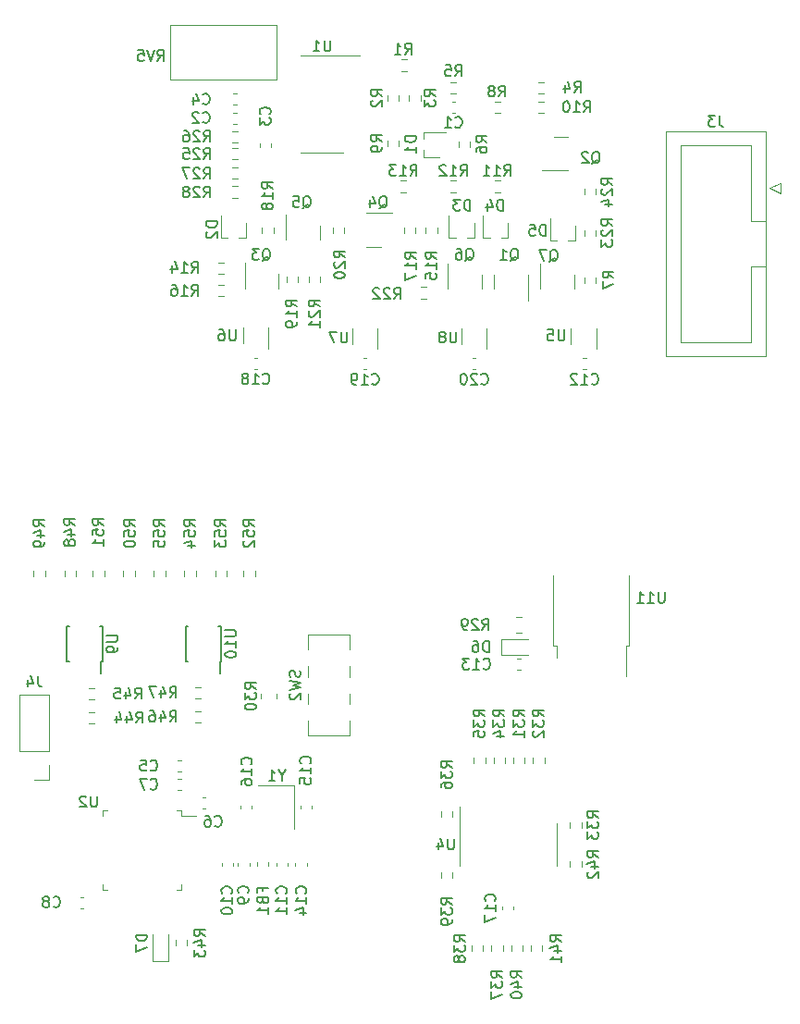
<source format=gbr>
%TF.GenerationSoftware,KiCad,Pcbnew,7.0.9*%
%TF.CreationDate,2024-06-29T17:01:07+12:00*%
%TF.ProjectId,ADSR Envelope,41445352-2045-46e7-9665-6c6f70652e6b,rev?*%
%TF.SameCoordinates,Original*%
%TF.FileFunction,Legend,Bot*%
%TF.FilePolarity,Positive*%
%FSLAX46Y46*%
G04 Gerber Fmt 4.6, Leading zero omitted, Abs format (unit mm)*
G04 Created by KiCad (PCBNEW 7.0.9) date 2024-06-29 17:01:07*
%MOMM*%
%LPD*%
G01*
G04 APERTURE LIST*
%ADD10C,0.150000*%
%ADD11C,0.120000*%
G04 APERTURE END LIST*
D10*
X135457200Y-106066667D02*
X135504819Y-106209524D01*
X135504819Y-106209524D02*
X135504819Y-106447619D01*
X135504819Y-106447619D02*
X135457200Y-106542857D01*
X135457200Y-106542857D02*
X135409580Y-106590476D01*
X135409580Y-106590476D02*
X135314342Y-106638095D01*
X135314342Y-106638095D02*
X135219104Y-106638095D01*
X135219104Y-106638095D02*
X135123866Y-106590476D01*
X135123866Y-106590476D02*
X135076247Y-106542857D01*
X135076247Y-106542857D02*
X135028628Y-106447619D01*
X135028628Y-106447619D02*
X134981009Y-106257143D01*
X134981009Y-106257143D02*
X134933390Y-106161905D01*
X134933390Y-106161905D02*
X134885771Y-106114286D01*
X134885771Y-106114286D02*
X134790533Y-106066667D01*
X134790533Y-106066667D02*
X134695295Y-106066667D01*
X134695295Y-106066667D02*
X134600057Y-106114286D01*
X134600057Y-106114286D02*
X134552438Y-106161905D01*
X134552438Y-106161905D02*
X134504819Y-106257143D01*
X134504819Y-106257143D02*
X134504819Y-106495238D01*
X134504819Y-106495238D02*
X134552438Y-106638095D01*
X134504819Y-106971429D02*
X135504819Y-107209524D01*
X135504819Y-107209524D02*
X134790533Y-107400000D01*
X134790533Y-107400000D02*
X135504819Y-107590476D01*
X135504819Y-107590476D02*
X134504819Y-107828572D01*
X134600057Y-108161905D02*
X134552438Y-108209524D01*
X134552438Y-108209524D02*
X134504819Y-108304762D01*
X134504819Y-108304762D02*
X134504819Y-108542857D01*
X134504819Y-108542857D02*
X134552438Y-108638095D01*
X134552438Y-108638095D02*
X134600057Y-108685714D01*
X134600057Y-108685714D02*
X134695295Y-108733333D01*
X134695295Y-108733333D02*
X134790533Y-108733333D01*
X134790533Y-108733333D02*
X134933390Y-108685714D01*
X134933390Y-108685714D02*
X135504819Y-108114286D01*
X135504819Y-108114286D02*
X135504819Y-108733333D01*
X111458333Y-106554819D02*
X111458333Y-107269104D01*
X111458333Y-107269104D02*
X111505952Y-107411961D01*
X111505952Y-107411961D02*
X111601190Y-107507200D01*
X111601190Y-107507200D02*
X111744047Y-107554819D01*
X111744047Y-107554819D02*
X111839285Y-107554819D01*
X110553571Y-106888152D02*
X110553571Y-107554819D01*
X110791666Y-106507200D02*
X111029761Y-107221485D01*
X111029761Y-107221485D02*
X110410714Y-107221485D01*
X154154819Y-110257142D02*
X153678628Y-109923809D01*
X154154819Y-109685714D02*
X153154819Y-109685714D01*
X153154819Y-109685714D02*
X153154819Y-110066666D01*
X153154819Y-110066666D02*
X153202438Y-110161904D01*
X153202438Y-110161904D02*
X153250057Y-110209523D01*
X153250057Y-110209523D02*
X153345295Y-110257142D01*
X153345295Y-110257142D02*
X153488152Y-110257142D01*
X153488152Y-110257142D02*
X153583390Y-110209523D01*
X153583390Y-110209523D02*
X153631009Y-110161904D01*
X153631009Y-110161904D02*
X153678628Y-110066666D01*
X153678628Y-110066666D02*
X153678628Y-109685714D01*
X153154819Y-110590476D02*
X153154819Y-111209523D01*
X153154819Y-111209523D02*
X153535771Y-110876190D01*
X153535771Y-110876190D02*
X153535771Y-111019047D01*
X153535771Y-111019047D02*
X153583390Y-111114285D01*
X153583390Y-111114285D02*
X153631009Y-111161904D01*
X153631009Y-111161904D02*
X153726247Y-111209523D01*
X153726247Y-111209523D02*
X153964342Y-111209523D01*
X153964342Y-111209523D02*
X154059580Y-111161904D01*
X154059580Y-111161904D02*
X154107200Y-111114285D01*
X154107200Y-111114285D02*
X154154819Y-111019047D01*
X154154819Y-111019047D02*
X154154819Y-110733333D01*
X154154819Y-110733333D02*
X154107200Y-110638095D01*
X154107200Y-110638095D02*
X154059580Y-110590476D01*
X153488152Y-112066666D02*
X154154819Y-112066666D01*
X153107200Y-111828571D02*
X153821485Y-111590476D01*
X153821485Y-111590476D02*
X153821485Y-112209523D01*
X125542857Y-69654819D02*
X125876190Y-69178628D01*
X126114285Y-69654819D02*
X126114285Y-68654819D01*
X126114285Y-68654819D02*
X125733333Y-68654819D01*
X125733333Y-68654819D02*
X125638095Y-68702438D01*
X125638095Y-68702438D02*
X125590476Y-68750057D01*
X125590476Y-68750057D02*
X125542857Y-68845295D01*
X125542857Y-68845295D02*
X125542857Y-68988152D01*
X125542857Y-68988152D02*
X125590476Y-69083390D01*
X125590476Y-69083390D02*
X125638095Y-69131009D01*
X125638095Y-69131009D02*
X125733333Y-69178628D01*
X125733333Y-69178628D02*
X126114285Y-69178628D01*
X124590476Y-69654819D02*
X125161904Y-69654819D01*
X124876190Y-69654819D02*
X124876190Y-68654819D01*
X124876190Y-68654819D02*
X124971428Y-68797676D01*
X124971428Y-68797676D02*
X125066666Y-68892914D01*
X125066666Y-68892914D02*
X125161904Y-68940533D01*
X123733333Y-68988152D02*
X123733333Y-69654819D01*
X123971428Y-68607200D02*
X124209523Y-69321485D01*
X124209523Y-69321485D02*
X123590476Y-69321485D01*
X127854819Y-64961905D02*
X126854819Y-64961905D01*
X126854819Y-64961905D02*
X126854819Y-65200000D01*
X126854819Y-65200000D02*
X126902438Y-65342857D01*
X126902438Y-65342857D02*
X126997676Y-65438095D01*
X126997676Y-65438095D02*
X127092914Y-65485714D01*
X127092914Y-65485714D02*
X127283390Y-65533333D01*
X127283390Y-65533333D02*
X127426247Y-65533333D01*
X127426247Y-65533333D02*
X127616723Y-65485714D01*
X127616723Y-65485714D02*
X127711961Y-65438095D01*
X127711961Y-65438095D02*
X127807200Y-65342857D01*
X127807200Y-65342857D02*
X127854819Y-65200000D01*
X127854819Y-65200000D02*
X127854819Y-64961905D01*
X126950057Y-65914286D02*
X126902438Y-65961905D01*
X126902438Y-65961905D02*
X126854819Y-66057143D01*
X126854819Y-66057143D02*
X126854819Y-66295238D01*
X126854819Y-66295238D02*
X126902438Y-66390476D01*
X126902438Y-66390476D02*
X126950057Y-66438095D01*
X126950057Y-66438095D02*
X127045295Y-66485714D01*
X127045295Y-66485714D02*
X127140533Y-66485714D01*
X127140533Y-66485714D02*
X127283390Y-66438095D01*
X127283390Y-66438095D02*
X127854819Y-65866667D01*
X127854819Y-65866667D02*
X127854819Y-66485714D01*
X112054819Y-92857142D02*
X111578628Y-92523809D01*
X112054819Y-92285714D02*
X111054819Y-92285714D01*
X111054819Y-92285714D02*
X111054819Y-92666666D01*
X111054819Y-92666666D02*
X111102438Y-92761904D01*
X111102438Y-92761904D02*
X111150057Y-92809523D01*
X111150057Y-92809523D02*
X111245295Y-92857142D01*
X111245295Y-92857142D02*
X111388152Y-92857142D01*
X111388152Y-92857142D02*
X111483390Y-92809523D01*
X111483390Y-92809523D02*
X111531009Y-92761904D01*
X111531009Y-92761904D02*
X111578628Y-92666666D01*
X111578628Y-92666666D02*
X111578628Y-92285714D01*
X111388152Y-93714285D02*
X112054819Y-93714285D01*
X111007200Y-93476190D02*
X111721485Y-93238095D01*
X111721485Y-93238095D02*
X111721485Y-93857142D01*
X112054819Y-94285714D02*
X112054819Y-94476190D01*
X112054819Y-94476190D02*
X112007200Y-94571428D01*
X112007200Y-94571428D02*
X111959580Y-94619047D01*
X111959580Y-94619047D02*
X111816723Y-94714285D01*
X111816723Y-94714285D02*
X111626247Y-94761904D01*
X111626247Y-94761904D02*
X111245295Y-94761904D01*
X111245295Y-94761904D02*
X111150057Y-94714285D01*
X111150057Y-94714285D02*
X111102438Y-94666666D01*
X111102438Y-94666666D02*
X111054819Y-94571428D01*
X111054819Y-94571428D02*
X111054819Y-94380952D01*
X111054819Y-94380952D02*
X111102438Y-94285714D01*
X111102438Y-94285714D02*
X111150057Y-94238095D01*
X111150057Y-94238095D02*
X111245295Y-94190476D01*
X111245295Y-94190476D02*
X111483390Y-94190476D01*
X111483390Y-94190476D02*
X111578628Y-94238095D01*
X111578628Y-94238095D02*
X111626247Y-94285714D01*
X111626247Y-94285714D02*
X111673866Y-94380952D01*
X111673866Y-94380952D02*
X111673866Y-94571428D01*
X111673866Y-94571428D02*
X111626247Y-94666666D01*
X111626247Y-94666666D02*
X111578628Y-94714285D01*
X111578628Y-94714285D02*
X111483390Y-94761904D01*
X154038094Y-63954819D02*
X154038094Y-62954819D01*
X154038094Y-62954819D02*
X153799999Y-62954819D01*
X153799999Y-62954819D02*
X153657142Y-63002438D01*
X153657142Y-63002438D02*
X153561904Y-63097676D01*
X153561904Y-63097676D02*
X153514285Y-63192914D01*
X153514285Y-63192914D02*
X153466666Y-63383390D01*
X153466666Y-63383390D02*
X153466666Y-63526247D01*
X153466666Y-63526247D02*
X153514285Y-63716723D01*
X153514285Y-63716723D02*
X153561904Y-63811961D01*
X153561904Y-63811961D02*
X153657142Y-63907200D01*
X153657142Y-63907200D02*
X153799999Y-63954819D01*
X153799999Y-63954819D02*
X154038094Y-63954819D01*
X152609523Y-63288152D02*
X152609523Y-63954819D01*
X152847618Y-62907200D02*
X153085713Y-63621485D01*
X153085713Y-63621485D02*
X152466666Y-63621485D01*
X114854819Y-92757142D02*
X114378628Y-92423809D01*
X114854819Y-92185714D02*
X113854819Y-92185714D01*
X113854819Y-92185714D02*
X113854819Y-92566666D01*
X113854819Y-92566666D02*
X113902438Y-92661904D01*
X113902438Y-92661904D02*
X113950057Y-92709523D01*
X113950057Y-92709523D02*
X114045295Y-92757142D01*
X114045295Y-92757142D02*
X114188152Y-92757142D01*
X114188152Y-92757142D02*
X114283390Y-92709523D01*
X114283390Y-92709523D02*
X114331009Y-92661904D01*
X114331009Y-92661904D02*
X114378628Y-92566666D01*
X114378628Y-92566666D02*
X114378628Y-92185714D01*
X114188152Y-93614285D02*
X114854819Y-93614285D01*
X113807200Y-93376190D02*
X114521485Y-93138095D01*
X114521485Y-93138095D02*
X114521485Y-93757142D01*
X114283390Y-94280952D02*
X114235771Y-94185714D01*
X114235771Y-94185714D02*
X114188152Y-94138095D01*
X114188152Y-94138095D02*
X114092914Y-94090476D01*
X114092914Y-94090476D02*
X114045295Y-94090476D01*
X114045295Y-94090476D02*
X113950057Y-94138095D01*
X113950057Y-94138095D02*
X113902438Y-94185714D01*
X113902438Y-94185714D02*
X113854819Y-94280952D01*
X113854819Y-94280952D02*
X113854819Y-94471428D01*
X113854819Y-94471428D02*
X113902438Y-94566666D01*
X113902438Y-94566666D02*
X113950057Y-94614285D01*
X113950057Y-94614285D02*
X114045295Y-94661904D01*
X114045295Y-94661904D02*
X114092914Y-94661904D01*
X114092914Y-94661904D02*
X114188152Y-94614285D01*
X114188152Y-94614285D02*
X114235771Y-94566666D01*
X114235771Y-94566666D02*
X114283390Y-94471428D01*
X114283390Y-94471428D02*
X114283390Y-94280952D01*
X114283390Y-94280952D02*
X114331009Y-94185714D01*
X114331009Y-94185714D02*
X114378628Y-94138095D01*
X114378628Y-94138095D02*
X114473866Y-94090476D01*
X114473866Y-94090476D02*
X114664342Y-94090476D01*
X114664342Y-94090476D02*
X114759580Y-94138095D01*
X114759580Y-94138095D02*
X114807200Y-94185714D01*
X114807200Y-94185714D02*
X114854819Y-94280952D01*
X114854819Y-94280952D02*
X114854819Y-94471428D01*
X114854819Y-94471428D02*
X114807200Y-94566666D01*
X114807200Y-94566666D02*
X114759580Y-94614285D01*
X114759580Y-94614285D02*
X114664342Y-94661904D01*
X114664342Y-94661904D02*
X114473866Y-94661904D01*
X114473866Y-94661904D02*
X114378628Y-94614285D01*
X114378628Y-94614285D02*
X114331009Y-94566666D01*
X114331009Y-94566666D02*
X114283390Y-94471428D01*
X135959580Y-126457142D02*
X136007200Y-126409523D01*
X136007200Y-126409523D02*
X136054819Y-126266666D01*
X136054819Y-126266666D02*
X136054819Y-126171428D01*
X136054819Y-126171428D02*
X136007200Y-126028571D01*
X136007200Y-126028571D02*
X135911961Y-125933333D01*
X135911961Y-125933333D02*
X135816723Y-125885714D01*
X135816723Y-125885714D02*
X135626247Y-125838095D01*
X135626247Y-125838095D02*
X135483390Y-125838095D01*
X135483390Y-125838095D02*
X135292914Y-125885714D01*
X135292914Y-125885714D02*
X135197676Y-125933333D01*
X135197676Y-125933333D02*
X135102438Y-126028571D01*
X135102438Y-126028571D02*
X135054819Y-126171428D01*
X135054819Y-126171428D02*
X135054819Y-126266666D01*
X135054819Y-126266666D02*
X135102438Y-126409523D01*
X135102438Y-126409523D02*
X135150057Y-126457142D01*
X136054819Y-127409523D02*
X136054819Y-126838095D01*
X136054819Y-127123809D02*
X135054819Y-127123809D01*
X135054819Y-127123809D02*
X135197676Y-127028571D01*
X135197676Y-127028571D02*
X135292914Y-126933333D01*
X135292914Y-126933333D02*
X135340533Y-126838095D01*
X135388152Y-128266666D02*
X136054819Y-128266666D01*
X135007200Y-128028571D02*
X135721485Y-127790476D01*
X135721485Y-127790476D02*
X135721485Y-128409523D01*
X120342857Y-108654819D02*
X120676190Y-108178628D01*
X120914285Y-108654819D02*
X120914285Y-107654819D01*
X120914285Y-107654819D02*
X120533333Y-107654819D01*
X120533333Y-107654819D02*
X120438095Y-107702438D01*
X120438095Y-107702438D02*
X120390476Y-107750057D01*
X120390476Y-107750057D02*
X120342857Y-107845295D01*
X120342857Y-107845295D02*
X120342857Y-107988152D01*
X120342857Y-107988152D02*
X120390476Y-108083390D01*
X120390476Y-108083390D02*
X120438095Y-108131009D01*
X120438095Y-108131009D02*
X120533333Y-108178628D01*
X120533333Y-108178628D02*
X120914285Y-108178628D01*
X119485714Y-107988152D02*
X119485714Y-108654819D01*
X119723809Y-107607200D02*
X119961904Y-108321485D01*
X119961904Y-108321485D02*
X119342857Y-108321485D01*
X118485714Y-107654819D02*
X118961904Y-107654819D01*
X118961904Y-107654819D02*
X119009523Y-108131009D01*
X119009523Y-108131009D02*
X118961904Y-108083390D01*
X118961904Y-108083390D02*
X118866666Y-108035771D01*
X118866666Y-108035771D02*
X118628571Y-108035771D01*
X118628571Y-108035771D02*
X118533333Y-108083390D01*
X118533333Y-108083390D02*
X118485714Y-108131009D01*
X118485714Y-108131009D02*
X118438095Y-108226247D01*
X118438095Y-108226247D02*
X118438095Y-108464342D01*
X118438095Y-108464342D02*
X118485714Y-108559580D01*
X118485714Y-108559580D02*
X118533333Y-108607200D01*
X118533333Y-108607200D02*
X118628571Y-108654819D01*
X118628571Y-108654819D02*
X118866666Y-108654819D01*
X118866666Y-108654819D02*
X118961904Y-108607200D01*
X118961904Y-108607200D02*
X119009523Y-108559580D01*
X126642857Y-62754819D02*
X126976190Y-62278628D01*
X127214285Y-62754819D02*
X127214285Y-61754819D01*
X127214285Y-61754819D02*
X126833333Y-61754819D01*
X126833333Y-61754819D02*
X126738095Y-61802438D01*
X126738095Y-61802438D02*
X126690476Y-61850057D01*
X126690476Y-61850057D02*
X126642857Y-61945295D01*
X126642857Y-61945295D02*
X126642857Y-62088152D01*
X126642857Y-62088152D02*
X126690476Y-62183390D01*
X126690476Y-62183390D02*
X126738095Y-62231009D01*
X126738095Y-62231009D02*
X126833333Y-62278628D01*
X126833333Y-62278628D02*
X127214285Y-62278628D01*
X126261904Y-61850057D02*
X126214285Y-61802438D01*
X126214285Y-61802438D02*
X126119047Y-61754819D01*
X126119047Y-61754819D02*
X125880952Y-61754819D01*
X125880952Y-61754819D02*
X125785714Y-61802438D01*
X125785714Y-61802438D02*
X125738095Y-61850057D01*
X125738095Y-61850057D02*
X125690476Y-61945295D01*
X125690476Y-61945295D02*
X125690476Y-62040533D01*
X125690476Y-62040533D02*
X125738095Y-62183390D01*
X125738095Y-62183390D02*
X126309523Y-62754819D01*
X126309523Y-62754819D02*
X125690476Y-62754819D01*
X125119047Y-62183390D02*
X125214285Y-62135771D01*
X125214285Y-62135771D02*
X125261904Y-62088152D01*
X125261904Y-62088152D02*
X125309523Y-61992914D01*
X125309523Y-61992914D02*
X125309523Y-61945295D01*
X125309523Y-61945295D02*
X125261904Y-61850057D01*
X125261904Y-61850057D02*
X125214285Y-61802438D01*
X125214285Y-61802438D02*
X125119047Y-61754819D01*
X125119047Y-61754819D02*
X124928571Y-61754819D01*
X124928571Y-61754819D02*
X124833333Y-61802438D01*
X124833333Y-61802438D02*
X124785714Y-61850057D01*
X124785714Y-61850057D02*
X124738095Y-61945295D01*
X124738095Y-61945295D02*
X124738095Y-61992914D01*
X124738095Y-61992914D02*
X124785714Y-62088152D01*
X124785714Y-62088152D02*
X124833333Y-62135771D01*
X124833333Y-62135771D02*
X124928571Y-62183390D01*
X124928571Y-62183390D02*
X125119047Y-62183390D01*
X125119047Y-62183390D02*
X125214285Y-62231009D01*
X125214285Y-62231009D02*
X125261904Y-62278628D01*
X125261904Y-62278628D02*
X125309523Y-62373866D01*
X125309523Y-62373866D02*
X125309523Y-62564342D01*
X125309523Y-62564342D02*
X125261904Y-62659580D01*
X125261904Y-62659580D02*
X125214285Y-62707200D01*
X125214285Y-62707200D02*
X125119047Y-62754819D01*
X125119047Y-62754819D02*
X124928571Y-62754819D01*
X124928571Y-62754819D02*
X124833333Y-62707200D01*
X124833333Y-62707200D02*
X124785714Y-62659580D01*
X124785714Y-62659580D02*
X124738095Y-62564342D01*
X124738095Y-62564342D02*
X124738095Y-62373866D01*
X124738095Y-62373866D02*
X124785714Y-62278628D01*
X124785714Y-62278628D02*
X124833333Y-62231009D01*
X124833333Y-62231009D02*
X124928571Y-62183390D01*
X129561904Y-74854819D02*
X129561904Y-75664342D01*
X129561904Y-75664342D02*
X129514285Y-75759580D01*
X129514285Y-75759580D02*
X129466666Y-75807200D01*
X129466666Y-75807200D02*
X129371428Y-75854819D01*
X129371428Y-75854819D02*
X129180952Y-75854819D01*
X129180952Y-75854819D02*
X129085714Y-75807200D01*
X129085714Y-75807200D02*
X129038095Y-75759580D01*
X129038095Y-75759580D02*
X128990476Y-75664342D01*
X128990476Y-75664342D02*
X128990476Y-74854819D01*
X128085714Y-74854819D02*
X128276190Y-74854819D01*
X128276190Y-74854819D02*
X128371428Y-74902438D01*
X128371428Y-74902438D02*
X128419047Y-74950057D01*
X128419047Y-74950057D02*
X128514285Y-75092914D01*
X128514285Y-75092914D02*
X128561904Y-75283390D01*
X128561904Y-75283390D02*
X128561904Y-75664342D01*
X128561904Y-75664342D02*
X128514285Y-75759580D01*
X128514285Y-75759580D02*
X128466666Y-75807200D01*
X128466666Y-75807200D02*
X128371428Y-75854819D01*
X128371428Y-75854819D02*
X128180952Y-75854819D01*
X128180952Y-75854819D02*
X128085714Y-75807200D01*
X128085714Y-75807200D02*
X128038095Y-75759580D01*
X128038095Y-75759580D02*
X127990476Y-75664342D01*
X127990476Y-75664342D02*
X127990476Y-75426247D01*
X127990476Y-75426247D02*
X128038095Y-75331009D01*
X128038095Y-75331009D02*
X128085714Y-75283390D01*
X128085714Y-75283390D02*
X128180952Y-75235771D01*
X128180952Y-75235771D02*
X128371428Y-75235771D01*
X128371428Y-75235771D02*
X128466666Y-75283390D01*
X128466666Y-75283390D02*
X128514285Y-75331009D01*
X128514285Y-75331009D02*
X128561904Y-75426247D01*
X152554819Y-57733333D02*
X152078628Y-57400000D01*
X152554819Y-57161905D02*
X151554819Y-57161905D01*
X151554819Y-57161905D02*
X151554819Y-57542857D01*
X151554819Y-57542857D02*
X151602438Y-57638095D01*
X151602438Y-57638095D02*
X151650057Y-57685714D01*
X151650057Y-57685714D02*
X151745295Y-57733333D01*
X151745295Y-57733333D02*
X151888152Y-57733333D01*
X151888152Y-57733333D02*
X151983390Y-57685714D01*
X151983390Y-57685714D02*
X152031009Y-57638095D01*
X152031009Y-57638095D02*
X152078628Y-57542857D01*
X152078628Y-57542857D02*
X152078628Y-57161905D01*
X151554819Y-58590476D02*
X151554819Y-58400000D01*
X151554819Y-58400000D02*
X151602438Y-58304762D01*
X151602438Y-58304762D02*
X151650057Y-58257143D01*
X151650057Y-58257143D02*
X151792914Y-58161905D01*
X151792914Y-58161905D02*
X151983390Y-58114286D01*
X151983390Y-58114286D02*
X152364342Y-58114286D01*
X152364342Y-58114286D02*
X152459580Y-58161905D01*
X152459580Y-58161905D02*
X152507200Y-58209524D01*
X152507200Y-58209524D02*
X152554819Y-58304762D01*
X152554819Y-58304762D02*
X152554819Y-58495238D01*
X152554819Y-58495238D02*
X152507200Y-58590476D01*
X152507200Y-58590476D02*
X152459580Y-58638095D01*
X152459580Y-58638095D02*
X152364342Y-58685714D01*
X152364342Y-58685714D02*
X152126247Y-58685714D01*
X152126247Y-58685714D02*
X152031009Y-58638095D01*
X152031009Y-58638095D02*
X151983390Y-58590476D01*
X151983390Y-58590476D02*
X151935771Y-58495238D01*
X151935771Y-58495238D02*
X151935771Y-58304762D01*
X151935771Y-58304762D02*
X151983390Y-58209524D01*
X151983390Y-58209524D02*
X152031009Y-58161905D01*
X152031009Y-58161905D02*
X152126247Y-58114286D01*
X142695238Y-63750057D02*
X142790476Y-63702438D01*
X142790476Y-63702438D02*
X142885714Y-63607200D01*
X142885714Y-63607200D02*
X143028571Y-63464342D01*
X143028571Y-63464342D02*
X143123809Y-63416723D01*
X143123809Y-63416723D02*
X143219047Y-63416723D01*
X143171428Y-63654819D02*
X143266666Y-63607200D01*
X143266666Y-63607200D02*
X143361904Y-63511961D01*
X143361904Y-63511961D02*
X143409523Y-63321485D01*
X143409523Y-63321485D02*
X143409523Y-62988152D01*
X143409523Y-62988152D02*
X143361904Y-62797676D01*
X143361904Y-62797676D02*
X143266666Y-62702438D01*
X143266666Y-62702438D02*
X143171428Y-62654819D01*
X143171428Y-62654819D02*
X142980952Y-62654819D01*
X142980952Y-62654819D02*
X142885714Y-62702438D01*
X142885714Y-62702438D02*
X142790476Y-62797676D01*
X142790476Y-62797676D02*
X142742857Y-62988152D01*
X142742857Y-62988152D02*
X142742857Y-63321485D01*
X142742857Y-63321485D02*
X142790476Y-63511961D01*
X142790476Y-63511961D02*
X142885714Y-63607200D01*
X142885714Y-63607200D02*
X142980952Y-63654819D01*
X142980952Y-63654819D02*
X143171428Y-63654819D01*
X141885714Y-62988152D02*
X141885714Y-63654819D01*
X142123809Y-62607200D02*
X142361904Y-63321485D01*
X142361904Y-63321485D02*
X141742857Y-63321485D01*
X125854819Y-92857142D02*
X125378628Y-92523809D01*
X125854819Y-92285714D02*
X124854819Y-92285714D01*
X124854819Y-92285714D02*
X124854819Y-92666666D01*
X124854819Y-92666666D02*
X124902438Y-92761904D01*
X124902438Y-92761904D02*
X124950057Y-92809523D01*
X124950057Y-92809523D02*
X125045295Y-92857142D01*
X125045295Y-92857142D02*
X125188152Y-92857142D01*
X125188152Y-92857142D02*
X125283390Y-92809523D01*
X125283390Y-92809523D02*
X125331009Y-92761904D01*
X125331009Y-92761904D02*
X125378628Y-92666666D01*
X125378628Y-92666666D02*
X125378628Y-92285714D01*
X124854819Y-93761904D02*
X124854819Y-93285714D01*
X124854819Y-93285714D02*
X125331009Y-93238095D01*
X125331009Y-93238095D02*
X125283390Y-93285714D01*
X125283390Y-93285714D02*
X125235771Y-93380952D01*
X125235771Y-93380952D02*
X125235771Y-93619047D01*
X125235771Y-93619047D02*
X125283390Y-93714285D01*
X125283390Y-93714285D02*
X125331009Y-93761904D01*
X125331009Y-93761904D02*
X125426247Y-93809523D01*
X125426247Y-93809523D02*
X125664342Y-93809523D01*
X125664342Y-93809523D02*
X125759580Y-93761904D01*
X125759580Y-93761904D02*
X125807200Y-93714285D01*
X125807200Y-93714285D02*
X125854819Y-93619047D01*
X125854819Y-93619047D02*
X125854819Y-93380952D01*
X125854819Y-93380952D02*
X125807200Y-93285714D01*
X125807200Y-93285714D02*
X125759580Y-93238095D01*
X125188152Y-94666666D02*
X125854819Y-94666666D01*
X124807200Y-94428571D02*
X125521485Y-94190476D01*
X125521485Y-94190476D02*
X125521485Y-94809523D01*
X162142857Y-79789580D02*
X162190476Y-79837200D01*
X162190476Y-79837200D02*
X162333333Y-79884819D01*
X162333333Y-79884819D02*
X162428571Y-79884819D01*
X162428571Y-79884819D02*
X162571428Y-79837200D01*
X162571428Y-79837200D02*
X162666666Y-79741961D01*
X162666666Y-79741961D02*
X162714285Y-79646723D01*
X162714285Y-79646723D02*
X162761904Y-79456247D01*
X162761904Y-79456247D02*
X162761904Y-79313390D01*
X162761904Y-79313390D02*
X162714285Y-79122914D01*
X162714285Y-79122914D02*
X162666666Y-79027676D01*
X162666666Y-79027676D02*
X162571428Y-78932438D01*
X162571428Y-78932438D02*
X162428571Y-78884819D01*
X162428571Y-78884819D02*
X162333333Y-78884819D01*
X162333333Y-78884819D02*
X162190476Y-78932438D01*
X162190476Y-78932438D02*
X162142857Y-78980057D01*
X161190476Y-79884819D02*
X161761904Y-79884819D01*
X161476190Y-79884819D02*
X161476190Y-78884819D01*
X161476190Y-78884819D02*
X161571428Y-79027676D01*
X161571428Y-79027676D02*
X161666666Y-79122914D01*
X161666666Y-79122914D02*
X161761904Y-79170533D01*
X160809523Y-78980057D02*
X160761904Y-78932438D01*
X160761904Y-78932438D02*
X160666666Y-78884819D01*
X160666666Y-78884819D02*
X160428571Y-78884819D01*
X160428571Y-78884819D02*
X160333333Y-78932438D01*
X160333333Y-78932438D02*
X160285714Y-78980057D01*
X160285714Y-78980057D02*
X160238095Y-79075295D01*
X160238095Y-79075295D02*
X160238095Y-79170533D01*
X160238095Y-79170533D02*
X160285714Y-79313390D01*
X160285714Y-79313390D02*
X160857142Y-79884819D01*
X160857142Y-79884819D02*
X160238095Y-79884819D01*
X158295238Y-68650057D02*
X158390476Y-68602438D01*
X158390476Y-68602438D02*
X158485714Y-68507200D01*
X158485714Y-68507200D02*
X158628571Y-68364342D01*
X158628571Y-68364342D02*
X158723809Y-68316723D01*
X158723809Y-68316723D02*
X158819047Y-68316723D01*
X158771428Y-68554819D02*
X158866666Y-68507200D01*
X158866666Y-68507200D02*
X158961904Y-68411961D01*
X158961904Y-68411961D02*
X159009523Y-68221485D01*
X159009523Y-68221485D02*
X159009523Y-67888152D01*
X159009523Y-67888152D02*
X158961904Y-67697676D01*
X158961904Y-67697676D02*
X158866666Y-67602438D01*
X158866666Y-67602438D02*
X158771428Y-67554819D01*
X158771428Y-67554819D02*
X158580952Y-67554819D01*
X158580952Y-67554819D02*
X158485714Y-67602438D01*
X158485714Y-67602438D02*
X158390476Y-67697676D01*
X158390476Y-67697676D02*
X158342857Y-67888152D01*
X158342857Y-67888152D02*
X158342857Y-68221485D01*
X158342857Y-68221485D02*
X158390476Y-68411961D01*
X158390476Y-68411961D02*
X158485714Y-68507200D01*
X158485714Y-68507200D02*
X158580952Y-68554819D01*
X158580952Y-68554819D02*
X158771428Y-68554819D01*
X158009523Y-67554819D02*
X157342857Y-67554819D01*
X157342857Y-67554819D02*
X157771428Y-68554819D01*
X142042857Y-79789580D02*
X142090476Y-79837200D01*
X142090476Y-79837200D02*
X142233333Y-79884819D01*
X142233333Y-79884819D02*
X142328571Y-79884819D01*
X142328571Y-79884819D02*
X142471428Y-79837200D01*
X142471428Y-79837200D02*
X142566666Y-79741961D01*
X142566666Y-79741961D02*
X142614285Y-79646723D01*
X142614285Y-79646723D02*
X142661904Y-79456247D01*
X142661904Y-79456247D02*
X142661904Y-79313390D01*
X142661904Y-79313390D02*
X142614285Y-79122914D01*
X142614285Y-79122914D02*
X142566666Y-79027676D01*
X142566666Y-79027676D02*
X142471428Y-78932438D01*
X142471428Y-78932438D02*
X142328571Y-78884819D01*
X142328571Y-78884819D02*
X142233333Y-78884819D01*
X142233333Y-78884819D02*
X142090476Y-78932438D01*
X142090476Y-78932438D02*
X142042857Y-78980057D01*
X141090476Y-79884819D02*
X141661904Y-79884819D01*
X141376190Y-79884819D02*
X141376190Y-78884819D01*
X141376190Y-78884819D02*
X141471428Y-79027676D01*
X141471428Y-79027676D02*
X141566666Y-79122914D01*
X141566666Y-79122914D02*
X141661904Y-79170533D01*
X140614285Y-79884819D02*
X140423809Y-79884819D01*
X140423809Y-79884819D02*
X140328571Y-79837200D01*
X140328571Y-79837200D02*
X140280952Y-79789580D01*
X140280952Y-79789580D02*
X140185714Y-79646723D01*
X140185714Y-79646723D02*
X140138095Y-79456247D01*
X140138095Y-79456247D02*
X140138095Y-79075295D01*
X140138095Y-79075295D02*
X140185714Y-78980057D01*
X140185714Y-78980057D02*
X140233333Y-78932438D01*
X140233333Y-78932438D02*
X140328571Y-78884819D01*
X140328571Y-78884819D02*
X140519047Y-78884819D01*
X140519047Y-78884819D02*
X140614285Y-78932438D01*
X140614285Y-78932438D02*
X140661904Y-78980057D01*
X140661904Y-78980057D02*
X140709523Y-79075295D01*
X140709523Y-79075295D02*
X140709523Y-79313390D01*
X140709523Y-79313390D02*
X140661904Y-79408628D01*
X140661904Y-79408628D02*
X140614285Y-79456247D01*
X140614285Y-79456247D02*
X140519047Y-79503866D01*
X140519047Y-79503866D02*
X140328571Y-79503866D01*
X140328571Y-79503866D02*
X140233333Y-79456247D01*
X140233333Y-79456247D02*
X140185714Y-79408628D01*
X140185714Y-79408628D02*
X140138095Y-79313390D01*
X162754819Y-119557142D02*
X162278628Y-119223809D01*
X162754819Y-118985714D02*
X161754819Y-118985714D01*
X161754819Y-118985714D02*
X161754819Y-119366666D01*
X161754819Y-119366666D02*
X161802438Y-119461904D01*
X161802438Y-119461904D02*
X161850057Y-119509523D01*
X161850057Y-119509523D02*
X161945295Y-119557142D01*
X161945295Y-119557142D02*
X162088152Y-119557142D01*
X162088152Y-119557142D02*
X162183390Y-119509523D01*
X162183390Y-119509523D02*
X162231009Y-119461904D01*
X162231009Y-119461904D02*
X162278628Y-119366666D01*
X162278628Y-119366666D02*
X162278628Y-118985714D01*
X161754819Y-119890476D02*
X161754819Y-120509523D01*
X161754819Y-120509523D02*
X162135771Y-120176190D01*
X162135771Y-120176190D02*
X162135771Y-120319047D01*
X162135771Y-120319047D02*
X162183390Y-120414285D01*
X162183390Y-120414285D02*
X162231009Y-120461904D01*
X162231009Y-120461904D02*
X162326247Y-120509523D01*
X162326247Y-120509523D02*
X162564342Y-120509523D01*
X162564342Y-120509523D02*
X162659580Y-120461904D01*
X162659580Y-120461904D02*
X162707200Y-120414285D01*
X162707200Y-120414285D02*
X162754819Y-120319047D01*
X162754819Y-120319047D02*
X162754819Y-120033333D01*
X162754819Y-120033333D02*
X162707200Y-119938095D01*
X162707200Y-119938095D02*
X162659580Y-119890476D01*
X161754819Y-120842857D02*
X161754819Y-121461904D01*
X161754819Y-121461904D02*
X162135771Y-121128571D01*
X162135771Y-121128571D02*
X162135771Y-121271428D01*
X162135771Y-121271428D02*
X162183390Y-121366666D01*
X162183390Y-121366666D02*
X162231009Y-121414285D01*
X162231009Y-121414285D02*
X162326247Y-121461904D01*
X162326247Y-121461904D02*
X162564342Y-121461904D01*
X162564342Y-121461904D02*
X162659580Y-121414285D01*
X162659580Y-121414285D02*
X162707200Y-121366666D01*
X162707200Y-121366666D02*
X162754819Y-121271428D01*
X162754819Y-121271428D02*
X162754819Y-120985714D01*
X162754819Y-120985714D02*
X162707200Y-120890476D01*
X162707200Y-120890476D02*
X162659580Y-120842857D01*
X130659580Y-126433333D02*
X130707200Y-126385714D01*
X130707200Y-126385714D02*
X130754819Y-126242857D01*
X130754819Y-126242857D02*
X130754819Y-126147619D01*
X130754819Y-126147619D02*
X130707200Y-126004762D01*
X130707200Y-126004762D02*
X130611961Y-125909524D01*
X130611961Y-125909524D02*
X130516723Y-125861905D01*
X130516723Y-125861905D02*
X130326247Y-125814286D01*
X130326247Y-125814286D02*
X130183390Y-125814286D01*
X130183390Y-125814286D02*
X129992914Y-125861905D01*
X129992914Y-125861905D02*
X129897676Y-125909524D01*
X129897676Y-125909524D02*
X129802438Y-126004762D01*
X129802438Y-126004762D02*
X129754819Y-126147619D01*
X129754819Y-126147619D02*
X129754819Y-126242857D01*
X129754819Y-126242857D02*
X129802438Y-126385714D01*
X129802438Y-126385714D02*
X129850057Y-126433333D01*
X130754819Y-126909524D02*
X130754819Y-127100000D01*
X130754819Y-127100000D02*
X130707200Y-127195238D01*
X130707200Y-127195238D02*
X130659580Y-127242857D01*
X130659580Y-127242857D02*
X130516723Y-127338095D01*
X130516723Y-127338095D02*
X130326247Y-127385714D01*
X130326247Y-127385714D02*
X129945295Y-127385714D01*
X129945295Y-127385714D02*
X129850057Y-127338095D01*
X129850057Y-127338095D02*
X129802438Y-127290476D01*
X129802438Y-127290476D02*
X129754819Y-127195238D01*
X129754819Y-127195238D02*
X129754819Y-127004762D01*
X129754819Y-127004762D02*
X129802438Y-126909524D01*
X129802438Y-126909524D02*
X129850057Y-126861905D01*
X129850057Y-126861905D02*
X129945295Y-126814286D01*
X129945295Y-126814286D02*
X130183390Y-126814286D01*
X130183390Y-126814286D02*
X130278628Y-126861905D01*
X130278628Y-126861905D02*
X130326247Y-126909524D01*
X130326247Y-126909524D02*
X130373866Y-127004762D01*
X130373866Y-127004762D02*
X130373866Y-127195238D01*
X130373866Y-127195238D02*
X130326247Y-127290476D01*
X130326247Y-127290476D02*
X130278628Y-127338095D01*
X130278628Y-127338095D02*
X130183390Y-127385714D01*
X139761904Y-75054819D02*
X139761904Y-75864342D01*
X139761904Y-75864342D02*
X139714285Y-75959580D01*
X139714285Y-75959580D02*
X139666666Y-76007200D01*
X139666666Y-76007200D02*
X139571428Y-76054819D01*
X139571428Y-76054819D02*
X139380952Y-76054819D01*
X139380952Y-76054819D02*
X139285714Y-76007200D01*
X139285714Y-76007200D02*
X139238095Y-75959580D01*
X139238095Y-75959580D02*
X139190476Y-75864342D01*
X139190476Y-75864342D02*
X139190476Y-75054819D01*
X138809523Y-75054819D02*
X138142857Y-75054819D01*
X138142857Y-75054819D02*
X138571428Y-76054819D01*
X137254819Y-72757142D02*
X136778628Y-72423809D01*
X137254819Y-72185714D02*
X136254819Y-72185714D01*
X136254819Y-72185714D02*
X136254819Y-72566666D01*
X136254819Y-72566666D02*
X136302438Y-72661904D01*
X136302438Y-72661904D02*
X136350057Y-72709523D01*
X136350057Y-72709523D02*
X136445295Y-72757142D01*
X136445295Y-72757142D02*
X136588152Y-72757142D01*
X136588152Y-72757142D02*
X136683390Y-72709523D01*
X136683390Y-72709523D02*
X136731009Y-72661904D01*
X136731009Y-72661904D02*
X136778628Y-72566666D01*
X136778628Y-72566666D02*
X136778628Y-72185714D01*
X136350057Y-73138095D02*
X136302438Y-73185714D01*
X136302438Y-73185714D02*
X136254819Y-73280952D01*
X136254819Y-73280952D02*
X136254819Y-73519047D01*
X136254819Y-73519047D02*
X136302438Y-73614285D01*
X136302438Y-73614285D02*
X136350057Y-73661904D01*
X136350057Y-73661904D02*
X136445295Y-73709523D01*
X136445295Y-73709523D02*
X136540533Y-73709523D01*
X136540533Y-73709523D02*
X136683390Y-73661904D01*
X136683390Y-73661904D02*
X137254819Y-73090476D01*
X137254819Y-73090476D02*
X137254819Y-73709523D01*
X137254819Y-74661904D02*
X137254819Y-74090476D01*
X137254819Y-74376190D02*
X136254819Y-74376190D01*
X136254819Y-74376190D02*
X136397676Y-74280952D01*
X136397676Y-74280952D02*
X136492914Y-74185714D01*
X136492914Y-74185714D02*
X136540533Y-74090476D01*
X126642857Y-59254819D02*
X126976190Y-58778628D01*
X127214285Y-59254819D02*
X127214285Y-58254819D01*
X127214285Y-58254819D02*
X126833333Y-58254819D01*
X126833333Y-58254819D02*
X126738095Y-58302438D01*
X126738095Y-58302438D02*
X126690476Y-58350057D01*
X126690476Y-58350057D02*
X126642857Y-58445295D01*
X126642857Y-58445295D02*
X126642857Y-58588152D01*
X126642857Y-58588152D02*
X126690476Y-58683390D01*
X126690476Y-58683390D02*
X126738095Y-58731009D01*
X126738095Y-58731009D02*
X126833333Y-58778628D01*
X126833333Y-58778628D02*
X127214285Y-58778628D01*
X126261904Y-58350057D02*
X126214285Y-58302438D01*
X126214285Y-58302438D02*
X126119047Y-58254819D01*
X126119047Y-58254819D02*
X125880952Y-58254819D01*
X125880952Y-58254819D02*
X125785714Y-58302438D01*
X125785714Y-58302438D02*
X125738095Y-58350057D01*
X125738095Y-58350057D02*
X125690476Y-58445295D01*
X125690476Y-58445295D02*
X125690476Y-58540533D01*
X125690476Y-58540533D02*
X125738095Y-58683390D01*
X125738095Y-58683390D02*
X126309523Y-59254819D01*
X126309523Y-59254819D02*
X125690476Y-59254819D01*
X124785714Y-58254819D02*
X125261904Y-58254819D01*
X125261904Y-58254819D02*
X125309523Y-58731009D01*
X125309523Y-58731009D02*
X125261904Y-58683390D01*
X125261904Y-58683390D02*
X125166666Y-58635771D01*
X125166666Y-58635771D02*
X124928571Y-58635771D01*
X124928571Y-58635771D02*
X124833333Y-58683390D01*
X124833333Y-58683390D02*
X124785714Y-58731009D01*
X124785714Y-58731009D02*
X124738095Y-58826247D01*
X124738095Y-58826247D02*
X124738095Y-59064342D01*
X124738095Y-59064342D02*
X124785714Y-59159580D01*
X124785714Y-59159580D02*
X124833333Y-59207200D01*
X124833333Y-59207200D02*
X124928571Y-59254819D01*
X124928571Y-59254819D02*
X125166666Y-59254819D01*
X125166666Y-59254819D02*
X125261904Y-59207200D01*
X125261904Y-59207200D02*
X125309523Y-59159580D01*
X126754819Y-130357142D02*
X126278628Y-130023809D01*
X126754819Y-129785714D02*
X125754819Y-129785714D01*
X125754819Y-129785714D02*
X125754819Y-130166666D01*
X125754819Y-130166666D02*
X125802438Y-130261904D01*
X125802438Y-130261904D02*
X125850057Y-130309523D01*
X125850057Y-130309523D02*
X125945295Y-130357142D01*
X125945295Y-130357142D02*
X126088152Y-130357142D01*
X126088152Y-130357142D02*
X126183390Y-130309523D01*
X126183390Y-130309523D02*
X126231009Y-130261904D01*
X126231009Y-130261904D02*
X126278628Y-130166666D01*
X126278628Y-130166666D02*
X126278628Y-129785714D01*
X126088152Y-131214285D02*
X126754819Y-131214285D01*
X125707200Y-130976190D02*
X126421485Y-130738095D01*
X126421485Y-130738095D02*
X126421485Y-131357142D01*
X125754819Y-131642857D02*
X125754819Y-132261904D01*
X125754819Y-132261904D02*
X126135771Y-131928571D01*
X126135771Y-131928571D02*
X126135771Y-132071428D01*
X126135771Y-132071428D02*
X126183390Y-132166666D01*
X126183390Y-132166666D02*
X126231009Y-132214285D01*
X126231009Y-132214285D02*
X126326247Y-132261904D01*
X126326247Y-132261904D02*
X126564342Y-132261904D01*
X126564342Y-132261904D02*
X126659580Y-132214285D01*
X126659580Y-132214285D02*
X126707200Y-132166666D01*
X126707200Y-132166666D02*
X126754819Y-132071428D01*
X126754819Y-132071428D02*
X126754819Y-131785714D01*
X126754819Y-131785714D02*
X126707200Y-131690476D01*
X126707200Y-131690476D02*
X126659580Y-131642857D01*
X135154819Y-72757142D02*
X134678628Y-72423809D01*
X135154819Y-72185714D02*
X134154819Y-72185714D01*
X134154819Y-72185714D02*
X134154819Y-72566666D01*
X134154819Y-72566666D02*
X134202438Y-72661904D01*
X134202438Y-72661904D02*
X134250057Y-72709523D01*
X134250057Y-72709523D02*
X134345295Y-72757142D01*
X134345295Y-72757142D02*
X134488152Y-72757142D01*
X134488152Y-72757142D02*
X134583390Y-72709523D01*
X134583390Y-72709523D02*
X134631009Y-72661904D01*
X134631009Y-72661904D02*
X134678628Y-72566666D01*
X134678628Y-72566666D02*
X134678628Y-72185714D01*
X135154819Y-73709523D02*
X135154819Y-73138095D01*
X135154819Y-73423809D02*
X134154819Y-73423809D01*
X134154819Y-73423809D02*
X134297676Y-73328571D01*
X134297676Y-73328571D02*
X134392914Y-73233333D01*
X134392914Y-73233333D02*
X134440533Y-73138095D01*
X135154819Y-74185714D02*
X135154819Y-74376190D01*
X135154819Y-74376190D02*
X135107200Y-74471428D01*
X135107200Y-74471428D02*
X135059580Y-74519047D01*
X135059580Y-74519047D02*
X134916723Y-74614285D01*
X134916723Y-74614285D02*
X134726247Y-74661904D01*
X134726247Y-74661904D02*
X134345295Y-74661904D01*
X134345295Y-74661904D02*
X134250057Y-74614285D01*
X134250057Y-74614285D02*
X134202438Y-74566666D01*
X134202438Y-74566666D02*
X134154819Y-74471428D01*
X134154819Y-74471428D02*
X134154819Y-74280952D01*
X134154819Y-74280952D02*
X134202438Y-74185714D01*
X134202438Y-74185714D02*
X134250057Y-74138095D01*
X134250057Y-74138095D02*
X134345295Y-74090476D01*
X134345295Y-74090476D02*
X134583390Y-74090476D01*
X134583390Y-74090476D02*
X134678628Y-74138095D01*
X134678628Y-74138095D02*
X134726247Y-74185714D01*
X134726247Y-74185714D02*
X134773866Y-74280952D01*
X134773866Y-74280952D02*
X134773866Y-74471428D01*
X134773866Y-74471428D02*
X134726247Y-74566666D01*
X134726247Y-74566666D02*
X134678628Y-74614285D01*
X134678628Y-74614285D02*
X134583390Y-74661904D01*
X153666666Y-53524819D02*
X153999999Y-53048628D01*
X154238094Y-53524819D02*
X154238094Y-52524819D01*
X154238094Y-52524819D02*
X153857142Y-52524819D01*
X153857142Y-52524819D02*
X153761904Y-52572438D01*
X153761904Y-52572438D02*
X153714285Y-52620057D01*
X153714285Y-52620057D02*
X153666666Y-52715295D01*
X153666666Y-52715295D02*
X153666666Y-52858152D01*
X153666666Y-52858152D02*
X153714285Y-52953390D01*
X153714285Y-52953390D02*
X153761904Y-53001009D01*
X153761904Y-53001009D02*
X153857142Y-53048628D01*
X153857142Y-53048628D02*
X154238094Y-53048628D01*
X153095237Y-52953390D02*
X153190475Y-52905771D01*
X153190475Y-52905771D02*
X153238094Y-52858152D01*
X153238094Y-52858152D02*
X153285713Y-52762914D01*
X153285713Y-52762914D02*
X153285713Y-52715295D01*
X153285713Y-52715295D02*
X153238094Y-52620057D01*
X153238094Y-52620057D02*
X153190475Y-52572438D01*
X153190475Y-52572438D02*
X153095237Y-52524819D01*
X153095237Y-52524819D02*
X152904761Y-52524819D01*
X152904761Y-52524819D02*
X152809523Y-52572438D01*
X152809523Y-52572438D02*
X152761904Y-52620057D01*
X152761904Y-52620057D02*
X152714285Y-52715295D01*
X152714285Y-52715295D02*
X152714285Y-52762914D01*
X152714285Y-52762914D02*
X152761904Y-52858152D01*
X152761904Y-52858152D02*
X152809523Y-52905771D01*
X152809523Y-52905771D02*
X152904761Y-52953390D01*
X152904761Y-52953390D02*
X153095237Y-52953390D01*
X153095237Y-52953390D02*
X153190475Y-53001009D01*
X153190475Y-53001009D02*
X153238094Y-53048628D01*
X153238094Y-53048628D02*
X153285713Y-53143866D01*
X153285713Y-53143866D02*
X153285713Y-53334342D01*
X153285713Y-53334342D02*
X153238094Y-53429580D01*
X153238094Y-53429580D02*
X153190475Y-53477200D01*
X153190475Y-53477200D02*
X153095237Y-53524819D01*
X153095237Y-53524819D02*
X152904761Y-53524819D01*
X152904761Y-53524819D02*
X152809523Y-53477200D01*
X152809523Y-53477200D02*
X152761904Y-53429580D01*
X152761904Y-53429580D02*
X152714285Y-53334342D01*
X152714285Y-53334342D02*
X152714285Y-53143866D01*
X152714285Y-53143866D02*
X152761904Y-53048628D01*
X152761904Y-53048628D02*
X152809523Y-53001009D01*
X152809523Y-53001009D02*
X152904761Y-52953390D01*
X136359580Y-114557142D02*
X136407200Y-114509523D01*
X136407200Y-114509523D02*
X136454819Y-114366666D01*
X136454819Y-114366666D02*
X136454819Y-114271428D01*
X136454819Y-114271428D02*
X136407200Y-114128571D01*
X136407200Y-114128571D02*
X136311961Y-114033333D01*
X136311961Y-114033333D02*
X136216723Y-113985714D01*
X136216723Y-113985714D02*
X136026247Y-113938095D01*
X136026247Y-113938095D02*
X135883390Y-113938095D01*
X135883390Y-113938095D02*
X135692914Y-113985714D01*
X135692914Y-113985714D02*
X135597676Y-114033333D01*
X135597676Y-114033333D02*
X135502438Y-114128571D01*
X135502438Y-114128571D02*
X135454819Y-114271428D01*
X135454819Y-114271428D02*
X135454819Y-114366666D01*
X135454819Y-114366666D02*
X135502438Y-114509523D01*
X135502438Y-114509523D02*
X135550057Y-114557142D01*
X136454819Y-115509523D02*
X136454819Y-114938095D01*
X136454819Y-115223809D02*
X135454819Y-115223809D01*
X135454819Y-115223809D02*
X135597676Y-115128571D01*
X135597676Y-115128571D02*
X135692914Y-115033333D01*
X135692914Y-115033333D02*
X135740533Y-114938095D01*
X135454819Y-116414285D02*
X135454819Y-115938095D01*
X135454819Y-115938095D02*
X135931009Y-115890476D01*
X135931009Y-115890476D02*
X135883390Y-115938095D01*
X135883390Y-115938095D02*
X135835771Y-116033333D01*
X135835771Y-116033333D02*
X135835771Y-116271428D01*
X135835771Y-116271428D02*
X135883390Y-116366666D01*
X135883390Y-116366666D02*
X135931009Y-116414285D01*
X135931009Y-116414285D02*
X136026247Y-116461904D01*
X136026247Y-116461904D02*
X136264342Y-116461904D01*
X136264342Y-116461904D02*
X136359580Y-116414285D01*
X136359580Y-116414285D02*
X136407200Y-116366666D01*
X136407200Y-116366666D02*
X136454819Y-116271428D01*
X136454819Y-116271428D02*
X136454819Y-116033333D01*
X136454819Y-116033333D02*
X136407200Y-115938095D01*
X136407200Y-115938095D02*
X136359580Y-115890476D01*
X130959580Y-114657142D02*
X131007200Y-114609523D01*
X131007200Y-114609523D02*
X131054819Y-114466666D01*
X131054819Y-114466666D02*
X131054819Y-114371428D01*
X131054819Y-114371428D02*
X131007200Y-114228571D01*
X131007200Y-114228571D02*
X130911961Y-114133333D01*
X130911961Y-114133333D02*
X130816723Y-114085714D01*
X130816723Y-114085714D02*
X130626247Y-114038095D01*
X130626247Y-114038095D02*
X130483390Y-114038095D01*
X130483390Y-114038095D02*
X130292914Y-114085714D01*
X130292914Y-114085714D02*
X130197676Y-114133333D01*
X130197676Y-114133333D02*
X130102438Y-114228571D01*
X130102438Y-114228571D02*
X130054819Y-114371428D01*
X130054819Y-114371428D02*
X130054819Y-114466666D01*
X130054819Y-114466666D02*
X130102438Y-114609523D01*
X130102438Y-114609523D02*
X130150057Y-114657142D01*
X131054819Y-115609523D02*
X131054819Y-115038095D01*
X131054819Y-115323809D02*
X130054819Y-115323809D01*
X130054819Y-115323809D02*
X130197676Y-115228571D01*
X130197676Y-115228571D02*
X130292914Y-115133333D01*
X130292914Y-115133333D02*
X130340533Y-115038095D01*
X130054819Y-116466666D02*
X130054819Y-116276190D01*
X130054819Y-116276190D02*
X130102438Y-116180952D01*
X130102438Y-116180952D02*
X130150057Y-116133333D01*
X130150057Y-116133333D02*
X130292914Y-116038095D01*
X130292914Y-116038095D02*
X130483390Y-115990476D01*
X130483390Y-115990476D02*
X130864342Y-115990476D01*
X130864342Y-115990476D02*
X130959580Y-116038095D01*
X130959580Y-116038095D02*
X131007200Y-116085714D01*
X131007200Y-116085714D02*
X131054819Y-116180952D01*
X131054819Y-116180952D02*
X131054819Y-116371428D01*
X131054819Y-116371428D02*
X131007200Y-116466666D01*
X131007200Y-116466666D02*
X130959580Y-116514285D01*
X130959580Y-116514285D02*
X130864342Y-116561904D01*
X130864342Y-116561904D02*
X130626247Y-116561904D01*
X130626247Y-116561904D02*
X130531009Y-116514285D01*
X130531009Y-116514285D02*
X130483390Y-116466666D01*
X130483390Y-116466666D02*
X130435771Y-116371428D01*
X130435771Y-116371428D02*
X130435771Y-116180952D01*
X130435771Y-116180952D02*
X130483390Y-116085714D01*
X130483390Y-116085714D02*
X130531009Y-116038095D01*
X130531009Y-116038095D02*
X130626247Y-115990476D01*
X129159580Y-126457142D02*
X129207200Y-126409523D01*
X129207200Y-126409523D02*
X129254819Y-126266666D01*
X129254819Y-126266666D02*
X129254819Y-126171428D01*
X129254819Y-126171428D02*
X129207200Y-126028571D01*
X129207200Y-126028571D02*
X129111961Y-125933333D01*
X129111961Y-125933333D02*
X129016723Y-125885714D01*
X129016723Y-125885714D02*
X128826247Y-125838095D01*
X128826247Y-125838095D02*
X128683390Y-125838095D01*
X128683390Y-125838095D02*
X128492914Y-125885714D01*
X128492914Y-125885714D02*
X128397676Y-125933333D01*
X128397676Y-125933333D02*
X128302438Y-126028571D01*
X128302438Y-126028571D02*
X128254819Y-126171428D01*
X128254819Y-126171428D02*
X128254819Y-126266666D01*
X128254819Y-126266666D02*
X128302438Y-126409523D01*
X128302438Y-126409523D02*
X128350057Y-126457142D01*
X129254819Y-127409523D02*
X129254819Y-126838095D01*
X129254819Y-127123809D02*
X128254819Y-127123809D01*
X128254819Y-127123809D02*
X128397676Y-127028571D01*
X128397676Y-127028571D02*
X128492914Y-126933333D01*
X128492914Y-126933333D02*
X128540533Y-126838095D01*
X128254819Y-128028571D02*
X128254819Y-128123809D01*
X128254819Y-128123809D02*
X128302438Y-128219047D01*
X128302438Y-128219047D02*
X128350057Y-128266666D01*
X128350057Y-128266666D02*
X128445295Y-128314285D01*
X128445295Y-128314285D02*
X128635771Y-128361904D01*
X128635771Y-128361904D02*
X128873866Y-128361904D01*
X128873866Y-128361904D02*
X129064342Y-128314285D01*
X129064342Y-128314285D02*
X129159580Y-128266666D01*
X129159580Y-128266666D02*
X129207200Y-128219047D01*
X129207200Y-128219047D02*
X129254819Y-128123809D01*
X129254819Y-128123809D02*
X129254819Y-128028571D01*
X129254819Y-128028571D02*
X129207200Y-127933333D01*
X129207200Y-127933333D02*
X129159580Y-127885714D01*
X129159580Y-127885714D02*
X129064342Y-127838095D01*
X129064342Y-127838095D02*
X128873866Y-127790476D01*
X128873866Y-127790476D02*
X128635771Y-127790476D01*
X128635771Y-127790476D02*
X128445295Y-127838095D01*
X128445295Y-127838095D02*
X128350057Y-127885714D01*
X128350057Y-127885714D02*
X128302438Y-127933333D01*
X128302438Y-127933333D02*
X128254819Y-128028571D01*
X117454819Y-92757142D02*
X116978628Y-92423809D01*
X117454819Y-92185714D02*
X116454819Y-92185714D01*
X116454819Y-92185714D02*
X116454819Y-92566666D01*
X116454819Y-92566666D02*
X116502438Y-92661904D01*
X116502438Y-92661904D02*
X116550057Y-92709523D01*
X116550057Y-92709523D02*
X116645295Y-92757142D01*
X116645295Y-92757142D02*
X116788152Y-92757142D01*
X116788152Y-92757142D02*
X116883390Y-92709523D01*
X116883390Y-92709523D02*
X116931009Y-92661904D01*
X116931009Y-92661904D02*
X116978628Y-92566666D01*
X116978628Y-92566666D02*
X116978628Y-92185714D01*
X116454819Y-93661904D02*
X116454819Y-93185714D01*
X116454819Y-93185714D02*
X116931009Y-93138095D01*
X116931009Y-93138095D02*
X116883390Y-93185714D01*
X116883390Y-93185714D02*
X116835771Y-93280952D01*
X116835771Y-93280952D02*
X116835771Y-93519047D01*
X116835771Y-93519047D02*
X116883390Y-93614285D01*
X116883390Y-93614285D02*
X116931009Y-93661904D01*
X116931009Y-93661904D02*
X117026247Y-93709523D01*
X117026247Y-93709523D02*
X117264342Y-93709523D01*
X117264342Y-93709523D02*
X117359580Y-93661904D01*
X117359580Y-93661904D02*
X117407200Y-93614285D01*
X117407200Y-93614285D02*
X117454819Y-93519047D01*
X117454819Y-93519047D02*
X117454819Y-93280952D01*
X117454819Y-93280952D02*
X117407200Y-93185714D01*
X117407200Y-93185714D02*
X117359580Y-93138095D01*
X117454819Y-94661904D02*
X117454819Y-94090476D01*
X117454819Y-94376190D02*
X116454819Y-94376190D01*
X116454819Y-94376190D02*
X116597676Y-94280952D01*
X116597676Y-94280952D02*
X116692914Y-94185714D01*
X116692914Y-94185714D02*
X116740533Y-94090476D01*
X152142857Y-102354819D02*
X152476190Y-101878628D01*
X152714285Y-102354819D02*
X152714285Y-101354819D01*
X152714285Y-101354819D02*
X152333333Y-101354819D01*
X152333333Y-101354819D02*
X152238095Y-101402438D01*
X152238095Y-101402438D02*
X152190476Y-101450057D01*
X152190476Y-101450057D02*
X152142857Y-101545295D01*
X152142857Y-101545295D02*
X152142857Y-101688152D01*
X152142857Y-101688152D02*
X152190476Y-101783390D01*
X152190476Y-101783390D02*
X152238095Y-101831009D01*
X152238095Y-101831009D02*
X152333333Y-101878628D01*
X152333333Y-101878628D02*
X152714285Y-101878628D01*
X151761904Y-101450057D02*
X151714285Y-101402438D01*
X151714285Y-101402438D02*
X151619047Y-101354819D01*
X151619047Y-101354819D02*
X151380952Y-101354819D01*
X151380952Y-101354819D02*
X151285714Y-101402438D01*
X151285714Y-101402438D02*
X151238095Y-101450057D01*
X151238095Y-101450057D02*
X151190476Y-101545295D01*
X151190476Y-101545295D02*
X151190476Y-101640533D01*
X151190476Y-101640533D02*
X151238095Y-101783390D01*
X151238095Y-101783390D02*
X151809523Y-102354819D01*
X151809523Y-102354819D02*
X151190476Y-102354819D01*
X150714285Y-102354819D02*
X150523809Y-102354819D01*
X150523809Y-102354819D02*
X150428571Y-102307200D01*
X150428571Y-102307200D02*
X150380952Y-102259580D01*
X150380952Y-102259580D02*
X150285714Y-102116723D01*
X150285714Y-102116723D02*
X150238095Y-101926247D01*
X150238095Y-101926247D02*
X150238095Y-101545295D01*
X150238095Y-101545295D02*
X150285714Y-101450057D01*
X150285714Y-101450057D02*
X150333333Y-101402438D01*
X150333333Y-101402438D02*
X150428571Y-101354819D01*
X150428571Y-101354819D02*
X150619047Y-101354819D01*
X150619047Y-101354819D02*
X150714285Y-101402438D01*
X150714285Y-101402438D02*
X150761904Y-101450057D01*
X150761904Y-101450057D02*
X150809523Y-101545295D01*
X150809523Y-101545295D02*
X150809523Y-101783390D01*
X150809523Y-101783390D02*
X150761904Y-101878628D01*
X150761904Y-101878628D02*
X150714285Y-101926247D01*
X150714285Y-101926247D02*
X150619047Y-101973866D01*
X150619047Y-101973866D02*
X150428571Y-101973866D01*
X150428571Y-101973866D02*
X150333333Y-101926247D01*
X150333333Y-101926247D02*
X150285714Y-101878628D01*
X150285714Y-101878628D02*
X150238095Y-101783390D01*
X139554819Y-68257142D02*
X139078628Y-67923809D01*
X139554819Y-67685714D02*
X138554819Y-67685714D01*
X138554819Y-67685714D02*
X138554819Y-68066666D01*
X138554819Y-68066666D02*
X138602438Y-68161904D01*
X138602438Y-68161904D02*
X138650057Y-68209523D01*
X138650057Y-68209523D02*
X138745295Y-68257142D01*
X138745295Y-68257142D02*
X138888152Y-68257142D01*
X138888152Y-68257142D02*
X138983390Y-68209523D01*
X138983390Y-68209523D02*
X139031009Y-68161904D01*
X139031009Y-68161904D02*
X139078628Y-68066666D01*
X139078628Y-68066666D02*
X139078628Y-67685714D01*
X138650057Y-68638095D02*
X138602438Y-68685714D01*
X138602438Y-68685714D02*
X138554819Y-68780952D01*
X138554819Y-68780952D02*
X138554819Y-69019047D01*
X138554819Y-69019047D02*
X138602438Y-69114285D01*
X138602438Y-69114285D02*
X138650057Y-69161904D01*
X138650057Y-69161904D02*
X138745295Y-69209523D01*
X138745295Y-69209523D02*
X138840533Y-69209523D01*
X138840533Y-69209523D02*
X138983390Y-69161904D01*
X138983390Y-69161904D02*
X139554819Y-68590476D01*
X139554819Y-68590476D02*
X139554819Y-69209523D01*
X138554819Y-69828571D02*
X138554819Y-69923809D01*
X138554819Y-69923809D02*
X138602438Y-70019047D01*
X138602438Y-70019047D02*
X138650057Y-70066666D01*
X138650057Y-70066666D02*
X138745295Y-70114285D01*
X138745295Y-70114285D02*
X138935771Y-70161904D01*
X138935771Y-70161904D02*
X139173866Y-70161904D01*
X139173866Y-70161904D02*
X139364342Y-70114285D01*
X139364342Y-70114285D02*
X139459580Y-70066666D01*
X139459580Y-70066666D02*
X139507200Y-70019047D01*
X139507200Y-70019047D02*
X139554819Y-69923809D01*
X139554819Y-69923809D02*
X139554819Y-69828571D01*
X139554819Y-69828571D02*
X139507200Y-69733333D01*
X139507200Y-69733333D02*
X139459580Y-69685714D01*
X139459580Y-69685714D02*
X139364342Y-69638095D01*
X139364342Y-69638095D02*
X139173866Y-69590476D01*
X139173866Y-69590476D02*
X138935771Y-69590476D01*
X138935771Y-69590476D02*
X138745295Y-69638095D01*
X138745295Y-69638095D02*
X138650057Y-69685714D01*
X138650057Y-69685714D02*
X138602438Y-69733333D01*
X138602438Y-69733333D02*
X138554819Y-69828571D01*
X146054819Y-57161905D02*
X145054819Y-57161905D01*
X145054819Y-57161905D02*
X145054819Y-57400000D01*
X145054819Y-57400000D02*
X145102438Y-57542857D01*
X145102438Y-57542857D02*
X145197676Y-57638095D01*
X145197676Y-57638095D02*
X145292914Y-57685714D01*
X145292914Y-57685714D02*
X145483390Y-57733333D01*
X145483390Y-57733333D02*
X145626247Y-57733333D01*
X145626247Y-57733333D02*
X145816723Y-57685714D01*
X145816723Y-57685714D02*
X145911961Y-57638095D01*
X145911961Y-57638095D02*
X146007200Y-57542857D01*
X146007200Y-57542857D02*
X146054819Y-57400000D01*
X146054819Y-57400000D02*
X146054819Y-57161905D01*
X146054819Y-58685714D02*
X146054819Y-58114286D01*
X146054819Y-58400000D02*
X145054819Y-58400000D01*
X145054819Y-58400000D02*
X145197676Y-58304762D01*
X145197676Y-58304762D02*
X145292914Y-58209524D01*
X145292914Y-58209524D02*
X145340533Y-58114286D01*
X132042857Y-79759580D02*
X132090476Y-79807200D01*
X132090476Y-79807200D02*
X132233333Y-79854819D01*
X132233333Y-79854819D02*
X132328571Y-79854819D01*
X132328571Y-79854819D02*
X132471428Y-79807200D01*
X132471428Y-79807200D02*
X132566666Y-79711961D01*
X132566666Y-79711961D02*
X132614285Y-79616723D01*
X132614285Y-79616723D02*
X132661904Y-79426247D01*
X132661904Y-79426247D02*
X132661904Y-79283390D01*
X132661904Y-79283390D02*
X132614285Y-79092914D01*
X132614285Y-79092914D02*
X132566666Y-78997676D01*
X132566666Y-78997676D02*
X132471428Y-78902438D01*
X132471428Y-78902438D02*
X132328571Y-78854819D01*
X132328571Y-78854819D02*
X132233333Y-78854819D01*
X132233333Y-78854819D02*
X132090476Y-78902438D01*
X132090476Y-78902438D02*
X132042857Y-78950057D01*
X131090476Y-79854819D02*
X131661904Y-79854819D01*
X131376190Y-79854819D02*
X131376190Y-78854819D01*
X131376190Y-78854819D02*
X131471428Y-78997676D01*
X131471428Y-78997676D02*
X131566666Y-79092914D01*
X131566666Y-79092914D02*
X131661904Y-79140533D01*
X130519047Y-79283390D02*
X130614285Y-79235771D01*
X130614285Y-79235771D02*
X130661904Y-79188152D01*
X130661904Y-79188152D02*
X130709523Y-79092914D01*
X130709523Y-79092914D02*
X130709523Y-79045295D01*
X130709523Y-79045295D02*
X130661904Y-78950057D01*
X130661904Y-78950057D02*
X130614285Y-78902438D01*
X130614285Y-78902438D02*
X130519047Y-78854819D01*
X130519047Y-78854819D02*
X130328571Y-78854819D01*
X130328571Y-78854819D02*
X130233333Y-78902438D01*
X130233333Y-78902438D02*
X130185714Y-78950057D01*
X130185714Y-78950057D02*
X130138095Y-79045295D01*
X130138095Y-79045295D02*
X130138095Y-79092914D01*
X130138095Y-79092914D02*
X130185714Y-79188152D01*
X130185714Y-79188152D02*
X130233333Y-79235771D01*
X130233333Y-79235771D02*
X130328571Y-79283390D01*
X130328571Y-79283390D02*
X130519047Y-79283390D01*
X130519047Y-79283390D02*
X130614285Y-79331009D01*
X130614285Y-79331009D02*
X130661904Y-79378628D01*
X130661904Y-79378628D02*
X130709523Y-79473866D01*
X130709523Y-79473866D02*
X130709523Y-79664342D01*
X130709523Y-79664342D02*
X130661904Y-79759580D01*
X130661904Y-79759580D02*
X130614285Y-79807200D01*
X130614285Y-79807200D02*
X130519047Y-79854819D01*
X130519047Y-79854819D02*
X130328571Y-79854819D01*
X130328571Y-79854819D02*
X130233333Y-79807200D01*
X130233333Y-79807200D02*
X130185714Y-79759580D01*
X130185714Y-79759580D02*
X130138095Y-79664342D01*
X130138095Y-79664342D02*
X130138095Y-79473866D01*
X130138095Y-79473866D02*
X130185714Y-79378628D01*
X130185714Y-79378628D02*
X130233333Y-79331009D01*
X130233333Y-79331009D02*
X130328571Y-79283390D01*
X117754819Y-102838095D02*
X118564342Y-102838095D01*
X118564342Y-102838095D02*
X118659580Y-102885714D01*
X118659580Y-102885714D02*
X118707200Y-102933333D01*
X118707200Y-102933333D02*
X118754819Y-103028571D01*
X118754819Y-103028571D02*
X118754819Y-103219047D01*
X118754819Y-103219047D02*
X118707200Y-103314285D01*
X118707200Y-103314285D02*
X118659580Y-103361904D01*
X118659580Y-103361904D02*
X118564342Y-103409523D01*
X118564342Y-103409523D02*
X117754819Y-103409523D01*
X118754819Y-103933333D02*
X118754819Y-104123809D01*
X118754819Y-104123809D02*
X118707200Y-104219047D01*
X118707200Y-104219047D02*
X118659580Y-104266666D01*
X118659580Y-104266666D02*
X118516723Y-104361904D01*
X118516723Y-104361904D02*
X118326247Y-104409523D01*
X118326247Y-104409523D02*
X117945295Y-104409523D01*
X117945295Y-104409523D02*
X117850057Y-104361904D01*
X117850057Y-104361904D02*
X117802438Y-104314285D01*
X117802438Y-104314285D02*
X117754819Y-104219047D01*
X117754819Y-104219047D02*
X117754819Y-104028571D01*
X117754819Y-104028571D02*
X117802438Y-103933333D01*
X117802438Y-103933333D02*
X117850057Y-103885714D01*
X117850057Y-103885714D02*
X117945295Y-103838095D01*
X117945295Y-103838095D02*
X118183390Y-103838095D01*
X118183390Y-103838095D02*
X118278628Y-103885714D01*
X118278628Y-103885714D02*
X118326247Y-103933333D01*
X118326247Y-103933333D02*
X118373866Y-104028571D01*
X118373866Y-104028571D02*
X118373866Y-104219047D01*
X118373866Y-104219047D02*
X118326247Y-104314285D01*
X118326247Y-104314285D02*
X118278628Y-104361904D01*
X118278628Y-104361904D02*
X118183390Y-104409523D01*
X120354819Y-92857142D02*
X119878628Y-92523809D01*
X120354819Y-92285714D02*
X119354819Y-92285714D01*
X119354819Y-92285714D02*
X119354819Y-92666666D01*
X119354819Y-92666666D02*
X119402438Y-92761904D01*
X119402438Y-92761904D02*
X119450057Y-92809523D01*
X119450057Y-92809523D02*
X119545295Y-92857142D01*
X119545295Y-92857142D02*
X119688152Y-92857142D01*
X119688152Y-92857142D02*
X119783390Y-92809523D01*
X119783390Y-92809523D02*
X119831009Y-92761904D01*
X119831009Y-92761904D02*
X119878628Y-92666666D01*
X119878628Y-92666666D02*
X119878628Y-92285714D01*
X119354819Y-93761904D02*
X119354819Y-93285714D01*
X119354819Y-93285714D02*
X119831009Y-93238095D01*
X119831009Y-93238095D02*
X119783390Y-93285714D01*
X119783390Y-93285714D02*
X119735771Y-93380952D01*
X119735771Y-93380952D02*
X119735771Y-93619047D01*
X119735771Y-93619047D02*
X119783390Y-93714285D01*
X119783390Y-93714285D02*
X119831009Y-93761904D01*
X119831009Y-93761904D02*
X119926247Y-93809523D01*
X119926247Y-93809523D02*
X120164342Y-93809523D01*
X120164342Y-93809523D02*
X120259580Y-93761904D01*
X120259580Y-93761904D02*
X120307200Y-93714285D01*
X120307200Y-93714285D02*
X120354819Y-93619047D01*
X120354819Y-93619047D02*
X120354819Y-93380952D01*
X120354819Y-93380952D02*
X120307200Y-93285714D01*
X120307200Y-93285714D02*
X120259580Y-93238095D01*
X119354819Y-94428571D02*
X119354819Y-94523809D01*
X119354819Y-94523809D02*
X119402438Y-94619047D01*
X119402438Y-94619047D02*
X119450057Y-94666666D01*
X119450057Y-94666666D02*
X119545295Y-94714285D01*
X119545295Y-94714285D02*
X119735771Y-94761904D01*
X119735771Y-94761904D02*
X119973866Y-94761904D01*
X119973866Y-94761904D02*
X120164342Y-94714285D01*
X120164342Y-94714285D02*
X120259580Y-94666666D01*
X120259580Y-94666666D02*
X120307200Y-94619047D01*
X120307200Y-94619047D02*
X120354819Y-94523809D01*
X120354819Y-94523809D02*
X120354819Y-94428571D01*
X120354819Y-94428571D02*
X120307200Y-94333333D01*
X120307200Y-94333333D02*
X120259580Y-94285714D01*
X120259580Y-94285714D02*
X120164342Y-94238095D01*
X120164342Y-94238095D02*
X119973866Y-94190476D01*
X119973866Y-94190476D02*
X119735771Y-94190476D01*
X119735771Y-94190476D02*
X119545295Y-94238095D01*
X119545295Y-94238095D02*
X119450057Y-94285714D01*
X119450057Y-94285714D02*
X119402438Y-94333333D01*
X119402438Y-94333333D02*
X119354819Y-94428571D01*
X123542857Y-108554819D02*
X123876190Y-108078628D01*
X124114285Y-108554819D02*
X124114285Y-107554819D01*
X124114285Y-107554819D02*
X123733333Y-107554819D01*
X123733333Y-107554819D02*
X123638095Y-107602438D01*
X123638095Y-107602438D02*
X123590476Y-107650057D01*
X123590476Y-107650057D02*
X123542857Y-107745295D01*
X123542857Y-107745295D02*
X123542857Y-107888152D01*
X123542857Y-107888152D02*
X123590476Y-107983390D01*
X123590476Y-107983390D02*
X123638095Y-108031009D01*
X123638095Y-108031009D02*
X123733333Y-108078628D01*
X123733333Y-108078628D02*
X124114285Y-108078628D01*
X122685714Y-107888152D02*
X122685714Y-108554819D01*
X122923809Y-107507200D02*
X123161904Y-108221485D01*
X123161904Y-108221485D02*
X122542857Y-108221485D01*
X122257142Y-107554819D02*
X121590476Y-107554819D01*
X121590476Y-107554819D02*
X122019047Y-108554819D01*
X164054819Y-65357142D02*
X163578628Y-65023809D01*
X164054819Y-64785714D02*
X163054819Y-64785714D01*
X163054819Y-64785714D02*
X163054819Y-65166666D01*
X163054819Y-65166666D02*
X163102438Y-65261904D01*
X163102438Y-65261904D02*
X163150057Y-65309523D01*
X163150057Y-65309523D02*
X163245295Y-65357142D01*
X163245295Y-65357142D02*
X163388152Y-65357142D01*
X163388152Y-65357142D02*
X163483390Y-65309523D01*
X163483390Y-65309523D02*
X163531009Y-65261904D01*
X163531009Y-65261904D02*
X163578628Y-65166666D01*
X163578628Y-65166666D02*
X163578628Y-64785714D01*
X163150057Y-65738095D02*
X163102438Y-65785714D01*
X163102438Y-65785714D02*
X163054819Y-65880952D01*
X163054819Y-65880952D02*
X163054819Y-66119047D01*
X163054819Y-66119047D02*
X163102438Y-66214285D01*
X163102438Y-66214285D02*
X163150057Y-66261904D01*
X163150057Y-66261904D02*
X163245295Y-66309523D01*
X163245295Y-66309523D02*
X163340533Y-66309523D01*
X163340533Y-66309523D02*
X163483390Y-66261904D01*
X163483390Y-66261904D02*
X164054819Y-65690476D01*
X164054819Y-65690476D02*
X164054819Y-66309523D01*
X163054819Y-66642857D02*
X163054819Y-67261904D01*
X163054819Y-67261904D02*
X163435771Y-66928571D01*
X163435771Y-66928571D02*
X163435771Y-67071428D01*
X163435771Y-67071428D02*
X163483390Y-67166666D01*
X163483390Y-67166666D02*
X163531009Y-67214285D01*
X163531009Y-67214285D02*
X163626247Y-67261904D01*
X163626247Y-67261904D02*
X163864342Y-67261904D01*
X163864342Y-67261904D02*
X163959580Y-67214285D01*
X163959580Y-67214285D02*
X164007200Y-67166666D01*
X164007200Y-67166666D02*
X164054819Y-67071428D01*
X164054819Y-67071428D02*
X164054819Y-66785714D01*
X164054819Y-66785714D02*
X164007200Y-66690476D01*
X164007200Y-66690476D02*
X163959580Y-66642857D01*
X128604819Y-102361905D02*
X129414342Y-102361905D01*
X129414342Y-102361905D02*
X129509580Y-102409524D01*
X129509580Y-102409524D02*
X129557200Y-102457143D01*
X129557200Y-102457143D02*
X129604819Y-102552381D01*
X129604819Y-102552381D02*
X129604819Y-102742857D01*
X129604819Y-102742857D02*
X129557200Y-102838095D01*
X129557200Y-102838095D02*
X129509580Y-102885714D01*
X129509580Y-102885714D02*
X129414342Y-102933333D01*
X129414342Y-102933333D02*
X128604819Y-102933333D01*
X129604819Y-103933333D02*
X129604819Y-103361905D01*
X129604819Y-103647619D02*
X128604819Y-103647619D01*
X128604819Y-103647619D02*
X128747676Y-103552381D01*
X128747676Y-103552381D02*
X128842914Y-103457143D01*
X128842914Y-103457143D02*
X128890533Y-103361905D01*
X128604819Y-104552381D02*
X128604819Y-104647619D01*
X128604819Y-104647619D02*
X128652438Y-104742857D01*
X128652438Y-104742857D02*
X128700057Y-104790476D01*
X128700057Y-104790476D02*
X128795295Y-104838095D01*
X128795295Y-104838095D02*
X128985771Y-104885714D01*
X128985771Y-104885714D02*
X129223866Y-104885714D01*
X129223866Y-104885714D02*
X129414342Y-104838095D01*
X129414342Y-104838095D02*
X129509580Y-104790476D01*
X129509580Y-104790476D02*
X129557200Y-104742857D01*
X129557200Y-104742857D02*
X129604819Y-104647619D01*
X129604819Y-104647619D02*
X129604819Y-104552381D01*
X129604819Y-104552381D02*
X129557200Y-104457143D01*
X129557200Y-104457143D02*
X129509580Y-104409524D01*
X129509580Y-104409524D02*
X129414342Y-104361905D01*
X129414342Y-104361905D02*
X129223866Y-104314286D01*
X129223866Y-104314286D02*
X128985771Y-104314286D01*
X128985771Y-104314286D02*
X128795295Y-104361905D01*
X128795295Y-104361905D02*
X128700057Y-104409524D01*
X128700057Y-104409524D02*
X128652438Y-104457143D01*
X128652438Y-104457143D02*
X128604819Y-104552381D01*
X153259580Y-127157142D02*
X153307200Y-127109523D01*
X153307200Y-127109523D02*
X153354819Y-126966666D01*
X153354819Y-126966666D02*
X153354819Y-126871428D01*
X153354819Y-126871428D02*
X153307200Y-126728571D01*
X153307200Y-126728571D02*
X153211961Y-126633333D01*
X153211961Y-126633333D02*
X153116723Y-126585714D01*
X153116723Y-126585714D02*
X152926247Y-126538095D01*
X152926247Y-126538095D02*
X152783390Y-126538095D01*
X152783390Y-126538095D02*
X152592914Y-126585714D01*
X152592914Y-126585714D02*
X152497676Y-126633333D01*
X152497676Y-126633333D02*
X152402438Y-126728571D01*
X152402438Y-126728571D02*
X152354819Y-126871428D01*
X152354819Y-126871428D02*
X152354819Y-126966666D01*
X152354819Y-126966666D02*
X152402438Y-127109523D01*
X152402438Y-127109523D02*
X152450057Y-127157142D01*
X153354819Y-128109523D02*
X153354819Y-127538095D01*
X153354819Y-127823809D02*
X152354819Y-127823809D01*
X152354819Y-127823809D02*
X152497676Y-127728571D01*
X152497676Y-127728571D02*
X152592914Y-127633333D01*
X152592914Y-127633333D02*
X152640533Y-127538095D01*
X152354819Y-128442857D02*
X152354819Y-129109523D01*
X152354819Y-129109523D02*
X153354819Y-128680952D01*
X131404819Y-107757142D02*
X130928628Y-107423809D01*
X131404819Y-107185714D02*
X130404819Y-107185714D01*
X130404819Y-107185714D02*
X130404819Y-107566666D01*
X130404819Y-107566666D02*
X130452438Y-107661904D01*
X130452438Y-107661904D02*
X130500057Y-107709523D01*
X130500057Y-107709523D02*
X130595295Y-107757142D01*
X130595295Y-107757142D02*
X130738152Y-107757142D01*
X130738152Y-107757142D02*
X130833390Y-107709523D01*
X130833390Y-107709523D02*
X130881009Y-107661904D01*
X130881009Y-107661904D02*
X130928628Y-107566666D01*
X130928628Y-107566666D02*
X130928628Y-107185714D01*
X130404819Y-108090476D02*
X130404819Y-108709523D01*
X130404819Y-108709523D02*
X130785771Y-108376190D01*
X130785771Y-108376190D02*
X130785771Y-108519047D01*
X130785771Y-108519047D02*
X130833390Y-108614285D01*
X130833390Y-108614285D02*
X130881009Y-108661904D01*
X130881009Y-108661904D02*
X130976247Y-108709523D01*
X130976247Y-108709523D02*
X131214342Y-108709523D01*
X131214342Y-108709523D02*
X131309580Y-108661904D01*
X131309580Y-108661904D02*
X131357200Y-108614285D01*
X131357200Y-108614285D02*
X131404819Y-108519047D01*
X131404819Y-108519047D02*
X131404819Y-108233333D01*
X131404819Y-108233333D02*
X131357200Y-108138095D01*
X131357200Y-108138095D02*
X131309580Y-108090476D01*
X130404819Y-109328571D02*
X130404819Y-109423809D01*
X130404819Y-109423809D02*
X130452438Y-109519047D01*
X130452438Y-109519047D02*
X130500057Y-109566666D01*
X130500057Y-109566666D02*
X130595295Y-109614285D01*
X130595295Y-109614285D02*
X130785771Y-109661904D01*
X130785771Y-109661904D02*
X131023866Y-109661904D01*
X131023866Y-109661904D02*
X131214342Y-109614285D01*
X131214342Y-109614285D02*
X131309580Y-109566666D01*
X131309580Y-109566666D02*
X131357200Y-109519047D01*
X131357200Y-109519047D02*
X131404819Y-109423809D01*
X131404819Y-109423809D02*
X131404819Y-109328571D01*
X131404819Y-109328571D02*
X131357200Y-109233333D01*
X131357200Y-109233333D02*
X131309580Y-109185714D01*
X131309580Y-109185714D02*
X131214342Y-109138095D01*
X131214342Y-109138095D02*
X131023866Y-109090476D01*
X131023866Y-109090476D02*
X130785771Y-109090476D01*
X130785771Y-109090476D02*
X130595295Y-109138095D01*
X130595295Y-109138095D02*
X130500057Y-109185714D01*
X130500057Y-109185714D02*
X130452438Y-109233333D01*
X130452438Y-109233333D02*
X130404819Y-109328571D01*
X149354819Y-127457142D02*
X148878628Y-127123809D01*
X149354819Y-126885714D02*
X148354819Y-126885714D01*
X148354819Y-126885714D02*
X148354819Y-127266666D01*
X148354819Y-127266666D02*
X148402438Y-127361904D01*
X148402438Y-127361904D02*
X148450057Y-127409523D01*
X148450057Y-127409523D02*
X148545295Y-127457142D01*
X148545295Y-127457142D02*
X148688152Y-127457142D01*
X148688152Y-127457142D02*
X148783390Y-127409523D01*
X148783390Y-127409523D02*
X148831009Y-127361904D01*
X148831009Y-127361904D02*
X148878628Y-127266666D01*
X148878628Y-127266666D02*
X148878628Y-126885714D01*
X148354819Y-127790476D02*
X148354819Y-128409523D01*
X148354819Y-128409523D02*
X148735771Y-128076190D01*
X148735771Y-128076190D02*
X148735771Y-128219047D01*
X148735771Y-128219047D02*
X148783390Y-128314285D01*
X148783390Y-128314285D02*
X148831009Y-128361904D01*
X148831009Y-128361904D02*
X148926247Y-128409523D01*
X148926247Y-128409523D02*
X149164342Y-128409523D01*
X149164342Y-128409523D02*
X149259580Y-128361904D01*
X149259580Y-128361904D02*
X149307200Y-128314285D01*
X149307200Y-128314285D02*
X149354819Y-128219047D01*
X149354819Y-128219047D02*
X149354819Y-127933333D01*
X149354819Y-127933333D02*
X149307200Y-127838095D01*
X149307200Y-127838095D02*
X149259580Y-127790476D01*
X149354819Y-128885714D02*
X149354819Y-129076190D01*
X149354819Y-129076190D02*
X149307200Y-129171428D01*
X149307200Y-129171428D02*
X149259580Y-129219047D01*
X149259580Y-129219047D02*
X149116723Y-129314285D01*
X149116723Y-129314285D02*
X148926247Y-129361904D01*
X148926247Y-129361904D02*
X148545295Y-129361904D01*
X148545295Y-129361904D02*
X148450057Y-129314285D01*
X148450057Y-129314285D02*
X148402438Y-129266666D01*
X148402438Y-129266666D02*
X148354819Y-129171428D01*
X148354819Y-129171428D02*
X148354819Y-128980952D01*
X148354819Y-128980952D02*
X148402438Y-128885714D01*
X148402438Y-128885714D02*
X148450057Y-128838095D01*
X148450057Y-128838095D02*
X148545295Y-128790476D01*
X148545295Y-128790476D02*
X148783390Y-128790476D01*
X148783390Y-128790476D02*
X148878628Y-128838095D01*
X148878628Y-128838095D02*
X148926247Y-128885714D01*
X148926247Y-128885714D02*
X148973866Y-128980952D01*
X148973866Y-128980952D02*
X148973866Y-129171428D01*
X148973866Y-129171428D02*
X148926247Y-129266666D01*
X148926247Y-129266666D02*
X148878628Y-129314285D01*
X148878628Y-129314285D02*
X148783390Y-129361904D01*
X152738094Y-104354819D02*
X152738094Y-103354819D01*
X152738094Y-103354819D02*
X152499999Y-103354819D01*
X152499999Y-103354819D02*
X152357142Y-103402438D01*
X152357142Y-103402438D02*
X152261904Y-103497676D01*
X152261904Y-103497676D02*
X152214285Y-103592914D01*
X152214285Y-103592914D02*
X152166666Y-103783390D01*
X152166666Y-103783390D02*
X152166666Y-103926247D01*
X152166666Y-103926247D02*
X152214285Y-104116723D01*
X152214285Y-104116723D02*
X152261904Y-104211961D01*
X152261904Y-104211961D02*
X152357142Y-104307200D01*
X152357142Y-104307200D02*
X152499999Y-104354819D01*
X152499999Y-104354819D02*
X152738094Y-104354819D01*
X151309523Y-103354819D02*
X151499999Y-103354819D01*
X151499999Y-103354819D02*
X151595237Y-103402438D01*
X151595237Y-103402438D02*
X151642856Y-103450057D01*
X151642856Y-103450057D02*
X151738094Y-103592914D01*
X151738094Y-103592914D02*
X151785713Y-103783390D01*
X151785713Y-103783390D02*
X151785713Y-104164342D01*
X151785713Y-104164342D02*
X151738094Y-104259580D01*
X151738094Y-104259580D02*
X151690475Y-104307200D01*
X151690475Y-104307200D02*
X151595237Y-104354819D01*
X151595237Y-104354819D02*
X151404761Y-104354819D01*
X151404761Y-104354819D02*
X151309523Y-104307200D01*
X151309523Y-104307200D02*
X151261904Y-104259580D01*
X151261904Y-104259580D02*
X151214285Y-104164342D01*
X151214285Y-104164342D02*
X151214285Y-103926247D01*
X151214285Y-103926247D02*
X151261904Y-103831009D01*
X151261904Y-103831009D02*
X151309523Y-103783390D01*
X151309523Y-103783390D02*
X151404761Y-103735771D01*
X151404761Y-103735771D02*
X151595237Y-103735771D01*
X151595237Y-103735771D02*
X151690475Y-103783390D01*
X151690475Y-103783390D02*
X151738094Y-103831009D01*
X151738094Y-103831009D02*
X151785713Y-103926247D01*
X157754819Y-110257142D02*
X157278628Y-109923809D01*
X157754819Y-109685714D02*
X156754819Y-109685714D01*
X156754819Y-109685714D02*
X156754819Y-110066666D01*
X156754819Y-110066666D02*
X156802438Y-110161904D01*
X156802438Y-110161904D02*
X156850057Y-110209523D01*
X156850057Y-110209523D02*
X156945295Y-110257142D01*
X156945295Y-110257142D02*
X157088152Y-110257142D01*
X157088152Y-110257142D02*
X157183390Y-110209523D01*
X157183390Y-110209523D02*
X157231009Y-110161904D01*
X157231009Y-110161904D02*
X157278628Y-110066666D01*
X157278628Y-110066666D02*
X157278628Y-109685714D01*
X156754819Y-110590476D02*
X156754819Y-111209523D01*
X156754819Y-111209523D02*
X157135771Y-110876190D01*
X157135771Y-110876190D02*
X157135771Y-111019047D01*
X157135771Y-111019047D02*
X157183390Y-111114285D01*
X157183390Y-111114285D02*
X157231009Y-111161904D01*
X157231009Y-111161904D02*
X157326247Y-111209523D01*
X157326247Y-111209523D02*
X157564342Y-111209523D01*
X157564342Y-111209523D02*
X157659580Y-111161904D01*
X157659580Y-111161904D02*
X157707200Y-111114285D01*
X157707200Y-111114285D02*
X157754819Y-111019047D01*
X157754819Y-111019047D02*
X157754819Y-110733333D01*
X157754819Y-110733333D02*
X157707200Y-110638095D01*
X157707200Y-110638095D02*
X157659580Y-110590476D01*
X156850057Y-111590476D02*
X156802438Y-111638095D01*
X156802438Y-111638095D02*
X156754819Y-111733333D01*
X156754819Y-111733333D02*
X156754819Y-111971428D01*
X156754819Y-111971428D02*
X156802438Y-112066666D01*
X156802438Y-112066666D02*
X156850057Y-112114285D01*
X156850057Y-112114285D02*
X156945295Y-112161904D01*
X156945295Y-112161904D02*
X157040533Y-112161904D01*
X157040533Y-112161904D02*
X157183390Y-112114285D01*
X157183390Y-112114285D02*
X157754819Y-111542857D01*
X157754819Y-111542857D02*
X157754819Y-112161904D01*
X150554819Y-130857142D02*
X150078628Y-130523809D01*
X150554819Y-130285714D02*
X149554819Y-130285714D01*
X149554819Y-130285714D02*
X149554819Y-130666666D01*
X149554819Y-130666666D02*
X149602438Y-130761904D01*
X149602438Y-130761904D02*
X149650057Y-130809523D01*
X149650057Y-130809523D02*
X149745295Y-130857142D01*
X149745295Y-130857142D02*
X149888152Y-130857142D01*
X149888152Y-130857142D02*
X149983390Y-130809523D01*
X149983390Y-130809523D02*
X150031009Y-130761904D01*
X150031009Y-130761904D02*
X150078628Y-130666666D01*
X150078628Y-130666666D02*
X150078628Y-130285714D01*
X149554819Y-131190476D02*
X149554819Y-131809523D01*
X149554819Y-131809523D02*
X149935771Y-131476190D01*
X149935771Y-131476190D02*
X149935771Y-131619047D01*
X149935771Y-131619047D02*
X149983390Y-131714285D01*
X149983390Y-131714285D02*
X150031009Y-131761904D01*
X150031009Y-131761904D02*
X150126247Y-131809523D01*
X150126247Y-131809523D02*
X150364342Y-131809523D01*
X150364342Y-131809523D02*
X150459580Y-131761904D01*
X150459580Y-131761904D02*
X150507200Y-131714285D01*
X150507200Y-131714285D02*
X150554819Y-131619047D01*
X150554819Y-131619047D02*
X150554819Y-131333333D01*
X150554819Y-131333333D02*
X150507200Y-131238095D01*
X150507200Y-131238095D02*
X150459580Y-131190476D01*
X149983390Y-132380952D02*
X149935771Y-132285714D01*
X149935771Y-132285714D02*
X149888152Y-132238095D01*
X149888152Y-132238095D02*
X149792914Y-132190476D01*
X149792914Y-132190476D02*
X149745295Y-132190476D01*
X149745295Y-132190476D02*
X149650057Y-132238095D01*
X149650057Y-132238095D02*
X149602438Y-132285714D01*
X149602438Y-132285714D02*
X149554819Y-132380952D01*
X149554819Y-132380952D02*
X149554819Y-132571428D01*
X149554819Y-132571428D02*
X149602438Y-132666666D01*
X149602438Y-132666666D02*
X149650057Y-132714285D01*
X149650057Y-132714285D02*
X149745295Y-132761904D01*
X149745295Y-132761904D02*
X149792914Y-132761904D01*
X149792914Y-132761904D02*
X149888152Y-132714285D01*
X149888152Y-132714285D02*
X149935771Y-132666666D01*
X149935771Y-132666666D02*
X149983390Y-132571428D01*
X149983390Y-132571428D02*
X149983390Y-132380952D01*
X149983390Y-132380952D02*
X150031009Y-132285714D01*
X150031009Y-132285714D02*
X150078628Y-132238095D01*
X150078628Y-132238095D02*
X150173866Y-132190476D01*
X150173866Y-132190476D02*
X150364342Y-132190476D01*
X150364342Y-132190476D02*
X150459580Y-132238095D01*
X150459580Y-132238095D02*
X150507200Y-132285714D01*
X150507200Y-132285714D02*
X150554819Y-132380952D01*
X150554819Y-132380952D02*
X150554819Y-132571428D01*
X150554819Y-132571428D02*
X150507200Y-132666666D01*
X150507200Y-132666666D02*
X150459580Y-132714285D01*
X150459580Y-132714285D02*
X150364342Y-132761904D01*
X150364342Y-132761904D02*
X150173866Y-132761904D01*
X150173866Y-132761904D02*
X150078628Y-132714285D01*
X150078628Y-132714285D02*
X150031009Y-132666666D01*
X150031009Y-132666666D02*
X149983390Y-132571428D01*
X126566666Y-55859580D02*
X126614285Y-55907200D01*
X126614285Y-55907200D02*
X126757142Y-55954819D01*
X126757142Y-55954819D02*
X126852380Y-55954819D01*
X126852380Y-55954819D02*
X126995237Y-55907200D01*
X126995237Y-55907200D02*
X127090475Y-55811961D01*
X127090475Y-55811961D02*
X127138094Y-55716723D01*
X127138094Y-55716723D02*
X127185713Y-55526247D01*
X127185713Y-55526247D02*
X127185713Y-55383390D01*
X127185713Y-55383390D02*
X127138094Y-55192914D01*
X127138094Y-55192914D02*
X127090475Y-55097676D01*
X127090475Y-55097676D02*
X126995237Y-55002438D01*
X126995237Y-55002438D02*
X126852380Y-54954819D01*
X126852380Y-54954819D02*
X126757142Y-54954819D01*
X126757142Y-54954819D02*
X126614285Y-55002438D01*
X126614285Y-55002438D02*
X126566666Y-55050057D01*
X126185713Y-55050057D02*
X126138094Y-55002438D01*
X126138094Y-55002438D02*
X126042856Y-54954819D01*
X126042856Y-54954819D02*
X125804761Y-54954819D01*
X125804761Y-54954819D02*
X125709523Y-55002438D01*
X125709523Y-55002438D02*
X125661904Y-55050057D01*
X125661904Y-55050057D02*
X125614285Y-55145295D01*
X125614285Y-55145295D02*
X125614285Y-55240533D01*
X125614285Y-55240533D02*
X125661904Y-55383390D01*
X125661904Y-55383390D02*
X126233332Y-55954819D01*
X126233332Y-55954819D02*
X125614285Y-55954819D01*
X150142857Y-60774819D02*
X150476190Y-60298628D01*
X150714285Y-60774819D02*
X150714285Y-59774819D01*
X150714285Y-59774819D02*
X150333333Y-59774819D01*
X150333333Y-59774819D02*
X150238095Y-59822438D01*
X150238095Y-59822438D02*
X150190476Y-59870057D01*
X150190476Y-59870057D02*
X150142857Y-59965295D01*
X150142857Y-59965295D02*
X150142857Y-60108152D01*
X150142857Y-60108152D02*
X150190476Y-60203390D01*
X150190476Y-60203390D02*
X150238095Y-60251009D01*
X150238095Y-60251009D02*
X150333333Y-60298628D01*
X150333333Y-60298628D02*
X150714285Y-60298628D01*
X149190476Y-60774819D02*
X149761904Y-60774819D01*
X149476190Y-60774819D02*
X149476190Y-59774819D01*
X149476190Y-59774819D02*
X149571428Y-59917676D01*
X149571428Y-59917676D02*
X149666666Y-60012914D01*
X149666666Y-60012914D02*
X149761904Y-60060533D01*
X148809523Y-59870057D02*
X148761904Y-59822438D01*
X148761904Y-59822438D02*
X148666666Y-59774819D01*
X148666666Y-59774819D02*
X148428571Y-59774819D01*
X148428571Y-59774819D02*
X148333333Y-59822438D01*
X148333333Y-59822438D02*
X148285714Y-59870057D01*
X148285714Y-59870057D02*
X148238095Y-59965295D01*
X148238095Y-59965295D02*
X148238095Y-60060533D01*
X148238095Y-60060533D02*
X148285714Y-60203390D01*
X148285714Y-60203390D02*
X148857142Y-60774819D01*
X148857142Y-60774819D02*
X148238095Y-60774819D01*
X173853333Y-55274819D02*
X173853333Y-55989104D01*
X173853333Y-55989104D02*
X173900952Y-56131961D01*
X173900952Y-56131961D02*
X173996190Y-56227200D01*
X173996190Y-56227200D02*
X174139047Y-56274819D01*
X174139047Y-56274819D02*
X174234285Y-56274819D01*
X173472380Y-55274819D02*
X172853333Y-55274819D01*
X172853333Y-55274819D02*
X173186666Y-55655771D01*
X173186666Y-55655771D02*
X173043809Y-55655771D01*
X173043809Y-55655771D02*
X172948571Y-55703390D01*
X172948571Y-55703390D02*
X172900952Y-55751009D01*
X172900952Y-55751009D02*
X172853333Y-55846247D01*
X172853333Y-55846247D02*
X172853333Y-56084342D01*
X172853333Y-56084342D02*
X172900952Y-56179580D01*
X172900952Y-56179580D02*
X172948571Y-56227200D01*
X172948571Y-56227200D02*
X173043809Y-56274819D01*
X173043809Y-56274819D02*
X173329523Y-56274819D01*
X173329523Y-56274819D02*
X173424761Y-56227200D01*
X173424761Y-56227200D02*
X173472380Y-56179580D01*
X116861904Y-117554819D02*
X116861904Y-118364342D01*
X116861904Y-118364342D02*
X116814285Y-118459580D01*
X116814285Y-118459580D02*
X116766666Y-118507200D01*
X116766666Y-118507200D02*
X116671428Y-118554819D01*
X116671428Y-118554819D02*
X116480952Y-118554819D01*
X116480952Y-118554819D02*
X116385714Y-118507200D01*
X116385714Y-118507200D02*
X116338095Y-118459580D01*
X116338095Y-118459580D02*
X116290476Y-118364342D01*
X116290476Y-118364342D02*
X116290476Y-117554819D01*
X115861904Y-117650057D02*
X115814285Y-117602438D01*
X115814285Y-117602438D02*
X115719047Y-117554819D01*
X115719047Y-117554819D02*
X115480952Y-117554819D01*
X115480952Y-117554819D02*
X115385714Y-117602438D01*
X115385714Y-117602438D02*
X115338095Y-117650057D01*
X115338095Y-117650057D02*
X115290476Y-117745295D01*
X115290476Y-117745295D02*
X115290476Y-117840533D01*
X115290476Y-117840533D02*
X115338095Y-117983390D01*
X115338095Y-117983390D02*
X115909523Y-118554819D01*
X115909523Y-118554819D02*
X115290476Y-118554819D01*
X132659580Y-55133333D02*
X132707200Y-55085714D01*
X132707200Y-55085714D02*
X132754819Y-54942857D01*
X132754819Y-54942857D02*
X132754819Y-54847619D01*
X132754819Y-54847619D02*
X132707200Y-54704762D01*
X132707200Y-54704762D02*
X132611961Y-54609524D01*
X132611961Y-54609524D02*
X132516723Y-54561905D01*
X132516723Y-54561905D02*
X132326247Y-54514286D01*
X132326247Y-54514286D02*
X132183390Y-54514286D01*
X132183390Y-54514286D02*
X131992914Y-54561905D01*
X131992914Y-54561905D02*
X131897676Y-54609524D01*
X131897676Y-54609524D02*
X131802438Y-54704762D01*
X131802438Y-54704762D02*
X131754819Y-54847619D01*
X131754819Y-54847619D02*
X131754819Y-54942857D01*
X131754819Y-54942857D02*
X131802438Y-55085714D01*
X131802438Y-55085714D02*
X131850057Y-55133333D01*
X131754819Y-55466667D02*
X131754819Y-56085714D01*
X131754819Y-56085714D02*
X132135771Y-55752381D01*
X132135771Y-55752381D02*
X132135771Y-55895238D01*
X132135771Y-55895238D02*
X132183390Y-55990476D01*
X132183390Y-55990476D02*
X132231009Y-56038095D01*
X132231009Y-56038095D02*
X132326247Y-56085714D01*
X132326247Y-56085714D02*
X132564342Y-56085714D01*
X132564342Y-56085714D02*
X132659580Y-56038095D01*
X132659580Y-56038095D02*
X132707200Y-55990476D01*
X132707200Y-55990476D02*
X132754819Y-55895238D01*
X132754819Y-55895238D02*
X132754819Y-55609524D01*
X132754819Y-55609524D02*
X132707200Y-55514286D01*
X132707200Y-55514286D02*
X132659580Y-55466667D01*
X155754819Y-134157142D02*
X155278628Y-133823809D01*
X155754819Y-133585714D02*
X154754819Y-133585714D01*
X154754819Y-133585714D02*
X154754819Y-133966666D01*
X154754819Y-133966666D02*
X154802438Y-134061904D01*
X154802438Y-134061904D02*
X154850057Y-134109523D01*
X154850057Y-134109523D02*
X154945295Y-134157142D01*
X154945295Y-134157142D02*
X155088152Y-134157142D01*
X155088152Y-134157142D02*
X155183390Y-134109523D01*
X155183390Y-134109523D02*
X155231009Y-134061904D01*
X155231009Y-134061904D02*
X155278628Y-133966666D01*
X155278628Y-133966666D02*
X155278628Y-133585714D01*
X155088152Y-135014285D02*
X155754819Y-135014285D01*
X154707200Y-134776190D02*
X155421485Y-134538095D01*
X155421485Y-134538095D02*
X155421485Y-135157142D01*
X154754819Y-135728571D02*
X154754819Y-135823809D01*
X154754819Y-135823809D02*
X154802438Y-135919047D01*
X154802438Y-135919047D02*
X154850057Y-135966666D01*
X154850057Y-135966666D02*
X154945295Y-136014285D01*
X154945295Y-136014285D02*
X155135771Y-136061904D01*
X155135771Y-136061904D02*
X155373866Y-136061904D01*
X155373866Y-136061904D02*
X155564342Y-136014285D01*
X155564342Y-136014285D02*
X155659580Y-135966666D01*
X155659580Y-135966666D02*
X155707200Y-135919047D01*
X155707200Y-135919047D02*
X155754819Y-135823809D01*
X155754819Y-135823809D02*
X155754819Y-135728571D01*
X155754819Y-135728571D02*
X155707200Y-135633333D01*
X155707200Y-135633333D02*
X155659580Y-135585714D01*
X155659580Y-135585714D02*
X155564342Y-135538095D01*
X155564342Y-135538095D02*
X155373866Y-135490476D01*
X155373866Y-135490476D02*
X155135771Y-135490476D01*
X155135771Y-135490476D02*
X154945295Y-135538095D01*
X154945295Y-135538095D02*
X154850057Y-135585714D01*
X154850057Y-135585714D02*
X154802438Y-135633333D01*
X154802438Y-135633333D02*
X154754819Y-135728571D01*
X149354819Y-114957142D02*
X148878628Y-114623809D01*
X149354819Y-114385714D02*
X148354819Y-114385714D01*
X148354819Y-114385714D02*
X148354819Y-114766666D01*
X148354819Y-114766666D02*
X148402438Y-114861904D01*
X148402438Y-114861904D02*
X148450057Y-114909523D01*
X148450057Y-114909523D02*
X148545295Y-114957142D01*
X148545295Y-114957142D02*
X148688152Y-114957142D01*
X148688152Y-114957142D02*
X148783390Y-114909523D01*
X148783390Y-114909523D02*
X148831009Y-114861904D01*
X148831009Y-114861904D02*
X148878628Y-114766666D01*
X148878628Y-114766666D02*
X148878628Y-114385714D01*
X148354819Y-115290476D02*
X148354819Y-115909523D01*
X148354819Y-115909523D02*
X148735771Y-115576190D01*
X148735771Y-115576190D02*
X148735771Y-115719047D01*
X148735771Y-115719047D02*
X148783390Y-115814285D01*
X148783390Y-115814285D02*
X148831009Y-115861904D01*
X148831009Y-115861904D02*
X148926247Y-115909523D01*
X148926247Y-115909523D02*
X149164342Y-115909523D01*
X149164342Y-115909523D02*
X149259580Y-115861904D01*
X149259580Y-115861904D02*
X149307200Y-115814285D01*
X149307200Y-115814285D02*
X149354819Y-115719047D01*
X149354819Y-115719047D02*
X149354819Y-115433333D01*
X149354819Y-115433333D02*
X149307200Y-115338095D01*
X149307200Y-115338095D02*
X149259580Y-115290476D01*
X148354819Y-116766666D02*
X148354819Y-116576190D01*
X148354819Y-116576190D02*
X148402438Y-116480952D01*
X148402438Y-116480952D02*
X148450057Y-116433333D01*
X148450057Y-116433333D02*
X148592914Y-116338095D01*
X148592914Y-116338095D02*
X148783390Y-116290476D01*
X148783390Y-116290476D02*
X149164342Y-116290476D01*
X149164342Y-116290476D02*
X149259580Y-116338095D01*
X149259580Y-116338095D02*
X149307200Y-116385714D01*
X149307200Y-116385714D02*
X149354819Y-116480952D01*
X149354819Y-116480952D02*
X149354819Y-116671428D01*
X149354819Y-116671428D02*
X149307200Y-116766666D01*
X149307200Y-116766666D02*
X149259580Y-116814285D01*
X149259580Y-116814285D02*
X149164342Y-116861904D01*
X149164342Y-116861904D02*
X148926247Y-116861904D01*
X148926247Y-116861904D02*
X148831009Y-116814285D01*
X148831009Y-116814285D02*
X148783390Y-116766666D01*
X148783390Y-116766666D02*
X148735771Y-116671428D01*
X148735771Y-116671428D02*
X148735771Y-116480952D01*
X148735771Y-116480952D02*
X148783390Y-116385714D01*
X148783390Y-116385714D02*
X148831009Y-116338095D01*
X148831009Y-116338095D02*
X148926247Y-116290476D01*
X131254819Y-92857142D02*
X130778628Y-92523809D01*
X131254819Y-92285714D02*
X130254819Y-92285714D01*
X130254819Y-92285714D02*
X130254819Y-92666666D01*
X130254819Y-92666666D02*
X130302438Y-92761904D01*
X130302438Y-92761904D02*
X130350057Y-92809523D01*
X130350057Y-92809523D02*
X130445295Y-92857142D01*
X130445295Y-92857142D02*
X130588152Y-92857142D01*
X130588152Y-92857142D02*
X130683390Y-92809523D01*
X130683390Y-92809523D02*
X130731009Y-92761904D01*
X130731009Y-92761904D02*
X130778628Y-92666666D01*
X130778628Y-92666666D02*
X130778628Y-92285714D01*
X130254819Y-93761904D02*
X130254819Y-93285714D01*
X130254819Y-93285714D02*
X130731009Y-93238095D01*
X130731009Y-93238095D02*
X130683390Y-93285714D01*
X130683390Y-93285714D02*
X130635771Y-93380952D01*
X130635771Y-93380952D02*
X130635771Y-93619047D01*
X130635771Y-93619047D02*
X130683390Y-93714285D01*
X130683390Y-93714285D02*
X130731009Y-93761904D01*
X130731009Y-93761904D02*
X130826247Y-93809523D01*
X130826247Y-93809523D02*
X131064342Y-93809523D01*
X131064342Y-93809523D02*
X131159580Y-93761904D01*
X131159580Y-93761904D02*
X131207200Y-93714285D01*
X131207200Y-93714285D02*
X131254819Y-93619047D01*
X131254819Y-93619047D02*
X131254819Y-93380952D01*
X131254819Y-93380952D02*
X131207200Y-93285714D01*
X131207200Y-93285714D02*
X131159580Y-93238095D01*
X130350057Y-94190476D02*
X130302438Y-94238095D01*
X130302438Y-94238095D02*
X130254819Y-94333333D01*
X130254819Y-94333333D02*
X130254819Y-94571428D01*
X130254819Y-94571428D02*
X130302438Y-94666666D01*
X130302438Y-94666666D02*
X130350057Y-94714285D01*
X130350057Y-94714285D02*
X130445295Y-94761904D01*
X130445295Y-94761904D02*
X130540533Y-94761904D01*
X130540533Y-94761904D02*
X130683390Y-94714285D01*
X130683390Y-94714285D02*
X131254819Y-94142857D01*
X131254819Y-94142857D02*
X131254819Y-94761904D01*
X142974819Y-53503333D02*
X142498628Y-53170000D01*
X142974819Y-52931905D02*
X141974819Y-52931905D01*
X141974819Y-52931905D02*
X141974819Y-53312857D01*
X141974819Y-53312857D02*
X142022438Y-53408095D01*
X142022438Y-53408095D02*
X142070057Y-53455714D01*
X142070057Y-53455714D02*
X142165295Y-53503333D01*
X142165295Y-53503333D02*
X142308152Y-53503333D01*
X142308152Y-53503333D02*
X142403390Y-53455714D01*
X142403390Y-53455714D02*
X142451009Y-53408095D01*
X142451009Y-53408095D02*
X142498628Y-53312857D01*
X142498628Y-53312857D02*
X142498628Y-52931905D01*
X142070057Y-53884286D02*
X142022438Y-53931905D01*
X142022438Y-53931905D02*
X141974819Y-54027143D01*
X141974819Y-54027143D02*
X141974819Y-54265238D01*
X141974819Y-54265238D02*
X142022438Y-54360476D01*
X142022438Y-54360476D02*
X142070057Y-54408095D01*
X142070057Y-54408095D02*
X142165295Y-54455714D01*
X142165295Y-54455714D02*
X142260533Y-54455714D01*
X142260533Y-54455714D02*
X142403390Y-54408095D01*
X142403390Y-54408095D02*
X142974819Y-53836667D01*
X142974819Y-53836667D02*
X142974819Y-54455714D01*
X123542857Y-110754819D02*
X123876190Y-110278628D01*
X124114285Y-110754819D02*
X124114285Y-109754819D01*
X124114285Y-109754819D02*
X123733333Y-109754819D01*
X123733333Y-109754819D02*
X123638095Y-109802438D01*
X123638095Y-109802438D02*
X123590476Y-109850057D01*
X123590476Y-109850057D02*
X123542857Y-109945295D01*
X123542857Y-109945295D02*
X123542857Y-110088152D01*
X123542857Y-110088152D02*
X123590476Y-110183390D01*
X123590476Y-110183390D02*
X123638095Y-110231009D01*
X123638095Y-110231009D02*
X123733333Y-110278628D01*
X123733333Y-110278628D02*
X124114285Y-110278628D01*
X122685714Y-110088152D02*
X122685714Y-110754819D01*
X122923809Y-109707200D02*
X123161904Y-110421485D01*
X123161904Y-110421485D02*
X122542857Y-110421485D01*
X121733333Y-109754819D02*
X121923809Y-109754819D01*
X121923809Y-109754819D02*
X122019047Y-109802438D01*
X122019047Y-109802438D02*
X122066666Y-109850057D01*
X122066666Y-109850057D02*
X122161904Y-109992914D01*
X122161904Y-109992914D02*
X122209523Y-110183390D01*
X122209523Y-110183390D02*
X122209523Y-110564342D01*
X122209523Y-110564342D02*
X122161904Y-110659580D01*
X122161904Y-110659580D02*
X122114285Y-110707200D01*
X122114285Y-110707200D02*
X122019047Y-110754819D01*
X122019047Y-110754819D02*
X121828571Y-110754819D01*
X121828571Y-110754819D02*
X121733333Y-110707200D01*
X121733333Y-110707200D02*
X121685714Y-110659580D01*
X121685714Y-110659580D02*
X121638095Y-110564342D01*
X121638095Y-110564342D02*
X121638095Y-110326247D01*
X121638095Y-110326247D02*
X121685714Y-110231009D01*
X121685714Y-110231009D02*
X121733333Y-110183390D01*
X121733333Y-110183390D02*
X121828571Y-110135771D01*
X121828571Y-110135771D02*
X122019047Y-110135771D01*
X122019047Y-110135771D02*
X122114285Y-110183390D01*
X122114285Y-110183390D02*
X122161904Y-110231009D01*
X122161904Y-110231009D02*
X122209523Y-110326247D01*
X133776190Y-115678628D02*
X133776190Y-116154819D01*
X134109523Y-115154819D02*
X133776190Y-115678628D01*
X133776190Y-115678628D02*
X133442857Y-115154819D01*
X132585714Y-116154819D02*
X133157142Y-116154819D01*
X132871428Y-116154819D02*
X132871428Y-115154819D01*
X132871428Y-115154819D02*
X132966666Y-115297676D01*
X132966666Y-115297676D02*
X133061904Y-115392914D01*
X133061904Y-115392914D02*
X133157142Y-115440533D01*
X123054819Y-92857142D02*
X122578628Y-92523809D01*
X123054819Y-92285714D02*
X122054819Y-92285714D01*
X122054819Y-92285714D02*
X122054819Y-92666666D01*
X122054819Y-92666666D02*
X122102438Y-92761904D01*
X122102438Y-92761904D02*
X122150057Y-92809523D01*
X122150057Y-92809523D02*
X122245295Y-92857142D01*
X122245295Y-92857142D02*
X122388152Y-92857142D01*
X122388152Y-92857142D02*
X122483390Y-92809523D01*
X122483390Y-92809523D02*
X122531009Y-92761904D01*
X122531009Y-92761904D02*
X122578628Y-92666666D01*
X122578628Y-92666666D02*
X122578628Y-92285714D01*
X122054819Y-93761904D02*
X122054819Y-93285714D01*
X122054819Y-93285714D02*
X122531009Y-93238095D01*
X122531009Y-93238095D02*
X122483390Y-93285714D01*
X122483390Y-93285714D02*
X122435771Y-93380952D01*
X122435771Y-93380952D02*
X122435771Y-93619047D01*
X122435771Y-93619047D02*
X122483390Y-93714285D01*
X122483390Y-93714285D02*
X122531009Y-93761904D01*
X122531009Y-93761904D02*
X122626247Y-93809523D01*
X122626247Y-93809523D02*
X122864342Y-93809523D01*
X122864342Y-93809523D02*
X122959580Y-93761904D01*
X122959580Y-93761904D02*
X123007200Y-93714285D01*
X123007200Y-93714285D02*
X123054819Y-93619047D01*
X123054819Y-93619047D02*
X123054819Y-93380952D01*
X123054819Y-93380952D02*
X123007200Y-93285714D01*
X123007200Y-93285714D02*
X122959580Y-93238095D01*
X122054819Y-94714285D02*
X122054819Y-94238095D01*
X122054819Y-94238095D02*
X122531009Y-94190476D01*
X122531009Y-94190476D02*
X122483390Y-94238095D01*
X122483390Y-94238095D02*
X122435771Y-94333333D01*
X122435771Y-94333333D02*
X122435771Y-94571428D01*
X122435771Y-94571428D02*
X122483390Y-94666666D01*
X122483390Y-94666666D02*
X122531009Y-94714285D01*
X122531009Y-94714285D02*
X122626247Y-94761904D01*
X122626247Y-94761904D02*
X122864342Y-94761904D01*
X122864342Y-94761904D02*
X122959580Y-94714285D01*
X122959580Y-94714285D02*
X123007200Y-94666666D01*
X123007200Y-94666666D02*
X123054819Y-94571428D01*
X123054819Y-94571428D02*
X123054819Y-94333333D01*
X123054819Y-94333333D02*
X123007200Y-94238095D01*
X123007200Y-94238095D02*
X122959580Y-94190476D01*
X159661904Y-74854819D02*
X159661904Y-75664342D01*
X159661904Y-75664342D02*
X159614285Y-75759580D01*
X159614285Y-75759580D02*
X159566666Y-75807200D01*
X159566666Y-75807200D02*
X159471428Y-75854819D01*
X159471428Y-75854819D02*
X159280952Y-75854819D01*
X159280952Y-75854819D02*
X159185714Y-75807200D01*
X159185714Y-75807200D02*
X159138095Y-75759580D01*
X159138095Y-75759580D02*
X159090476Y-75664342D01*
X159090476Y-75664342D02*
X159090476Y-74854819D01*
X158138095Y-74854819D02*
X158614285Y-74854819D01*
X158614285Y-74854819D02*
X158661904Y-75331009D01*
X158661904Y-75331009D02*
X158614285Y-75283390D01*
X158614285Y-75283390D02*
X158519047Y-75235771D01*
X158519047Y-75235771D02*
X158280952Y-75235771D01*
X158280952Y-75235771D02*
X158185714Y-75283390D01*
X158185714Y-75283390D02*
X158138095Y-75331009D01*
X158138095Y-75331009D02*
X158090476Y-75426247D01*
X158090476Y-75426247D02*
X158090476Y-75664342D01*
X158090476Y-75664342D02*
X158138095Y-75759580D01*
X158138095Y-75759580D02*
X158185714Y-75807200D01*
X158185714Y-75807200D02*
X158280952Y-75854819D01*
X158280952Y-75854819D02*
X158519047Y-75854819D01*
X158519047Y-75854819D02*
X158614285Y-75807200D01*
X158614285Y-75807200D02*
X158661904Y-75759580D01*
X154695238Y-68550057D02*
X154790476Y-68502438D01*
X154790476Y-68502438D02*
X154885714Y-68407200D01*
X154885714Y-68407200D02*
X155028571Y-68264342D01*
X155028571Y-68264342D02*
X155123809Y-68216723D01*
X155123809Y-68216723D02*
X155219047Y-68216723D01*
X155171428Y-68454819D02*
X155266666Y-68407200D01*
X155266666Y-68407200D02*
X155361904Y-68311961D01*
X155361904Y-68311961D02*
X155409523Y-68121485D01*
X155409523Y-68121485D02*
X155409523Y-67788152D01*
X155409523Y-67788152D02*
X155361904Y-67597676D01*
X155361904Y-67597676D02*
X155266666Y-67502438D01*
X155266666Y-67502438D02*
X155171428Y-67454819D01*
X155171428Y-67454819D02*
X154980952Y-67454819D01*
X154980952Y-67454819D02*
X154885714Y-67502438D01*
X154885714Y-67502438D02*
X154790476Y-67597676D01*
X154790476Y-67597676D02*
X154742857Y-67788152D01*
X154742857Y-67788152D02*
X154742857Y-68121485D01*
X154742857Y-68121485D02*
X154790476Y-68311961D01*
X154790476Y-68311961D02*
X154885714Y-68407200D01*
X154885714Y-68407200D02*
X154980952Y-68454819D01*
X154980952Y-68454819D02*
X155171428Y-68454819D01*
X153790476Y-68454819D02*
X154361904Y-68454819D01*
X154076190Y-68454819D02*
X154076190Y-67454819D01*
X154076190Y-67454819D02*
X154171428Y-67597676D01*
X154171428Y-67597676D02*
X154266666Y-67692914D01*
X154266666Y-67692914D02*
X154361904Y-67740533D01*
X144042857Y-72054819D02*
X144376190Y-71578628D01*
X144614285Y-72054819D02*
X144614285Y-71054819D01*
X144614285Y-71054819D02*
X144233333Y-71054819D01*
X144233333Y-71054819D02*
X144138095Y-71102438D01*
X144138095Y-71102438D02*
X144090476Y-71150057D01*
X144090476Y-71150057D02*
X144042857Y-71245295D01*
X144042857Y-71245295D02*
X144042857Y-71388152D01*
X144042857Y-71388152D02*
X144090476Y-71483390D01*
X144090476Y-71483390D02*
X144138095Y-71531009D01*
X144138095Y-71531009D02*
X144233333Y-71578628D01*
X144233333Y-71578628D02*
X144614285Y-71578628D01*
X143661904Y-71150057D02*
X143614285Y-71102438D01*
X143614285Y-71102438D02*
X143519047Y-71054819D01*
X143519047Y-71054819D02*
X143280952Y-71054819D01*
X143280952Y-71054819D02*
X143185714Y-71102438D01*
X143185714Y-71102438D02*
X143138095Y-71150057D01*
X143138095Y-71150057D02*
X143090476Y-71245295D01*
X143090476Y-71245295D02*
X143090476Y-71340533D01*
X143090476Y-71340533D02*
X143138095Y-71483390D01*
X143138095Y-71483390D02*
X143709523Y-72054819D01*
X143709523Y-72054819D02*
X143090476Y-72054819D01*
X142709523Y-71150057D02*
X142661904Y-71102438D01*
X142661904Y-71102438D02*
X142566666Y-71054819D01*
X142566666Y-71054819D02*
X142328571Y-71054819D01*
X142328571Y-71054819D02*
X142233333Y-71102438D01*
X142233333Y-71102438D02*
X142185714Y-71150057D01*
X142185714Y-71150057D02*
X142138095Y-71245295D01*
X142138095Y-71245295D02*
X142138095Y-71340533D01*
X142138095Y-71340533D02*
X142185714Y-71483390D01*
X142185714Y-71483390D02*
X142757142Y-72054819D01*
X142757142Y-72054819D02*
X142138095Y-72054819D01*
X149761904Y-75054819D02*
X149761904Y-75864342D01*
X149761904Y-75864342D02*
X149714285Y-75959580D01*
X149714285Y-75959580D02*
X149666666Y-76007200D01*
X149666666Y-76007200D02*
X149571428Y-76054819D01*
X149571428Y-76054819D02*
X149380952Y-76054819D01*
X149380952Y-76054819D02*
X149285714Y-76007200D01*
X149285714Y-76007200D02*
X149238095Y-75959580D01*
X149238095Y-75959580D02*
X149190476Y-75864342D01*
X149190476Y-75864342D02*
X149190476Y-75054819D01*
X148571428Y-75483390D02*
X148666666Y-75435771D01*
X148666666Y-75435771D02*
X148714285Y-75388152D01*
X148714285Y-75388152D02*
X148761904Y-75292914D01*
X148761904Y-75292914D02*
X148761904Y-75245295D01*
X148761904Y-75245295D02*
X148714285Y-75150057D01*
X148714285Y-75150057D02*
X148666666Y-75102438D01*
X148666666Y-75102438D02*
X148571428Y-75054819D01*
X148571428Y-75054819D02*
X148380952Y-75054819D01*
X148380952Y-75054819D02*
X148285714Y-75102438D01*
X148285714Y-75102438D02*
X148238095Y-75150057D01*
X148238095Y-75150057D02*
X148190476Y-75245295D01*
X148190476Y-75245295D02*
X148190476Y-75292914D01*
X148190476Y-75292914D02*
X148238095Y-75388152D01*
X148238095Y-75388152D02*
X148285714Y-75435771D01*
X148285714Y-75435771D02*
X148380952Y-75483390D01*
X148380952Y-75483390D02*
X148571428Y-75483390D01*
X148571428Y-75483390D02*
X148666666Y-75531009D01*
X148666666Y-75531009D02*
X148714285Y-75578628D01*
X148714285Y-75578628D02*
X148761904Y-75673866D01*
X148761904Y-75673866D02*
X148761904Y-75864342D01*
X148761904Y-75864342D02*
X148714285Y-75959580D01*
X148714285Y-75959580D02*
X148666666Y-76007200D01*
X148666666Y-76007200D02*
X148571428Y-76054819D01*
X148571428Y-76054819D02*
X148380952Y-76054819D01*
X148380952Y-76054819D02*
X148285714Y-76007200D01*
X148285714Y-76007200D02*
X148238095Y-75959580D01*
X148238095Y-75959580D02*
X148190476Y-75864342D01*
X148190476Y-75864342D02*
X148190476Y-75673866D01*
X148190476Y-75673866D02*
X148238095Y-75578628D01*
X148238095Y-75578628D02*
X148285714Y-75531009D01*
X148285714Y-75531009D02*
X148380952Y-75483390D01*
X132031009Y-126266666D02*
X132031009Y-125933333D01*
X132554819Y-125933333D02*
X131554819Y-125933333D01*
X131554819Y-125933333D02*
X131554819Y-126409523D01*
X132031009Y-127123809D02*
X132078628Y-127266666D01*
X132078628Y-127266666D02*
X132126247Y-127314285D01*
X132126247Y-127314285D02*
X132221485Y-127361904D01*
X132221485Y-127361904D02*
X132364342Y-127361904D01*
X132364342Y-127361904D02*
X132459580Y-127314285D01*
X132459580Y-127314285D02*
X132507200Y-127266666D01*
X132507200Y-127266666D02*
X132554819Y-127171428D01*
X132554819Y-127171428D02*
X132554819Y-126790476D01*
X132554819Y-126790476D02*
X131554819Y-126790476D01*
X131554819Y-126790476D02*
X131554819Y-127123809D01*
X131554819Y-127123809D02*
X131602438Y-127219047D01*
X131602438Y-127219047D02*
X131650057Y-127266666D01*
X131650057Y-127266666D02*
X131745295Y-127314285D01*
X131745295Y-127314285D02*
X131840533Y-127314285D01*
X131840533Y-127314285D02*
X131935771Y-127266666D01*
X131935771Y-127266666D02*
X131983390Y-127219047D01*
X131983390Y-127219047D02*
X132031009Y-127123809D01*
X132031009Y-127123809D02*
X132031009Y-126790476D01*
X132554819Y-128314285D02*
X132554819Y-127742857D01*
X132554819Y-128028571D02*
X131554819Y-128028571D01*
X131554819Y-128028571D02*
X131697676Y-127933333D01*
X131697676Y-127933333D02*
X131792914Y-127838095D01*
X131792914Y-127838095D02*
X131840533Y-127742857D01*
X121766666Y-116859580D02*
X121814285Y-116907200D01*
X121814285Y-116907200D02*
X121957142Y-116954819D01*
X121957142Y-116954819D02*
X122052380Y-116954819D01*
X122052380Y-116954819D02*
X122195237Y-116907200D01*
X122195237Y-116907200D02*
X122290475Y-116811961D01*
X122290475Y-116811961D02*
X122338094Y-116716723D01*
X122338094Y-116716723D02*
X122385713Y-116526247D01*
X122385713Y-116526247D02*
X122385713Y-116383390D01*
X122385713Y-116383390D02*
X122338094Y-116192914D01*
X122338094Y-116192914D02*
X122290475Y-116097676D01*
X122290475Y-116097676D02*
X122195237Y-116002438D01*
X122195237Y-116002438D02*
X122052380Y-115954819D01*
X122052380Y-115954819D02*
X121957142Y-115954819D01*
X121957142Y-115954819D02*
X121814285Y-116002438D01*
X121814285Y-116002438D02*
X121766666Y-116050057D01*
X121433332Y-115954819D02*
X120766666Y-115954819D01*
X120766666Y-115954819D02*
X121195237Y-116954819D01*
X142954819Y-57645833D02*
X142478628Y-57312500D01*
X142954819Y-57074405D02*
X141954819Y-57074405D01*
X141954819Y-57074405D02*
X141954819Y-57455357D01*
X141954819Y-57455357D02*
X142002438Y-57550595D01*
X142002438Y-57550595D02*
X142050057Y-57598214D01*
X142050057Y-57598214D02*
X142145295Y-57645833D01*
X142145295Y-57645833D02*
X142288152Y-57645833D01*
X142288152Y-57645833D02*
X142383390Y-57598214D01*
X142383390Y-57598214D02*
X142431009Y-57550595D01*
X142431009Y-57550595D02*
X142478628Y-57455357D01*
X142478628Y-57455357D02*
X142478628Y-57074405D01*
X142954819Y-58122024D02*
X142954819Y-58312500D01*
X142954819Y-58312500D02*
X142907200Y-58407738D01*
X142907200Y-58407738D02*
X142859580Y-58455357D01*
X142859580Y-58455357D02*
X142716723Y-58550595D01*
X142716723Y-58550595D02*
X142526247Y-58598214D01*
X142526247Y-58598214D02*
X142145295Y-58598214D01*
X142145295Y-58598214D02*
X142050057Y-58550595D01*
X142050057Y-58550595D02*
X142002438Y-58502976D01*
X142002438Y-58502976D02*
X141954819Y-58407738D01*
X141954819Y-58407738D02*
X141954819Y-58217262D01*
X141954819Y-58217262D02*
X142002438Y-58122024D01*
X142002438Y-58122024D02*
X142050057Y-58074405D01*
X142050057Y-58074405D02*
X142145295Y-58026786D01*
X142145295Y-58026786D02*
X142383390Y-58026786D01*
X142383390Y-58026786D02*
X142478628Y-58074405D01*
X142478628Y-58074405D02*
X142526247Y-58122024D01*
X142526247Y-58122024D02*
X142573866Y-58217262D01*
X142573866Y-58217262D02*
X142573866Y-58407738D01*
X142573866Y-58407738D02*
X142526247Y-58502976D01*
X142526247Y-58502976D02*
X142478628Y-58550595D01*
X142478628Y-58550595D02*
X142383390Y-58598214D01*
X146054819Y-68357142D02*
X145578628Y-68023809D01*
X146054819Y-67785714D02*
X145054819Y-67785714D01*
X145054819Y-67785714D02*
X145054819Y-68166666D01*
X145054819Y-68166666D02*
X145102438Y-68261904D01*
X145102438Y-68261904D02*
X145150057Y-68309523D01*
X145150057Y-68309523D02*
X145245295Y-68357142D01*
X145245295Y-68357142D02*
X145388152Y-68357142D01*
X145388152Y-68357142D02*
X145483390Y-68309523D01*
X145483390Y-68309523D02*
X145531009Y-68261904D01*
X145531009Y-68261904D02*
X145578628Y-68166666D01*
X145578628Y-68166666D02*
X145578628Y-67785714D01*
X146054819Y-69309523D02*
X146054819Y-68738095D01*
X146054819Y-69023809D02*
X145054819Y-69023809D01*
X145054819Y-69023809D02*
X145197676Y-68928571D01*
X145197676Y-68928571D02*
X145292914Y-68833333D01*
X145292914Y-68833333D02*
X145340533Y-68738095D01*
X145054819Y-69642857D02*
X145054819Y-70309523D01*
X145054819Y-70309523D02*
X146054819Y-69880952D01*
X127666666Y-120259580D02*
X127714285Y-120307200D01*
X127714285Y-120307200D02*
X127857142Y-120354819D01*
X127857142Y-120354819D02*
X127952380Y-120354819D01*
X127952380Y-120354819D02*
X128095237Y-120307200D01*
X128095237Y-120307200D02*
X128190475Y-120211961D01*
X128190475Y-120211961D02*
X128238094Y-120116723D01*
X128238094Y-120116723D02*
X128285713Y-119926247D01*
X128285713Y-119926247D02*
X128285713Y-119783390D01*
X128285713Y-119783390D02*
X128238094Y-119592914D01*
X128238094Y-119592914D02*
X128190475Y-119497676D01*
X128190475Y-119497676D02*
X128095237Y-119402438D01*
X128095237Y-119402438D02*
X127952380Y-119354819D01*
X127952380Y-119354819D02*
X127857142Y-119354819D01*
X127857142Y-119354819D02*
X127714285Y-119402438D01*
X127714285Y-119402438D02*
X127666666Y-119450057D01*
X126809523Y-119354819D02*
X126999999Y-119354819D01*
X126999999Y-119354819D02*
X127095237Y-119402438D01*
X127095237Y-119402438D02*
X127142856Y-119450057D01*
X127142856Y-119450057D02*
X127238094Y-119592914D01*
X127238094Y-119592914D02*
X127285713Y-119783390D01*
X127285713Y-119783390D02*
X127285713Y-120164342D01*
X127285713Y-120164342D02*
X127238094Y-120259580D01*
X127238094Y-120259580D02*
X127190475Y-120307200D01*
X127190475Y-120307200D02*
X127095237Y-120354819D01*
X127095237Y-120354819D02*
X126904761Y-120354819D01*
X126904761Y-120354819D02*
X126809523Y-120307200D01*
X126809523Y-120307200D02*
X126761904Y-120259580D01*
X126761904Y-120259580D02*
X126714285Y-120164342D01*
X126714285Y-120164342D02*
X126714285Y-119926247D01*
X126714285Y-119926247D02*
X126761904Y-119831009D01*
X126761904Y-119831009D02*
X126809523Y-119783390D01*
X126809523Y-119783390D02*
X126904761Y-119735771D01*
X126904761Y-119735771D02*
X127095237Y-119735771D01*
X127095237Y-119735771D02*
X127190475Y-119783390D01*
X127190475Y-119783390D02*
X127238094Y-119831009D01*
X127238094Y-119831009D02*
X127285713Y-119926247D01*
X162754819Y-123157142D02*
X162278628Y-122823809D01*
X162754819Y-122585714D02*
X161754819Y-122585714D01*
X161754819Y-122585714D02*
X161754819Y-122966666D01*
X161754819Y-122966666D02*
X161802438Y-123061904D01*
X161802438Y-123061904D02*
X161850057Y-123109523D01*
X161850057Y-123109523D02*
X161945295Y-123157142D01*
X161945295Y-123157142D02*
X162088152Y-123157142D01*
X162088152Y-123157142D02*
X162183390Y-123109523D01*
X162183390Y-123109523D02*
X162231009Y-123061904D01*
X162231009Y-123061904D02*
X162278628Y-122966666D01*
X162278628Y-122966666D02*
X162278628Y-122585714D01*
X162088152Y-124014285D02*
X162754819Y-124014285D01*
X161707200Y-123776190D02*
X162421485Y-123538095D01*
X162421485Y-123538095D02*
X162421485Y-124157142D01*
X161850057Y-124490476D02*
X161802438Y-124538095D01*
X161802438Y-124538095D02*
X161754819Y-124633333D01*
X161754819Y-124633333D02*
X161754819Y-124871428D01*
X161754819Y-124871428D02*
X161802438Y-124966666D01*
X161802438Y-124966666D02*
X161850057Y-125014285D01*
X161850057Y-125014285D02*
X161945295Y-125061904D01*
X161945295Y-125061904D02*
X162040533Y-125061904D01*
X162040533Y-125061904D02*
X162183390Y-125014285D01*
X162183390Y-125014285D02*
X162754819Y-124442857D01*
X162754819Y-124442857D02*
X162754819Y-125061904D01*
X120442857Y-110854819D02*
X120776190Y-110378628D01*
X121014285Y-110854819D02*
X121014285Y-109854819D01*
X121014285Y-109854819D02*
X120633333Y-109854819D01*
X120633333Y-109854819D02*
X120538095Y-109902438D01*
X120538095Y-109902438D02*
X120490476Y-109950057D01*
X120490476Y-109950057D02*
X120442857Y-110045295D01*
X120442857Y-110045295D02*
X120442857Y-110188152D01*
X120442857Y-110188152D02*
X120490476Y-110283390D01*
X120490476Y-110283390D02*
X120538095Y-110331009D01*
X120538095Y-110331009D02*
X120633333Y-110378628D01*
X120633333Y-110378628D02*
X121014285Y-110378628D01*
X119585714Y-110188152D02*
X119585714Y-110854819D01*
X119823809Y-109807200D02*
X120061904Y-110521485D01*
X120061904Y-110521485D02*
X119442857Y-110521485D01*
X118633333Y-110188152D02*
X118633333Y-110854819D01*
X118871428Y-109807200D02*
X119109523Y-110521485D01*
X119109523Y-110521485D02*
X118490476Y-110521485D01*
X157938094Y-66254819D02*
X157938094Y-65254819D01*
X157938094Y-65254819D02*
X157699999Y-65254819D01*
X157699999Y-65254819D02*
X157557142Y-65302438D01*
X157557142Y-65302438D02*
X157461904Y-65397676D01*
X157461904Y-65397676D02*
X157414285Y-65492914D01*
X157414285Y-65492914D02*
X157366666Y-65683390D01*
X157366666Y-65683390D02*
X157366666Y-65826247D01*
X157366666Y-65826247D02*
X157414285Y-66016723D01*
X157414285Y-66016723D02*
X157461904Y-66111961D01*
X157461904Y-66111961D02*
X157557142Y-66207200D01*
X157557142Y-66207200D02*
X157699999Y-66254819D01*
X157699999Y-66254819D02*
X157938094Y-66254819D01*
X156461904Y-65254819D02*
X156938094Y-65254819D01*
X156938094Y-65254819D02*
X156985713Y-65731009D01*
X156985713Y-65731009D02*
X156938094Y-65683390D01*
X156938094Y-65683390D02*
X156842856Y-65635771D01*
X156842856Y-65635771D02*
X156604761Y-65635771D01*
X156604761Y-65635771D02*
X156509523Y-65683390D01*
X156509523Y-65683390D02*
X156461904Y-65731009D01*
X156461904Y-65731009D02*
X156414285Y-65826247D01*
X156414285Y-65826247D02*
X156414285Y-66064342D01*
X156414285Y-66064342D02*
X156461904Y-66159580D01*
X156461904Y-66159580D02*
X156509523Y-66207200D01*
X156509523Y-66207200D02*
X156604761Y-66254819D01*
X156604761Y-66254819D02*
X156842856Y-66254819D01*
X156842856Y-66254819D02*
X156938094Y-66207200D01*
X156938094Y-66207200D02*
X156985713Y-66159580D01*
X126566666Y-54159580D02*
X126614285Y-54207200D01*
X126614285Y-54207200D02*
X126757142Y-54254819D01*
X126757142Y-54254819D02*
X126852380Y-54254819D01*
X126852380Y-54254819D02*
X126995237Y-54207200D01*
X126995237Y-54207200D02*
X127090475Y-54111961D01*
X127090475Y-54111961D02*
X127138094Y-54016723D01*
X127138094Y-54016723D02*
X127185713Y-53826247D01*
X127185713Y-53826247D02*
X127185713Y-53683390D01*
X127185713Y-53683390D02*
X127138094Y-53492914D01*
X127138094Y-53492914D02*
X127090475Y-53397676D01*
X127090475Y-53397676D02*
X126995237Y-53302438D01*
X126995237Y-53302438D02*
X126852380Y-53254819D01*
X126852380Y-53254819D02*
X126757142Y-53254819D01*
X126757142Y-53254819D02*
X126614285Y-53302438D01*
X126614285Y-53302438D02*
X126566666Y-53350057D01*
X125709523Y-53588152D02*
X125709523Y-54254819D01*
X125947618Y-53207200D02*
X126185713Y-53921485D01*
X126185713Y-53921485D02*
X125566666Y-53921485D01*
X112866666Y-127659580D02*
X112914285Y-127707200D01*
X112914285Y-127707200D02*
X113057142Y-127754819D01*
X113057142Y-127754819D02*
X113152380Y-127754819D01*
X113152380Y-127754819D02*
X113295237Y-127707200D01*
X113295237Y-127707200D02*
X113390475Y-127611961D01*
X113390475Y-127611961D02*
X113438094Y-127516723D01*
X113438094Y-127516723D02*
X113485713Y-127326247D01*
X113485713Y-127326247D02*
X113485713Y-127183390D01*
X113485713Y-127183390D02*
X113438094Y-126992914D01*
X113438094Y-126992914D02*
X113390475Y-126897676D01*
X113390475Y-126897676D02*
X113295237Y-126802438D01*
X113295237Y-126802438D02*
X113152380Y-126754819D01*
X113152380Y-126754819D02*
X113057142Y-126754819D01*
X113057142Y-126754819D02*
X112914285Y-126802438D01*
X112914285Y-126802438D02*
X112866666Y-126850057D01*
X112295237Y-127183390D02*
X112390475Y-127135771D01*
X112390475Y-127135771D02*
X112438094Y-127088152D01*
X112438094Y-127088152D02*
X112485713Y-126992914D01*
X112485713Y-126992914D02*
X112485713Y-126945295D01*
X112485713Y-126945295D02*
X112438094Y-126850057D01*
X112438094Y-126850057D02*
X112390475Y-126802438D01*
X112390475Y-126802438D02*
X112295237Y-126754819D01*
X112295237Y-126754819D02*
X112104761Y-126754819D01*
X112104761Y-126754819D02*
X112009523Y-126802438D01*
X112009523Y-126802438D02*
X111961904Y-126850057D01*
X111961904Y-126850057D02*
X111914285Y-126945295D01*
X111914285Y-126945295D02*
X111914285Y-126992914D01*
X111914285Y-126992914D02*
X111961904Y-127088152D01*
X111961904Y-127088152D02*
X112009523Y-127135771D01*
X112009523Y-127135771D02*
X112104761Y-127183390D01*
X112104761Y-127183390D02*
X112295237Y-127183390D01*
X112295237Y-127183390D02*
X112390475Y-127231009D01*
X112390475Y-127231009D02*
X112438094Y-127278628D01*
X112438094Y-127278628D02*
X112485713Y-127373866D01*
X112485713Y-127373866D02*
X112485713Y-127564342D01*
X112485713Y-127564342D02*
X112438094Y-127659580D01*
X112438094Y-127659580D02*
X112390475Y-127707200D01*
X112390475Y-127707200D02*
X112295237Y-127754819D01*
X112295237Y-127754819D02*
X112104761Y-127754819D01*
X112104761Y-127754819D02*
X112009523Y-127707200D01*
X112009523Y-127707200D02*
X111961904Y-127659580D01*
X111961904Y-127659580D02*
X111914285Y-127564342D01*
X111914285Y-127564342D02*
X111914285Y-127373866D01*
X111914285Y-127373866D02*
X111961904Y-127278628D01*
X111961904Y-127278628D02*
X112009523Y-127231009D01*
X112009523Y-127231009D02*
X112104761Y-127183390D01*
X152242857Y-105859580D02*
X152290476Y-105907200D01*
X152290476Y-105907200D02*
X152433333Y-105954819D01*
X152433333Y-105954819D02*
X152528571Y-105954819D01*
X152528571Y-105954819D02*
X152671428Y-105907200D01*
X152671428Y-105907200D02*
X152766666Y-105811961D01*
X152766666Y-105811961D02*
X152814285Y-105716723D01*
X152814285Y-105716723D02*
X152861904Y-105526247D01*
X152861904Y-105526247D02*
X152861904Y-105383390D01*
X152861904Y-105383390D02*
X152814285Y-105192914D01*
X152814285Y-105192914D02*
X152766666Y-105097676D01*
X152766666Y-105097676D02*
X152671428Y-105002438D01*
X152671428Y-105002438D02*
X152528571Y-104954819D01*
X152528571Y-104954819D02*
X152433333Y-104954819D01*
X152433333Y-104954819D02*
X152290476Y-105002438D01*
X152290476Y-105002438D02*
X152242857Y-105050057D01*
X151290476Y-105954819D02*
X151861904Y-105954819D01*
X151576190Y-105954819D02*
X151576190Y-104954819D01*
X151576190Y-104954819D02*
X151671428Y-105097676D01*
X151671428Y-105097676D02*
X151766666Y-105192914D01*
X151766666Y-105192914D02*
X151861904Y-105240533D01*
X150957142Y-104954819D02*
X150338095Y-104954819D01*
X150338095Y-104954819D02*
X150671428Y-105335771D01*
X150671428Y-105335771D02*
X150528571Y-105335771D01*
X150528571Y-105335771D02*
X150433333Y-105383390D01*
X150433333Y-105383390D02*
X150385714Y-105431009D01*
X150385714Y-105431009D02*
X150338095Y-105526247D01*
X150338095Y-105526247D02*
X150338095Y-105764342D01*
X150338095Y-105764342D02*
X150385714Y-105859580D01*
X150385714Y-105859580D02*
X150433333Y-105907200D01*
X150433333Y-105907200D02*
X150528571Y-105954819D01*
X150528571Y-105954819D02*
X150814285Y-105954819D01*
X150814285Y-105954819D02*
X150909523Y-105907200D01*
X150909523Y-105907200D02*
X150957142Y-105859580D01*
X122395238Y-50254819D02*
X122728571Y-49778628D01*
X122966666Y-50254819D02*
X122966666Y-49254819D01*
X122966666Y-49254819D02*
X122585714Y-49254819D01*
X122585714Y-49254819D02*
X122490476Y-49302438D01*
X122490476Y-49302438D02*
X122442857Y-49350057D01*
X122442857Y-49350057D02*
X122395238Y-49445295D01*
X122395238Y-49445295D02*
X122395238Y-49588152D01*
X122395238Y-49588152D02*
X122442857Y-49683390D01*
X122442857Y-49683390D02*
X122490476Y-49731009D01*
X122490476Y-49731009D02*
X122585714Y-49778628D01*
X122585714Y-49778628D02*
X122966666Y-49778628D01*
X122109523Y-49254819D02*
X121776190Y-50254819D01*
X121776190Y-50254819D02*
X121442857Y-49254819D01*
X120633333Y-49254819D02*
X121109523Y-49254819D01*
X121109523Y-49254819D02*
X121157142Y-49731009D01*
X121157142Y-49731009D02*
X121109523Y-49683390D01*
X121109523Y-49683390D02*
X121014285Y-49635771D01*
X121014285Y-49635771D02*
X120776190Y-49635771D01*
X120776190Y-49635771D02*
X120680952Y-49683390D01*
X120680952Y-49683390D02*
X120633333Y-49731009D01*
X120633333Y-49731009D02*
X120585714Y-49826247D01*
X120585714Y-49826247D02*
X120585714Y-50064342D01*
X120585714Y-50064342D02*
X120633333Y-50159580D01*
X120633333Y-50159580D02*
X120680952Y-50207200D01*
X120680952Y-50207200D02*
X120776190Y-50254819D01*
X120776190Y-50254819D02*
X121014285Y-50254819D01*
X121014285Y-50254819D02*
X121109523Y-50207200D01*
X121109523Y-50207200D02*
X121157142Y-50159580D01*
X162170238Y-59680057D02*
X162265476Y-59632438D01*
X162265476Y-59632438D02*
X162360714Y-59537200D01*
X162360714Y-59537200D02*
X162503571Y-59394342D01*
X162503571Y-59394342D02*
X162598809Y-59346723D01*
X162598809Y-59346723D02*
X162694047Y-59346723D01*
X162646428Y-59584819D02*
X162741666Y-59537200D01*
X162741666Y-59537200D02*
X162836904Y-59441961D01*
X162836904Y-59441961D02*
X162884523Y-59251485D01*
X162884523Y-59251485D02*
X162884523Y-58918152D01*
X162884523Y-58918152D02*
X162836904Y-58727676D01*
X162836904Y-58727676D02*
X162741666Y-58632438D01*
X162741666Y-58632438D02*
X162646428Y-58584819D01*
X162646428Y-58584819D02*
X162455952Y-58584819D01*
X162455952Y-58584819D02*
X162360714Y-58632438D01*
X162360714Y-58632438D02*
X162265476Y-58727676D01*
X162265476Y-58727676D02*
X162217857Y-58918152D01*
X162217857Y-58918152D02*
X162217857Y-59251485D01*
X162217857Y-59251485D02*
X162265476Y-59441961D01*
X162265476Y-59441961D02*
X162360714Y-59537200D01*
X162360714Y-59537200D02*
X162455952Y-59584819D01*
X162455952Y-59584819D02*
X162646428Y-59584819D01*
X161836904Y-58680057D02*
X161789285Y-58632438D01*
X161789285Y-58632438D02*
X161694047Y-58584819D01*
X161694047Y-58584819D02*
X161455952Y-58584819D01*
X161455952Y-58584819D02*
X161360714Y-58632438D01*
X161360714Y-58632438D02*
X161313095Y-58680057D01*
X161313095Y-58680057D02*
X161265476Y-58775295D01*
X161265476Y-58775295D02*
X161265476Y-58870533D01*
X161265476Y-58870533D02*
X161313095Y-59013390D01*
X161313095Y-59013390D02*
X161884523Y-59584819D01*
X161884523Y-59584819D02*
X161265476Y-59584819D01*
X152042857Y-79789580D02*
X152090476Y-79837200D01*
X152090476Y-79837200D02*
X152233333Y-79884819D01*
X152233333Y-79884819D02*
X152328571Y-79884819D01*
X152328571Y-79884819D02*
X152471428Y-79837200D01*
X152471428Y-79837200D02*
X152566666Y-79741961D01*
X152566666Y-79741961D02*
X152614285Y-79646723D01*
X152614285Y-79646723D02*
X152661904Y-79456247D01*
X152661904Y-79456247D02*
X152661904Y-79313390D01*
X152661904Y-79313390D02*
X152614285Y-79122914D01*
X152614285Y-79122914D02*
X152566666Y-79027676D01*
X152566666Y-79027676D02*
X152471428Y-78932438D01*
X152471428Y-78932438D02*
X152328571Y-78884819D01*
X152328571Y-78884819D02*
X152233333Y-78884819D01*
X152233333Y-78884819D02*
X152090476Y-78932438D01*
X152090476Y-78932438D02*
X152042857Y-78980057D01*
X151661904Y-78980057D02*
X151614285Y-78932438D01*
X151614285Y-78932438D02*
X151519047Y-78884819D01*
X151519047Y-78884819D02*
X151280952Y-78884819D01*
X151280952Y-78884819D02*
X151185714Y-78932438D01*
X151185714Y-78932438D02*
X151138095Y-78980057D01*
X151138095Y-78980057D02*
X151090476Y-79075295D01*
X151090476Y-79075295D02*
X151090476Y-79170533D01*
X151090476Y-79170533D02*
X151138095Y-79313390D01*
X151138095Y-79313390D02*
X151709523Y-79884819D01*
X151709523Y-79884819D02*
X151090476Y-79884819D01*
X150471428Y-78884819D02*
X150376190Y-78884819D01*
X150376190Y-78884819D02*
X150280952Y-78932438D01*
X150280952Y-78932438D02*
X150233333Y-78980057D01*
X150233333Y-78980057D02*
X150185714Y-79075295D01*
X150185714Y-79075295D02*
X150138095Y-79265771D01*
X150138095Y-79265771D02*
X150138095Y-79503866D01*
X150138095Y-79503866D02*
X150185714Y-79694342D01*
X150185714Y-79694342D02*
X150233333Y-79789580D01*
X150233333Y-79789580D02*
X150280952Y-79837200D01*
X150280952Y-79837200D02*
X150376190Y-79884819D01*
X150376190Y-79884819D02*
X150471428Y-79884819D01*
X150471428Y-79884819D02*
X150566666Y-79837200D01*
X150566666Y-79837200D02*
X150614285Y-79789580D01*
X150614285Y-79789580D02*
X150661904Y-79694342D01*
X150661904Y-79694342D02*
X150709523Y-79503866D01*
X150709523Y-79503866D02*
X150709523Y-79265771D01*
X150709523Y-79265771D02*
X150661904Y-79075295D01*
X150661904Y-79075295D02*
X150614285Y-78980057D01*
X150614285Y-78980057D02*
X150566666Y-78932438D01*
X150566666Y-78932438D02*
X150471428Y-78884819D01*
X151038094Y-63954819D02*
X151038094Y-62954819D01*
X151038094Y-62954819D02*
X150799999Y-62954819D01*
X150799999Y-62954819D02*
X150657142Y-63002438D01*
X150657142Y-63002438D02*
X150561904Y-63097676D01*
X150561904Y-63097676D02*
X150514285Y-63192914D01*
X150514285Y-63192914D02*
X150466666Y-63383390D01*
X150466666Y-63383390D02*
X150466666Y-63526247D01*
X150466666Y-63526247D02*
X150514285Y-63716723D01*
X150514285Y-63716723D02*
X150561904Y-63811961D01*
X150561904Y-63811961D02*
X150657142Y-63907200D01*
X150657142Y-63907200D02*
X150799999Y-63954819D01*
X150799999Y-63954819D02*
X151038094Y-63954819D01*
X150133332Y-62954819D02*
X149514285Y-62954819D01*
X149514285Y-62954819D02*
X149847618Y-63335771D01*
X149847618Y-63335771D02*
X149704761Y-63335771D01*
X149704761Y-63335771D02*
X149609523Y-63383390D01*
X149609523Y-63383390D02*
X149561904Y-63431009D01*
X149561904Y-63431009D02*
X149514285Y-63526247D01*
X149514285Y-63526247D02*
X149514285Y-63764342D01*
X149514285Y-63764342D02*
X149561904Y-63859580D01*
X149561904Y-63859580D02*
X149609523Y-63907200D01*
X149609523Y-63907200D02*
X149704761Y-63954819D01*
X149704761Y-63954819D02*
X149990475Y-63954819D01*
X149990475Y-63954819D02*
X150085713Y-63907200D01*
X150085713Y-63907200D02*
X150133332Y-63859580D01*
X138236904Y-48384819D02*
X138236904Y-49194342D01*
X138236904Y-49194342D02*
X138189285Y-49289580D01*
X138189285Y-49289580D02*
X138141666Y-49337200D01*
X138141666Y-49337200D02*
X138046428Y-49384819D01*
X138046428Y-49384819D02*
X137855952Y-49384819D01*
X137855952Y-49384819D02*
X137760714Y-49337200D01*
X137760714Y-49337200D02*
X137713095Y-49289580D01*
X137713095Y-49289580D02*
X137665476Y-49194342D01*
X137665476Y-49194342D02*
X137665476Y-48384819D01*
X136665476Y-49384819D02*
X137236904Y-49384819D01*
X136951190Y-49384819D02*
X136951190Y-48384819D01*
X136951190Y-48384819D02*
X137046428Y-48527676D01*
X137046428Y-48527676D02*
X137141666Y-48622914D01*
X137141666Y-48622914D02*
X137236904Y-48670533D01*
X126642857Y-57654819D02*
X126976190Y-57178628D01*
X127214285Y-57654819D02*
X127214285Y-56654819D01*
X127214285Y-56654819D02*
X126833333Y-56654819D01*
X126833333Y-56654819D02*
X126738095Y-56702438D01*
X126738095Y-56702438D02*
X126690476Y-56750057D01*
X126690476Y-56750057D02*
X126642857Y-56845295D01*
X126642857Y-56845295D02*
X126642857Y-56988152D01*
X126642857Y-56988152D02*
X126690476Y-57083390D01*
X126690476Y-57083390D02*
X126738095Y-57131009D01*
X126738095Y-57131009D02*
X126833333Y-57178628D01*
X126833333Y-57178628D02*
X127214285Y-57178628D01*
X126261904Y-56750057D02*
X126214285Y-56702438D01*
X126214285Y-56702438D02*
X126119047Y-56654819D01*
X126119047Y-56654819D02*
X125880952Y-56654819D01*
X125880952Y-56654819D02*
X125785714Y-56702438D01*
X125785714Y-56702438D02*
X125738095Y-56750057D01*
X125738095Y-56750057D02*
X125690476Y-56845295D01*
X125690476Y-56845295D02*
X125690476Y-56940533D01*
X125690476Y-56940533D02*
X125738095Y-57083390D01*
X125738095Y-57083390D02*
X126309523Y-57654819D01*
X126309523Y-57654819D02*
X125690476Y-57654819D01*
X124833333Y-56654819D02*
X125023809Y-56654819D01*
X125023809Y-56654819D02*
X125119047Y-56702438D01*
X125119047Y-56702438D02*
X125166666Y-56750057D01*
X125166666Y-56750057D02*
X125261904Y-56892914D01*
X125261904Y-56892914D02*
X125309523Y-57083390D01*
X125309523Y-57083390D02*
X125309523Y-57464342D01*
X125309523Y-57464342D02*
X125261904Y-57559580D01*
X125261904Y-57559580D02*
X125214285Y-57607200D01*
X125214285Y-57607200D02*
X125119047Y-57654819D01*
X125119047Y-57654819D02*
X124928571Y-57654819D01*
X124928571Y-57654819D02*
X124833333Y-57607200D01*
X124833333Y-57607200D02*
X124785714Y-57559580D01*
X124785714Y-57559580D02*
X124738095Y-57464342D01*
X124738095Y-57464342D02*
X124738095Y-57226247D01*
X124738095Y-57226247D02*
X124785714Y-57131009D01*
X124785714Y-57131009D02*
X124833333Y-57083390D01*
X124833333Y-57083390D02*
X124928571Y-57035771D01*
X124928571Y-57035771D02*
X125119047Y-57035771D01*
X125119047Y-57035771D02*
X125214285Y-57083390D01*
X125214285Y-57083390D02*
X125261904Y-57131009D01*
X125261904Y-57131009D02*
X125309523Y-57226247D01*
X164054819Y-61607142D02*
X163578628Y-61273809D01*
X164054819Y-61035714D02*
X163054819Y-61035714D01*
X163054819Y-61035714D02*
X163054819Y-61416666D01*
X163054819Y-61416666D02*
X163102438Y-61511904D01*
X163102438Y-61511904D02*
X163150057Y-61559523D01*
X163150057Y-61559523D02*
X163245295Y-61607142D01*
X163245295Y-61607142D02*
X163388152Y-61607142D01*
X163388152Y-61607142D02*
X163483390Y-61559523D01*
X163483390Y-61559523D02*
X163531009Y-61511904D01*
X163531009Y-61511904D02*
X163578628Y-61416666D01*
X163578628Y-61416666D02*
X163578628Y-61035714D01*
X163150057Y-61988095D02*
X163102438Y-62035714D01*
X163102438Y-62035714D02*
X163054819Y-62130952D01*
X163054819Y-62130952D02*
X163054819Y-62369047D01*
X163054819Y-62369047D02*
X163102438Y-62464285D01*
X163102438Y-62464285D02*
X163150057Y-62511904D01*
X163150057Y-62511904D02*
X163245295Y-62559523D01*
X163245295Y-62559523D02*
X163340533Y-62559523D01*
X163340533Y-62559523D02*
X163483390Y-62511904D01*
X163483390Y-62511904D02*
X164054819Y-61940476D01*
X164054819Y-61940476D02*
X164054819Y-62559523D01*
X163388152Y-63416666D02*
X164054819Y-63416666D01*
X163007200Y-63178571D02*
X163721485Y-62940476D01*
X163721485Y-62940476D02*
X163721485Y-63559523D01*
X159354819Y-130869642D02*
X158878628Y-130536309D01*
X159354819Y-130298214D02*
X158354819Y-130298214D01*
X158354819Y-130298214D02*
X158354819Y-130679166D01*
X158354819Y-130679166D02*
X158402438Y-130774404D01*
X158402438Y-130774404D02*
X158450057Y-130822023D01*
X158450057Y-130822023D02*
X158545295Y-130869642D01*
X158545295Y-130869642D02*
X158688152Y-130869642D01*
X158688152Y-130869642D02*
X158783390Y-130822023D01*
X158783390Y-130822023D02*
X158831009Y-130774404D01*
X158831009Y-130774404D02*
X158878628Y-130679166D01*
X158878628Y-130679166D02*
X158878628Y-130298214D01*
X158688152Y-131726785D02*
X159354819Y-131726785D01*
X158307200Y-131488690D02*
X159021485Y-131250595D01*
X159021485Y-131250595D02*
X159021485Y-131869642D01*
X159354819Y-132774404D02*
X159354819Y-132202976D01*
X159354819Y-132488690D02*
X158354819Y-132488690D01*
X158354819Y-132488690D02*
X158497676Y-132393452D01*
X158497676Y-132393452D02*
X158592914Y-132298214D01*
X158592914Y-132298214D02*
X158640533Y-132202976D01*
X145542857Y-60774819D02*
X145876190Y-60298628D01*
X146114285Y-60774819D02*
X146114285Y-59774819D01*
X146114285Y-59774819D02*
X145733333Y-59774819D01*
X145733333Y-59774819D02*
X145638095Y-59822438D01*
X145638095Y-59822438D02*
X145590476Y-59870057D01*
X145590476Y-59870057D02*
X145542857Y-59965295D01*
X145542857Y-59965295D02*
X145542857Y-60108152D01*
X145542857Y-60108152D02*
X145590476Y-60203390D01*
X145590476Y-60203390D02*
X145638095Y-60251009D01*
X145638095Y-60251009D02*
X145733333Y-60298628D01*
X145733333Y-60298628D02*
X146114285Y-60298628D01*
X144590476Y-60774819D02*
X145161904Y-60774819D01*
X144876190Y-60774819D02*
X144876190Y-59774819D01*
X144876190Y-59774819D02*
X144971428Y-59917676D01*
X144971428Y-59917676D02*
X145066666Y-60012914D01*
X145066666Y-60012914D02*
X145161904Y-60060533D01*
X144257142Y-59774819D02*
X143638095Y-59774819D01*
X143638095Y-59774819D02*
X143971428Y-60155771D01*
X143971428Y-60155771D02*
X143828571Y-60155771D01*
X143828571Y-60155771D02*
X143733333Y-60203390D01*
X143733333Y-60203390D02*
X143685714Y-60251009D01*
X143685714Y-60251009D02*
X143638095Y-60346247D01*
X143638095Y-60346247D02*
X143638095Y-60584342D01*
X143638095Y-60584342D02*
X143685714Y-60679580D01*
X143685714Y-60679580D02*
X143733333Y-60727200D01*
X143733333Y-60727200D02*
X143828571Y-60774819D01*
X143828571Y-60774819D02*
X144114285Y-60774819D01*
X144114285Y-60774819D02*
X144209523Y-60727200D01*
X144209523Y-60727200D02*
X144257142Y-60679580D01*
X126642857Y-61054819D02*
X126976190Y-60578628D01*
X127214285Y-61054819D02*
X127214285Y-60054819D01*
X127214285Y-60054819D02*
X126833333Y-60054819D01*
X126833333Y-60054819D02*
X126738095Y-60102438D01*
X126738095Y-60102438D02*
X126690476Y-60150057D01*
X126690476Y-60150057D02*
X126642857Y-60245295D01*
X126642857Y-60245295D02*
X126642857Y-60388152D01*
X126642857Y-60388152D02*
X126690476Y-60483390D01*
X126690476Y-60483390D02*
X126738095Y-60531009D01*
X126738095Y-60531009D02*
X126833333Y-60578628D01*
X126833333Y-60578628D02*
X127214285Y-60578628D01*
X126261904Y-60150057D02*
X126214285Y-60102438D01*
X126214285Y-60102438D02*
X126119047Y-60054819D01*
X126119047Y-60054819D02*
X125880952Y-60054819D01*
X125880952Y-60054819D02*
X125785714Y-60102438D01*
X125785714Y-60102438D02*
X125738095Y-60150057D01*
X125738095Y-60150057D02*
X125690476Y-60245295D01*
X125690476Y-60245295D02*
X125690476Y-60340533D01*
X125690476Y-60340533D02*
X125738095Y-60483390D01*
X125738095Y-60483390D02*
X126309523Y-61054819D01*
X126309523Y-61054819D02*
X125690476Y-61054819D01*
X125357142Y-60054819D02*
X124690476Y-60054819D01*
X124690476Y-60054819D02*
X125119047Y-61054819D01*
X131995238Y-68550057D02*
X132090476Y-68502438D01*
X132090476Y-68502438D02*
X132185714Y-68407200D01*
X132185714Y-68407200D02*
X132328571Y-68264342D01*
X132328571Y-68264342D02*
X132423809Y-68216723D01*
X132423809Y-68216723D02*
X132519047Y-68216723D01*
X132471428Y-68454819D02*
X132566666Y-68407200D01*
X132566666Y-68407200D02*
X132661904Y-68311961D01*
X132661904Y-68311961D02*
X132709523Y-68121485D01*
X132709523Y-68121485D02*
X132709523Y-67788152D01*
X132709523Y-67788152D02*
X132661904Y-67597676D01*
X132661904Y-67597676D02*
X132566666Y-67502438D01*
X132566666Y-67502438D02*
X132471428Y-67454819D01*
X132471428Y-67454819D02*
X132280952Y-67454819D01*
X132280952Y-67454819D02*
X132185714Y-67502438D01*
X132185714Y-67502438D02*
X132090476Y-67597676D01*
X132090476Y-67597676D02*
X132042857Y-67788152D01*
X132042857Y-67788152D02*
X132042857Y-68121485D01*
X132042857Y-68121485D02*
X132090476Y-68311961D01*
X132090476Y-68311961D02*
X132185714Y-68407200D01*
X132185714Y-68407200D02*
X132280952Y-68454819D01*
X132280952Y-68454819D02*
X132471428Y-68454819D01*
X131709523Y-67454819D02*
X131090476Y-67454819D01*
X131090476Y-67454819D02*
X131423809Y-67835771D01*
X131423809Y-67835771D02*
X131280952Y-67835771D01*
X131280952Y-67835771D02*
X131185714Y-67883390D01*
X131185714Y-67883390D02*
X131138095Y-67931009D01*
X131138095Y-67931009D02*
X131090476Y-68026247D01*
X131090476Y-68026247D02*
X131090476Y-68264342D01*
X131090476Y-68264342D02*
X131138095Y-68359580D01*
X131138095Y-68359580D02*
X131185714Y-68407200D01*
X131185714Y-68407200D02*
X131280952Y-68454819D01*
X131280952Y-68454819D02*
X131566666Y-68454819D01*
X131566666Y-68454819D02*
X131661904Y-68407200D01*
X131661904Y-68407200D02*
X131709523Y-68359580D01*
X155954819Y-110257142D02*
X155478628Y-109923809D01*
X155954819Y-109685714D02*
X154954819Y-109685714D01*
X154954819Y-109685714D02*
X154954819Y-110066666D01*
X154954819Y-110066666D02*
X155002438Y-110161904D01*
X155002438Y-110161904D02*
X155050057Y-110209523D01*
X155050057Y-110209523D02*
X155145295Y-110257142D01*
X155145295Y-110257142D02*
X155288152Y-110257142D01*
X155288152Y-110257142D02*
X155383390Y-110209523D01*
X155383390Y-110209523D02*
X155431009Y-110161904D01*
X155431009Y-110161904D02*
X155478628Y-110066666D01*
X155478628Y-110066666D02*
X155478628Y-109685714D01*
X154954819Y-110590476D02*
X154954819Y-111209523D01*
X154954819Y-111209523D02*
X155335771Y-110876190D01*
X155335771Y-110876190D02*
X155335771Y-111019047D01*
X155335771Y-111019047D02*
X155383390Y-111114285D01*
X155383390Y-111114285D02*
X155431009Y-111161904D01*
X155431009Y-111161904D02*
X155526247Y-111209523D01*
X155526247Y-111209523D02*
X155764342Y-111209523D01*
X155764342Y-111209523D02*
X155859580Y-111161904D01*
X155859580Y-111161904D02*
X155907200Y-111114285D01*
X155907200Y-111114285D02*
X155954819Y-111019047D01*
X155954819Y-111019047D02*
X155954819Y-110733333D01*
X155954819Y-110733333D02*
X155907200Y-110638095D01*
X155907200Y-110638095D02*
X155859580Y-110590476D01*
X155954819Y-112161904D02*
X155954819Y-111590476D01*
X155954819Y-111876190D02*
X154954819Y-111876190D01*
X154954819Y-111876190D02*
X155097676Y-111780952D01*
X155097676Y-111780952D02*
X155192914Y-111685714D01*
X155192914Y-111685714D02*
X155240533Y-111590476D01*
X154142857Y-60774819D02*
X154476190Y-60298628D01*
X154714285Y-60774819D02*
X154714285Y-59774819D01*
X154714285Y-59774819D02*
X154333333Y-59774819D01*
X154333333Y-59774819D02*
X154238095Y-59822438D01*
X154238095Y-59822438D02*
X154190476Y-59870057D01*
X154190476Y-59870057D02*
X154142857Y-59965295D01*
X154142857Y-59965295D02*
X154142857Y-60108152D01*
X154142857Y-60108152D02*
X154190476Y-60203390D01*
X154190476Y-60203390D02*
X154238095Y-60251009D01*
X154238095Y-60251009D02*
X154333333Y-60298628D01*
X154333333Y-60298628D02*
X154714285Y-60298628D01*
X153190476Y-60774819D02*
X153761904Y-60774819D01*
X153476190Y-60774819D02*
X153476190Y-59774819D01*
X153476190Y-59774819D02*
X153571428Y-59917676D01*
X153571428Y-59917676D02*
X153666666Y-60012914D01*
X153666666Y-60012914D02*
X153761904Y-60060533D01*
X152238095Y-60774819D02*
X152809523Y-60774819D01*
X152523809Y-60774819D02*
X152523809Y-59774819D01*
X152523809Y-59774819D02*
X152619047Y-59917676D01*
X152619047Y-59917676D02*
X152714285Y-60012914D01*
X152714285Y-60012914D02*
X152809523Y-60060533D01*
X150595238Y-68550057D02*
X150690476Y-68502438D01*
X150690476Y-68502438D02*
X150785714Y-68407200D01*
X150785714Y-68407200D02*
X150928571Y-68264342D01*
X150928571Y-68264342D02*
X151023809Y-68216723D01*
X151023809Y-68216723D02*
X151119047Y-68216723D01*
X151071428Y-68454819D02*
X151166666Y-68407200D01*
X151166666Y-68407200D02*
X151261904Y-68311961D01*
X151261904Y-68311961D02*
X151309523Y-68121485D01*
X151309523Y-68121485D02*
X151309523Y-67788152D01*
X151309523Y-67788152D02*
X151261904Y-67597676D01*
X151261904Y-67597676D02*
X151166666Y-67502438D01*
X151166666Y-67502438D02*
X151071428Y-67454819D01*
X151071428Y-67454819D02*
X150880952Y-67454819D01*
X150880952Y-67454819D02*
X150785714Y-67502438D01*
X150785714Y-67502438D02*
X150690476Y-67597676D01*
X150690476Y-67597676D02*
X150642857Y-67788152D01*
X150642857Y-67788152D02*
X150642857Y-68121485D01*
X150642857Y-68121485D02*
X150690476Y-68311961D01*
X150690476Y-68311961D02*
X150785714Y-68407200D01*
X150785714Y-68407200D02*
X150880952Y-68454819D01*
X150880952Y-68454819D02*
X151071428Y-68454819D01*
X149785714Y-67454819D02*
X149976190Y-67454819D01*
X149976190Y-67454819D02*
X150071428Y-67502438D01*
X150071428Y-67502438D02*
X150119047Y-67550057D01*
X150119047Y-67550057D02*
X150214285Y-67692914D01*
X150214285Y-67692914D02*
X150261904Y-67883390D01*
X150261904Y-67883390D02*
X150261904Y-68264342D01*
X150261904Y-68264342D02*
X150214285Y-68359580D01*
X150214285Y-68359580D02*
X150166666Y-68407200D01*
X150166666Y-68407200D02*
X150071428Y-68454819D01*
X150071428Y-68454819D02*
X149880952Y-68454819D01*
X149880952Y-68454819D02*
X149785714Y-68407200D01*
X149785714Y-68407200D02*
X149738095Y-68359580D01*
X149738095Y-68359580D02*
X149690476Y-68264342D01*
X149690476Y-68264342D02*
X149690476Y-68026247D01*
X149690476Y-68026247D02*
X149738095Y-67931009D01*
X149738095Y-67931009D02*
X149785714Y-67883390D01*
X149785714Y-67883390D02*
X149880952Y-67835771D01*
X149880952Y-67835771D02*
X150071428Y-67835771D01*
X150071428Y-67835771D02*
X150166666Y-67883390D01*
X150166666Y-67883390D02*
X150214285Y-67931009D01*
X150214285Y-67931009D02*
X150261904Y-68026247D01*
X145066666Y-49654819D02*
X145399999Y-49178628D01*
X145638094Y-49654819D02*
X145638094Y-48654819D01*
X145638094Y-48654819D02*
X145257142Y-48654819D01*
X145257142Y-48654819D02*
X145161904Y-48702438D01*
X145161904Y-48702438D02*
X145114285Y-48750057D01*
X145114285Y-48750057D02*
X145066666Y-48845295D01*
X145066666Y-48845295D02*
X145066666Y-48988152D01*
X145066666Y-48988152D02*
X145114285Y-49083390D01*
X145114285Y-49083390D02*
X145161904Y-49131009D01*
X145161904Y-49131009D02*
X145257142Y-49178628D01*
X145257142Y-49178628D02*
X145638094Y-49178628D01*
X144114285Y-49654819D02*
X144685713Y-49654819D01*
X144399999Y-49654819D02*
X144399999Y-48654819D01*
X144399999Y-48654819D02*
X144495237Y-48797676D01*
X144495237Y-48797676D02*
X144590475Y-48892914D01*
X144590475Y-48892914D02*
X144685713Y-48940533D01*
X168838094Y-98854819D02*
X168838094Y-99664342D01*
X168838094Y-99664342D02*
X168790475Y-99759580D01*
X168790475Y-99759580D02*
X168742856Y-99807200D01*
X168742856Y-99807200D02*
X168647618Y-99854819D01*
X168647618Y-99854819D02*
X168457142Y-99854819D01*
X168457142Y-99854819D02*
X168361904Y-99807200D01*
X168361904Y-99807200D02*
X168314285Y-99759580D01*
X168314285Y-99759580D02*
X168266666Y-99664342D01*
X168266666Y-99664342D02*
X168266666Y-98854819D01*
X167266666Y-99854819D02*
X167838094Y-99854819D01*
X167552380Y-99854819D02*
X167552380Y-98854819D01*
X167552380Y-98854819D02*
X167647618Y-98997676D01*
X167647618Y-98997676D02*
X167742856Y-99092914D01*
X167742856Y-99092914D02*
X167838094Y-99140533D01*
X166314285Y-99854819D02*
X166885713Y-99854819D01*
X166599999Y-99854819D02*
X166599999Y-98854819D01*
X166599999Y-98854819D02*
X166695237Y-98997676D01*
X166695237Y-98997676D02*
X166790475Y-99092914D01*
X166790475Y-99092914D02*
X166885713Y-99140533D01*
X149561904Y-121454819D02*
X149561904Y-122264342D01*
X149561904Y-122264342D02*
X149514285Y-122359580D01*
X149514285Y-122359580D02*
X149466666Y-122407200D01*
X149466666Y-122407200D02*
X149371428Y-122454819D01*
X149371428Y-122454819D02*
X149180952Y-122454819D01*
X149180952Y-122454819D02*
X149085714Y-122407200D01*
X149085714Y-122407200D02*
X149038095Y-122359580D01*
X149038095Y-122359580D02*
X148990476Y-122264342D01*
X148990476Y-122264342D02*
X148990476Y-121454819D01*
X148085714Y-121788152D02*
X148085714Y-122454819D01*
X148323809Y-121407200D02*
X148561904Y-122121485D01*
X148561904Y-122121485D02*
X147942857Y-122121485D01*
X152354819Y-110257142D02*
X151878628Y-109923809D01*
X152354819Y-109685714D02*
X151354819Y-109685714D01*
X151354819Y-109685714D02*
X151354819Y-110066666D01*
X151354819Y-110066666D02*
X151402438Y-110161904D01*
X151402438Y-110161904D02*
X151450057Y-110209523D01*
X151450057Y-110209523D02*
X151545295Y-110257142D01*
X151545295Y-110257142D02*
X151688152Y-110257142D01*
X151688152Y-110257142D02*
X151783390Y-110209523D01*
X151783390Y-110209523D02*
X151831009Y-110161904D01*
X151831009Y-110161904D02*
X151878628Y-110066666D01*
X151878628Y-110066666D02*
X151878628Y-109685714D01*
X151354819Y-110590476D02*
X151354819Y-111209523D01*
X151354819Y-111209523D02*
X151735771Y-110876190D01*
X151735771Y-110876190D02*
X151735771Y-111019047D01*
X151735771Y-111019047D02*
X151783390Y-111114285D01*
X151783390Y-111114285D02*
X151831009Y-111161904D01*
X151831009Y-111161904D02*
X151926247Y-111209523D01*
X151926247Y-111209523D02*
X152164342Y-111209523D01*
X152164342Y-111209523D02*
X152259580Y-111161904D01*
X152259580Y-111161904D02*
X152307200Y-111114285D01*
X152307200Y-111114285D02*
X152354819Y-111019047D01*
X152354819Y-111019047D02*
X152354819Y-110733333D01*
X152354819Y-110733333D02*
X152307200Y-110638095D01*
X152307200Y-110638095D02*
X152259580Y-110590476D01*
X151354819Y-112114285D02*
X151354819Y-111638095D01*
X151354819Y-111638095D02*
X151831009Y-111590476D01*
X151831009Y-111590476D02*
X151783390Y-111638095D01*
X151783390Y-111638095D02*
X151735771Y-111733333D01*
X151735771Y-111733333D02*
X151735771Y-111971428D01*
X151735771Y-111971428D02*
X151783390Y-112066666D01*
X151783390Y-112066666D02*
X151831009Y-112114285D01*
X151831009Y-112114285D02*
X151926247Y-112161904D01*
X151926247Y-112161904D02*
X152164342Y-112161904D01*
X152164342Y-112161904D02*
X152259580Y-112114285D01*
X152259580Y-112114285D02*
X152307200Y-112066666D01*
X152307200Y-112066666D02*
X152354819Y-111971428D01*
X152354819Y-111971428D02*
X152354819Y-111733333D01*
X152354819Y-111733333D02*
X152307200Y-111638095D01*
X152307200Y-111638095D02*
X152259580Y-111590476D01*
X135695238Y-63750057D02*
X135790476Y-63702438D01*
X135790476Y-63702438D02*
X135885714Y-63607200D01*
X135885714Y-63607200D02*
X136028571Y-63464342D01*
X136028571Y-63464342D02*
X136123809Y-63416723D01*
X136123809Y-63416723D02*
X136219047Y-63416723D01*
X136171428Y-63654819D02*
X136266666Y-63607200D01*
X136266666Y-63607200D02*
X136361904Y-63511961D01*
X136361904Y-63511961D02*
X136409523Y-63321485D01*
X136409523Y-63321485D02*
X136409523Y-62988152D01*
X136409523Y-62988152D02*
X136361904Y-62797676D01*
X136361904Y-62797676D02*
X136266666Y-62702438D01*
X136266666Y-62702438D02*
X136171428Y-62654819D01*
X136171428Y-62654819D02*
X135980952Y-62654819D01*
X135980952Y-62654819D02*
X135885714Y-62702438D01*
X135885714Y-62702438D02*
X135790476Y-62797676D01*
X135790476Y-62797676D02*
X135742857Y-62988152D01*
X135742857Y-62988152D02*
X135742857Y-63321485D01*
X135742857Y-63321485D02*
X135790476Y-63511961D01*
X135790476Y-63511961D02*
X135885714Y-63607200D01*
X135885714Y-63607200D02*
X135980952Y-63654819D01*
X135980952Y-63654819D02*
X136171428Y-63654819D01*
X134838095Y-62654819D02*
X135314285Y-62654819D01*
X135314285Y-62654819D02*
X135361904Y-63131009D01*
X135361904Y-63131009D02*
X135314285Y-63083390D01*
X135314285Y-63083390D02*
X135219047Y-63035771D01*
X135219047Y-63035771D02*
X134980952Y-63035771D01*
X134980952Y-63035771D02*
X134885714Y-63083390D01*
X134885714Y-63083390D02*
X134838095Y-63131009D01*
X134838095Y-63131009D02*
X134790476Y-63226247D01*
X134790476Y-63226247D02*
X134790476Y-63464342D01*
X134790476Y-63464342D02*
X134838095Y-63559580D01*
X134838095Y-63559580D02*
X134885714Y-63607200D01*
X134885714Y-63607200D02*
X134980952Y-63654819D01*
X134980952Y-63654819D02*
X135219047Y-63654819D01*
X135219047Y-63654819D02*
X135314285Y-63607200D01*
X135314285Y-63607200D02*
X135361904Y-63559580D01*
X121766666Y-115159580D02*
X121814285Y-115207200D01*
X121814285Y-115207200D02*
X121957142Y-115254819D01*
X121957142Y-115254819D02*
X122052380Y-115254819D01*
X122052380Y-115254819D02*
X122195237Y-115207200D01*
X122195237Y-115207200D02*
X122290475Y-115111961D01*
X122290475Y-115111961D02*
X122338094Y-115016723D01*
X122338094Y-115016723D02*
X122385713Y-114826247D01*
X122385713Y-114826247D02*
X122385713Y-114683390D01*
X122385713Y-114683390D02*
X122338094Y-114492914D01*
X122338094Y-114492914D02*
X122290475Y-114397676D01*
X122290475Y-114397676D02*
X122195237Y-114302438D01*
X122195237Y-114302438D02*
X122052380Y-114254819D01*
X122052380Y-114254819D02*
X121957142Y-114254819D01*
X121957142Y-114254819D02*
X121814285Y-114302438D01*
X121814285Y-114302438D02*
X121766666Y-114350057D01*
X120861904Y-114254819D02*
X121338094Y-114254819D01*
X121338094Y-114254819D02*
X121385713Y-114731009D01*
X121385713Y-114731009D02*
X121338094Y-114683390D01*
X121338094Y-114683390D02*
X121242856Y-114635771D01*
X121242856Y-114635771D02*
X121004761Y-114635771D01*
X121004761Y-114635771D02*
X120909523Y-114683390D01*
X120909523Y-114683390D02*
X120861904Y-114731009D01*
X120861904Y-114731009D02*
X120814285Y-114826247D01*
X120814285Y-114826247D02*
X120814285Y-115064342D01*
X120814285Y-115064342D02*
X120861904Y-115159580D01*
X120861904Y-115159580D02*
X120909523Y-115207200D01*
X120909523Y-115207200D02*
X121004761Y-115254819D01*
X121004761Y-115254819D02*
X121242856Y-115254819D01*
X121242856Y-115254819D02*
X121338094Y-115207200D01*
X121338094Y-115207200D02*
X121385713Y-115159580D01*
X149666666Y-51654819D02*
X149999999Y-51178628D01*
X150238094Y-51654819D02*
X150238094Y-50654819D01*
X150238094Y-50654819D02*
X149857142Y-50654819D01*
X149857142Y-50654819D02*
X149761904Y-50702438D01*
X149761904Y-50702438D02*
X149714285Y-50750057D01*
X149714285Y-50750057D02*
X149666666Y-50845295D01*
X149666666Y-50845295D02*
X149666666Y-50988152D01*
X149666666Y-50988152D02*
X149714285Y-51083390D01*
X149714285Y-51083390D02*
X149761904Y-51131009D01*
X149761904Y-51131009D02*
X149857142Y-51178628D01*
X149857142Y-51178628D02*
X150238094Y-51178628D01*
X148761904Y-50654819D02*
X149238094Y-50654819D01*
X149238094Y-50654819D02*
X149285713Y-51131009D01*
X149285713Y-51131009D02*
X149238094Y-51083390D01*
X149238094Y-51083390D02*
X149142856Y-51035771D01*
X149142856Y-51035771D02*
X148904761Y-51035771D01*
X148904761Y-51035771D02*
X148809523Y-51083390D01*
X148809523Y-51083390D02*
X148761904Y-51131009D01*
X148761904Y-51131009D02*
X148714285Y-51226247D01*
X148714285Y-51226247D02*
X148714285Y-51464342D01*
X148714285Y-51464342D02*
X148761904Y-51559580D01*
X148761904Y-51559580D02*
X148809523Y-51607200D01*
X148809523Y-51607200D02*
X148904761Y-51654819D01*
X148904761Y-51654819D02*
X149142856Y-51654819D01*
X149142856Y-51654819D02*
X149238094Y-51607200D01*
X149238094Y-51607200D02*
X149285713Y-51559580D01*
X128654819Y-92857142D02*
X128178628Y-92523809D01*
X128654819Y-92285714D02*
X127654819Y-92285714D01*
X127654819Y-92285714D02*
X127654819Y-92666666D01*
X127654819Y-92666666D02*
X127702438Y-92761904D01*
X127702438Y-92761904D02*
X127750057Y-92809523D01*
X127750057Y-92809523D02*
X127845295Y-92857142D01*
X127845295Y-92857142D02*
X127988152Y-92857142D01*
X127988152Y-92857142D02*
X128083390Y-92809523D01*
X128083390Y-92809523D02*
X128131009Y-92761904D01*
X128131009Y-92761904D02*
X128178628Y-92666666D01*
X128178628Y-92666666D02*
X128178628Y-92285714D01*
X127654819Y-93761904D02*
X127654819Y-93285714D01*
X127654819Y-93285714D02*
X128131009Y-93238095D01*
X128131009Y-93238095D02*
X128083390Y-93285714D01*
X128083390Y-93285714D02*
X128035771Y-93380952D01*
X128035771Y-93380952D02*
X128035771Y-93619047D01*
X128035771Y-93619047D02*
X128083390Y-93714285D01*
X128083390Y-93714285D02*
X128131009Y-93761904D01*
X128131009Y-93761904D02*
X128226247Y-93809523D01*
X128226247Y-93809523D02*
X128464342Y-93809523D01*
X128464342Y-93809523D02*
X128559580Y-93761904D01*
X128559580Y-93761904D02*
X128607200Y-93714285D01*
X128607200Y-93714285D02*
X128654819Y-93619047D01*
X128654819Y-93619047D02*
X128654819Y-93380952D01*
X128654819Y-93380952D02*
X128607200Y-93285714D01*
X128607200Y-93285714D02*
X128559580Y-93238095D01*
X127654819Y-94142857D02*
X127654819Y-94761904D01*
X127654819Y-94761904D02*
X128035771Y-94428571D01*
X128035771Y-94428571D02*
X128035771Y-94571428D01*
X128035771Y-94571428D02*
X128083390Y-94666666D01*
X128083390Y-94666666D02*
X128131009Y-94714285D01*
X128131009Y-94714285D02*
X128226247Y-94761904D01*
X128226247Y-94761904D02*
X128464342Y-94761904D01*
X128464342Y-94761904D02*
X128559580Y-94714285D01*
X128559580Y-94714285D02*
X128607200Y-94666666D01*
X128607200Y-94666666D02*
X128654819Y-94571428D01*
X128654819Y-94571428D02*
X128654819Y-94285714D01*
X128654819Y-94285714D02*
X128607200Y-94190476D01*
X128607200Y-94190476D02*
X128559580Y-94142857D01*
X164154819Y-70133333D02*
X163678628Y-69800000D01*
X164154819Y-69561905D02*
X163154819Y-69561905D01*
X163154819Y-69561905D02*
X163154819Y-69942857D01*
X163154819Y-69942857D02*
X163202438Y-70038095D01*
X163202438Y-70038095D02*
X163250057Y-70085714D01*
X163250057Y-70085714D02*
X163345295Y-70133333D01*
X163345295Y-70133333D02*
X163488152Y-70133333D01*
X163488152Y-70133333D02*
X163583390Y-70085714D01*
X163583390Y-70085714D02*
X163631009Y-70038095D01*
X163631009Y-70038095D02*
X163678628Y-69942857D01*
X163678628Y-69942857D02*
X163678628Y-69561905D01*
X163154819Y-70466667D02*
X163154819Y-71133333D01*
X163154819Y-71133333D02*
X164154819Y-70704762D01*
X134159580Y-126457142D02*
X134207200Y-126409523D01*
X134207200Y-126409523D02*
X134254819Y-126266666D01*
X134254819Y-126266666D02*
X134254819Y-126171428D01*
X134254819Y-126171428D02*
X134207200Y-126028571D01*
X134207200Y-126028571D02*
X134111961Y-125933333D01*
X134111961Y-125933333D02*
X134016723Y-125885714D01*
X134016723Y-125885714D02*
X133826247Y-125838095D01*
X133826247Y-125838095D02*
X133683390Y-125838095D01*
X133683390Y-125838095D02*
X133492914Y-125885714D01*
X133492914Y-125885714D02*
X133397676Y-125933333D01*
X133397676Y-125933333D02*
X133302438Y-126028571D01*
X133302438Y-126028571D02*
X133254819Y-126171428D01*
X133254819Y-126171428D02*
X133254819Y-126266666D01*
X133254819Y-126266666D02*
X133302438Y-126409523D01*
X133302438Y-126409523D02*
X133350057Y-126457142D01*
X134254819Y-127409523D02*
X134254819Y-126838095D01*
X134254819Y-127123809D02*
X133254819Y-127123809D01*
X133254819Y-127123809D02*
X133397676Y-127028571D01*
X133397676Y-127028571D02*
X133492914Y-126933333D01*
X133492914Y-126933333D02*
X133540533Y-126838095D01*
X134254819Y-128361904D02*
X134254819Y-127790476D01*
X134254819Y-128076190D02*
X133254819Y-128076190D01*
X133254819Y-128076190D02*
X133397676Y-127980952D01*
X133397676Y-127980952D02*
X133492914Y-127885714D01*
X133492914Y-127885714D02*
X133540533Y-127790476D01*
X153954819Y-134157142D02*
X153478628Y-133823809D01*
X153954819Y-133585714D02*
X152954819Y-133585714D01*
X152954819Y-133585714D02*
X152954819Y-133966666D01*
X152954819Y-133966666D02*
X153002438Y-134061904D01*
X153002438Y-134061904D02*
X153050057Y-134109523D01*
X153050057Y-134109523D02*
X153145295Y-134157142D01*
X153145295Y-134157142D02*
X153288152Y-134157142D01*
X153288152Y-134157142D02*
X153383390Y-134109523D01*
X153383390Y-134109523D02*
X153431009Y-134061904D01*
X153431009Y-134061904D02*
X153478628Y-133966666D01*
X153478628Y-133966666D02*
X153478628Y-133585714D01*
X152954819Y-134490476D02*
X152954819Y-135109523D01*
X152954819Y-135109523D02*
X153335771Y-134776190D01*
X153335771Y-134776190D02*
X153335771Y-134919047D01*
X153335771Y-134919047D02*
X153383390Y-135014285D01*
X153383390Y-135014285D02*
X153431009Y-135061904D01*
X153431009Y-135061904D02*
X153526247Y-135109523D01*
X153526247Y-135109523D02*
X153764342Y-135109523D01*
X153764342Y-135109523D02*
X153859580Y-135061904D01*
X153859580Y-135061904D02*
X153907200Y-135014285D01*
X153907200Y-135014285D02*
X153954819Y-134919047D01*
X153954819Y-134919047D02*
X153954819Y-134633333D01*
X153954819Y-134633333D02*
X153907200Y-134538095D01*
X153907200Y-134538095D02*
X153859580Y-134490476D01*
X152954819Y-135442857D02*
X152954819Y-136109523D01*
X152954819Y-136109523D02*
X153954819Y-135680952D01*
X147954819Y-68357142D02*
X147478628Y-68023809D01*
X147954819Y-67785714D02*
X146954819Y-67785714D01*
X146954819Y-67785714D02*
X146954819Y-68166666D01*
X146954819Y-68166666D02*
X147002438Y-68261904D01*
X147002438Y-68261904D02*
X147050057Y-68309523D01*
X147050057Y-68309523D02*
X147145295Y-68357142D01*
X147145295Y-68357142D02*
X147288152Y-68357142D01*
X147288152Y-68357142D02*
X147383390Y-68309523D01*
X147383390Y-68309523D02*
X147431009Y-68261904D01*
X147431009Y-68261904D02*
X147478628Y-68166666D01*
X147478628Y-68166666D02*
X147478628Y-67785714D01*
X147954819Y-69309523D02*
X147954819Y-68738095D01*
X147954819Y-69023809D02*
X146954819Y-69023809D01*
X146954819Y-69023809D02*
X147097676Y-68928571D01*
X147097676Y-68928571D02*
X147192914Y-68833333D01*
X147192914Y-68833333D02*
X147240533Y-68738095D01*
X146954819Y-70214285D02*
X146954819Y-69738095D01*
X146954819Y-69738095D02*
X147431009Y-69690476D01*
X147431009Y-69690476D02*
X147383390Y-69738095D01*
X147383390Y-69738095D02*
X147335771Y-69833333D01*
X147335771Y-69833333D02*
X147335771Y-70071428D01*
X147335771Y-70071428D02*
X147383390Y-70166666D01*
X147383390Y-70166666D02*
X147431009Y-70214285D01*
X147431009Y-70214285D02*
X147526247Y-70261904D01*
X147526247Y-70261904D02*
X147764342Y-70261904D01*
X147764342Y-70261904D02*
X147859580Y-70214285D01*
X147859580Y-70214285D02*
X147907200Y-70166666D01*
X147907200Y-70166666D02*
X147954819Y-70071428D01*
X147954819Y-70071428D02*
X147954819Y-69833333D01*
X147954819Y-69833333D02*
X147907200Y-69738095D01*
X147907200Y-69738095D02*
X147859580Y-69690476D01*
X132954819Y-61957142D02*
X132478628Y-61623809D01*
X132954819Y-61385714D02*
X131954819Y-61385714D01*
X131954819Y-61385714D02*
X131954819Y-61766666D01*
X131954819Y-61766666D02*
X132002438Y-61861904D01*
X132002438Y-61861904D02*
X132050057Y-61909523D01*
X132050057Y-61909523D02*
X132145295Y-61957142D01*
X132145295Y-61957142D02*
X132288152Y-61957142D01*
X132288152Y-61957142D02*
X132383390Y-61909523D01*
X132383390Y-61909523D02*
X132431009Y-61861904D01*
X132431009Y-61861904D02*
X132478628Y-61766666D01*
X132478628Y-61766666D02*
X132478628Y-61385714D01*
X132954819Y-62909523D02*
X132954819Y-62338095D01*
X132954819Y-62623809D02*
X131954819Y-62623809D01*
X131954819Y-62623809D02*
X132097676Y-62528571D01*
X132097676Y-62528571D02*
X132192914Y-62433333D01*
X132192914Y-62433333D02*
X132240533Y-62338095D01*
X132383390Y-63480952D02*
X132335771Y-63385714D01*
X132335771Y-63385714D02*
X132288152Y-63338095D01*
X132288152Y-63338095D02*
X132192914Y-63290476D01*
X132192914Y-63290476D02*
X132145295Y-63290476D01*
X132145295Y-63290476D02*
X132050057Y-63338095D01*
X132050057Y-63338095D02*
X132002438Y-63385714D01*
X132002438Y-63385714D02*
X131954819Y-63480952D01*
X131954819Y-63480952D02*
X131954819Y-63671428D01*
X131954819Y-63671428D02*
X132002438Y-63766666D01*
X132002438Y-63766666D02*
X132050057Y-63814285D01*
X132050057Y-63814285D02*
X132145295Y-63861904D01*
X132145295Y-63861904D02*
X132192914Y-63861904D01*
X132192914Y-63861904D02*
X132288152Y-63814285D01*
X132288152Y-63814285D02*
X132335771Y-63766666D01*
X132335771Y-63766666D02*
X132383390Y-63671428D01*
X132383390Y-63671428D02*
X132383390Y-63480952D01*
X132383390Y-63480952D02*
X132431009Y-63385714D01*
X132431009Y-63385714D02*
X132478628Y-63338095D01*
X132478628Y-63338095D02*
X132573866Y-63290476D01*
X132573866Y-63290476D02*
X132764342Y-63290476D01*
X132764342Y-63290476D02*
X132859580Y-63338095D01*
X132859580Y-63338095D02*
X132907200Y-63385714D01*
X132907200Y-63385714D02*
X132954819Y-63480952D01*
X132954819Y-63480952D02*
X132954819Y-63671428D01*
X132954819Y-63671428D02*
X132907200Y-63766666D01*
X132907200Y-63766666D02*
X132859580Y-63814285D01*
X132859580Y-63814285D02*
X132764342Y-63861904D01*
X132764342Y-63861904D02*
X132573866Y-63861904D01*
X132573866Y-63861904D02*
X132478628Y-63814285D01*
X132478628Y-63814285D02*
X132431009Y-63766666D01*
X132431009Y-63766666D02*
X132383390Y-63671428D01*
X161442857Y-54954819D02*
X161776190Y-54478628D01*
X162014285Y-54954819D02*
X162014285Y-53954819D01*
X162014285Y-53954819D02*
X161633333Y-53954819D01*
X161633333Y-53954819D02*
X161538095Y-54002438D01*
X161538095Y-54002438D02*
X161490476Y-54050057D01*
X161490476Y-54050057D02*
X161442857Y-54145295D01*
X161442857Y-54145295D02*
X161442857Y-54288152D01*
X161442857Y-54288152D02*
X161490476Y-54383390D01*
X161490476Y-54383390D02*
X161538095Y-54431009D01*
X161538095Y-54431009D02*
X161633333Y-54478628D01*
X161633333Y-54478628D02*
X162014285Y-54478628D01*
X160490476Y-54954819D02*
X161061904Y-54954819D01*
X160776190Y-54954819D02*
X160776190Y-53954819D01*
X160776190Y-53954819D02*
X160871428Y-54097676D01*
X160871428Y-54097676D02*
X160966666Y-54192914D01*
X160966666Y-54192914D02*
X161061904Y-54240533D01*
X159871428Y-53954819D02*
X159776190Y-53954819D01*
X159776190Y-53954819D02*
X159680952Y-54002438D01*
X159680952Y-54002438D02*
X159633333Y-54050057D01*
X159633333Y-54050057D02*
X159585714Y-54145295D01*
X159585714Y-54145295D02*
X159538095Y-54335771D01*
X159538095Y-54335771D02*
X159538095Y-54573866D01*
X159538095Y-54573866D02*
X159585714Y-54764342D01*
X159585714Y-54764342D02*
X159633333Y-54859580D01*
X159633333Y-54859580D02*
X159680952Y-54907200D01*
X159680952Y-54907200D02*
X159776190Y-54954819D01*
X159776190Y-54954819D02*
X159871428Y-54954819D01*
X159871428Y-54954819D02*
X159966666Y-54907200D01*
X159966666Y-54907200D02*
X160014285Y-54859580D01*
X160014285Y-54859580D02*
X160061904Y-54764342D01*
X160061904Y-54764342D02*
X160109523Y-54573866D01*
X160109523Y-54573866D02*
X160109523Y-54335771D01*
X160109523Y-54335771D02*
X160061904Y-54145295D01*
X160061904Y-54145295D02*
X160014285Y-54050057D01*
X160014285Y-54050057D02*
X159966666Y-54002438D01*
X159966666Y-54002438D02*
X159871428Y-53954819D01*
X160566666Y-53154819D02*
X160899999Y-52678628D01*
X161138094Y-53154819D02*
X161138094Y-52154819D01*
X161138094Y-52154819D02*
X160757142Y-52154819D01*
X160757142Y-52154819D02*
X160661904Y-52202438D01*
X160661904Y-52202438D02*
X160614285Y-52250057D01*
X160614285Y-52250057D02*
X160566666Y-52345295D01*
X160566666Y-52345295D02*
X160566666Y-52488152D01*
X160566666Y-52488152D02*
X160614285Y-52583390D01*
X160614285Y-52583390D02*
X160661904Y-52631009D01*
X160661904Y-52631009D02*
X160757142Y-52678628D01*
X160757142Y-52678628D02*
X161138094Y-52678628D01*
X159709523Y-52488152D02*
X159709523Y-53154819D01*
X159947618Y-52107200D02*
X160185713Y-52821485D01*
X160185713Y-52821485D02*
X159566666Y-52821485D01*
X147834819Y-53503333D02*
X147358628Y-53170000D01*
X147834819Y-52931905D02*
X146834819Y-52931905D01*
X146834819Y-52931905D02*
X146834819Y-53312857D01*
X146834819Y-53312857D02*
X146882438Y-53408095D01*
X146882438Y-53408095D02*
X146930057Y-53455714D01*
X146930057Y-53455714D02*
X147025295Y-53503333D01*
X147025295Y-53503333D02*
X147168152Y-53503333D01*
X147168152Y-53503333D02*
X147263390Y-53455714D01*
X147263390Y-53455714D02*
X147311009Y-53408095D01*
X147311009Y-53408095D02*
X147358628Y-53312857D01*
X147358628Y-53312857D02*
X147358628Y-52931905D01*
X146834819Y-53836667D02*
X146834819Y-54455714D01*
X146834819Y-54455714D02*
X147215771Y-54122381D01*
X147215771Y-54122381D02*
X147215771Y-54265238D01*
X147215771Y-54265238D02*
X147263390Y-54360476D01*
X147263390Y-54360476D02*
X147311009Y-54408095D01*
X147311009Y-54408095D02*
X147406247Y-54455714D01*
X147406247Y-54455714D02*
X147644342Y-54455714D01*
X147644342Y-54455714D02*
X147739580Y-54408095D01*
X147739580Y-54408095D02*
X147787200Y-54360476D01*
X147787200Y-54360476D02*
X147834819Y-54265238D01*
X147834819Y-54265238D02*
X147834819Y-53979524D01*
X147834819Y-53979524D02*
X147787200Y-53884286D01*
X147787200Y-53884286D02*
X147739580Y-53836667D01*
X125542857Y-71754819D02*
X125876190Y-71278628D01*
X126114285Y-71754819D02*
X126114285Y-70754819D01*
X126114285Y-70754819D02*
X125733333Y-70754819D01*
X125733333Y-70754819D02*
X125638095Y-70802438D01*
X125638095Y-70802438D02*
X125590476Y-70850057D01*
X125590476Y-70850057D02*
X125542857Y-70945295D01*
X125542857Y-70945295D02*
X125542857Y-71088152D01*
X125542857Y-71088152D02*
X125590476Y-71183390D01*
X125590476Y-71183390D02*
X125638095Y-71231009D01*
X125638095Y-71231009D02*
X125733333Y-71278628D01*
X125733333Y-71278628D02*
X126114285Y-71278628D01*
X124590476Y-71754819D02*
X125161904Y-71754819D01*
X124876190Y-71754819D02*
X124876190Y-70754819D01*
X124876190Y-70754819D02*
X124971428Y-70897676D01*
X124971428Y-70897676D02*
X125066666Y-70992914D01*
X125066666Y-70992914D02*
X125161904Y-71040533D01*
X123733333Y-70754819D02*
X123923809Y-70754819D01*
X123923809Y-70754819D02*
X124019047Y-70802438D01*
X124019047Y-70802438D02*
X124066666Y-70850057D01*
X124066666Y-70850057D02*
X124161904Y-70992914D01*
X124161904Y-70992914D02*
X124209523Y-71183390D01*
X124209523Y-71183390D02*
X124209523Y-71564342D01*
X124209523Y-71564342D02*
X124161904Y-71659580D01*
X124161904Y-71659580D02*
X124114285Y-71707200D01*
X124114285Y-71707200D02*
X124019047Y-71754819D01*
X124019047Y-71754819D02*
X123828571Y-71754819D01*
X123828571Y-71754819D02*
X123733333Y-71707200D01*
X123733333Y-71707200D02*
X123685714Y-71659580D01*
X123685714Y-71659580D02*
X123638095Y-71564342D01*
X123638095Y-71564342D02*
X123638095Y-71326247D01*
X123638095Y-71326247D02*
X123685714Y-71231009D01*
X123685714Y-71231009D02*
X123733333Y-71183390D01*
X123733333Y-71183390D02*
X123828571Y-71135771D01*
X123828571Y-71135771D02*
X124019047Y-71135771D01*
X124019047Y-71135771D02*
X124114285Y-71183390D01*
X124114285Y-71183390D02*
X124161904Y-71231009D01*
X124161904Y-71231009D02*
X124209523Y-71326247D01*
X121454819Y-130261905D02*
X120454819Y-130261905D01*
X120454819Y-130261905D02*
X120454819Y-130500000D01*
X120454819Y-130500000D02*
X120502438Y-130642857D01*
X120502438Y-130642857D02*
X120597676Y-130738095D01*
X120597676Y-130738095D02*
X120692914Y-130785714D01*
X120692914Y-130785714D02*
X120883390Y-130833333D01*
X120883390Y-130833333D02*
X121026247Y-130833333D01*
X121026247Y-130833333D02*
X121216723Y-130785714D01*
X121216723Y-130785714D02*
X121311961Y-130738095D01*
X121311961Y-130738095D02*
X121407200Y-130642857D01*
X121407200Y-130642857D02*
X121454819Y-130500000D01*
X121454819Y-130500000D02*
X121454819Y-130261905D01*
X120454819Y-131166667D02*
X120454819Y-131833333D01*
X120454819Y-131833333D02*
X121454819Y-131404762D01*
X149666666Y-56289580D02*
X149714285Y-56337200D01*
X149714285Y-56337200D02*
X149857142Y-56384819D01*
X149857142Y-56384819D02*
X149952380Y-56384819D01*
X149952380Y-56384819D02*
X150095237Y-56337200D01*
X150095237Y-56337200D02*
X150190475Y-56241961D01*
X150190475Y-56241961D02*
X150238094Y-56146723D01*
X150238094Y-56146723D02*
X150285713Y-55956247D01*
X150285713Y-55956247D02*
X150285713Y-55813390D01*
X150285713Y-55813390D02*
X150238094Y-55622914D01*
X150238094Y-55622914D02*
X150190475Y-55527676D01*
X150190475Y-55527676D02*
X150095237Y-55432438D01*
X150095237Y-55432438D02*
X149952380Y-55384819D01*
X149952380Y-55384819D02*
X149857142Y-55384819D01*
X149857142Y-55384819D02*
X149714285Y-55432438D01*
X149714285Y-55432438D02*
X149666666Y-55480057D01*
X148714285Y-56384819D02*
X149285713Y-56384819D01*
X148999999Y-56384819D02*
X148999999Y-55384819D01*
X148999999Y-55384819D02*
X149095237Y-55527676D01*
X149095237Y-55527676D02*
X149190475Y-55622914D01*
X149190475Y-55622914D02*
X149285713Y-55670533D01*
D11*
%TO.C,SW2*%
X136190000Y-104140000D02*
X136190000Y-102790000D01*
X136190000Y-112010000D02*
X136190000Y-110660000D01*
X140010000Y-109140000D02*
X140010000Y-108160000D01*
X136190000Y-109140000D02*
X136190000Y-108160000D01*
X136190000Y-102790000D02*
X140010000Y-102790000D01*
X140010000Y-106640000D02*
X140010000Y-105660000D01*
X136190000Y-106640000D02*
X136190000Y-105660000D01*
X136190000Y-112010000D02*
X140010000Y-112010000D01*
X140010000Y-102790000D02*
X140010000Y-104140000D01*
X140010000Y-112010000D02*
X140010000Y-110660000D01*
%TO.C,J4*%
X111125000Y-116055000D02*
X112455000Y-116055000D01*
X112455000Y-113455000D02*
X112455000Y-108315000D01*
X109795000Y-113455000D02*
X109795000Y-108315000D01*
X109795000Y-113455000D02*
X112455000Y-113455000D01*
X112455000Y-116055000D02*
X112455000Y-114725000D01*
X109795000Y-108315000D02*
X112455000Y-108315000D01*
%TO.C,R34*%
X153177500Y-114567224D02*
X153177500Y-114057776D01*
X154222500Y-114567224D02*
X154222500Y-114057776D01*
%TO.C,R14*%
X128504724Y-69772500D02*
X127995276Y-69772500D01*
X128504724Y-68727500D02*
X127995276Y-68727500D01*
%TO.C,D2*%
X130510000Y-65070000D02*
X130510000Y-66480000D01*
X129850000Y-66480000D02*
X130510000Y-66480000D01*
X128190000Y-66480000D02*
X128190000Y-64450000D01*
X128190000Y-66480000D02*
X128850000Y-66480000D01*
%TO.C,R49*%
X111077500Y-97454724D02*
X111077500Y-96945276D01*
X112122500Y-97454724D02*
X112122500Y-96945276D01*
%TO.C,D4*%
X154510000Y-65070000D02*
X154510000Y-66480000D01*
X153850000Y-66480000D02*
X154510000Y-66480000D01*
X152190000Y-66480000D02*
X152190000Y-64450000D01*
X152190000Y-66480000D02*
X152850000Y-66480000D01*
%TO.C,R48*%
X113877500Y-97454724D02*
X113877500Y-96945276D01*
X114922500Y-97454724D02*
X114922500Y-96945276D01*
%TO.C,C14*%
X135040000Y-123946267D02*
X135040000Y-123653733D01*
X136060000Y-123946267D02*
X136060000Y-123653733D01*
%TO.C,R45*%
X116654724Y-108722500D02*
X116145276Y-108722500D01*
X116654724Y-107677500D02*
X116145276Y-107677500D01*
%TO.C,R28*%
X129754724Y-62772500D02*
X129245276Y-62772500D01*
X129754724Y-61727500D02*
X129245276Y-61727500D01*
%TO.C,U6*%
X130240000Y-76100000D02*
X130240000Y-74700000D01*
X132560000Y-74700000D02*
X132560000Y-76600000D01*
%TO.C,R6*%
X149977500Y-58174724D02*
X149977500Y-57665276D01*
X151022500Y-58174724D02*
X151022500Y-57665276D01*
%TO.C,Q4*%
X142187500Y-67310000D02*
X142837500Y-67310000D01*
X142187500Y-67310000D02*
X141537500Y-67310000D01*
X142187500Y-64190000D02*
X143862500Y-64190000D01*
X142187500Y-64190000D02*
X141537500Y-64190000D01*
%TO.C,R54*%
X124877500Y-97454724D02*
X124877500Y-96945276D01*
X125922500Y-97454724D02*
X125922500Y-96945276D01*
%TO.C,C12*%
X161353733Y-77490000D02*
X161646267Y-77490000D01*
X161353733Y-78510000D02*
X161646267Y-78510000D01*
%TO.C,Q7*%
X153240000Y-70500000D02*
X153240000Y-71150000D01*
X153240000Y-70500000D02*
X153240000Y-69850000D01*
X156360000Y-70500000D02*
X156360000Y-72175000D01*
X156360000Y-70500000D02*
X156360000Y-69850000D01*
%TO.C,C19*%
X141253733Y-77490000D02*
X141546267Y-77490000D01*
X141253733Y-78510000D02*
X141546267Y-78510000D01*
%TO.C,R33*%
X161222500Y-119945276D02*
X161222500Y-120454724D01*
X160177500Y-119945276D02*
X160177500Y-120454724D01*
%TO.C,C9*%
X129790000Y-123946267D02*
X129790000Y-123653733D01*
X130810000Y-123946267D02*
X130810000Y-123653733D01*
%TO.C,U7*%
X140240000Y-76150000D02*
X140240000Y-74750000D01*
X142560000Y-74750000D02*
X142560000Y-76650000D01*
%TO.C,R21*%
X137272500Y-69995276D02*
X137272500Y-70504724D01*
X136227500Y-69995276D02*
X136227500Y-70504724D01*
%TO.C,R25*%
X129754724Y-59272500D02*
X129245276Y-59272500D01*
X129754724Y-58227500D02*
X129245276Y-58227500D01*
%TO.C,R43*%
X124077500Y-131254724D02*
X124077500Y-130745276D01*
X125122500Y-131254724D02*
X125122500Y-130745276D01*
%TO.C,R19*%
X135272500Y-69995276D02*
X135272500Y-70504724D01*
X134227500Y-69995276D02*
X134227500Y-70504724D01*
%TO.C,R8*%
X153754724Y-55022500D02*
X153245276Y-55022500D01*
X153754724Y-53977500D02*
X153245276Y-53977500D01*
%TO.C,C15*%
X136560000Y-118403733D02*
X136560000Y-118696267D01*
X135540000Y-118403733D02*
X135540000Y-118696267D01*
%TO.C,C16*%
X130040000Y-118696267D02*
X130040000Y-118403733D01*
X131060000Y-118696267D02*
X131060000Y-118403733D01*
%TO.C,C10*%
X128290000Y-123946267D02*
X128290000Y-123653733D01*
X129310000Y-123946267D02*
X129310000Y-123653733D01*
%TO.C,R51*%
X116477500Y-97454724D02*
X116477500Y-96945276D01*
X117522500Y-97454724D02*
X117522500Y-96945276D01*
%TO.C,R29*%
X155727064Y-101165000D02*
X155272936Y-101165000D01*
X155727064Y-102635000D02*
X155272936Y-102635000D01*
%TO.C,R20*%
X139522500Y-65495276D02*
X139522500Y-66004724D01*
X138477500Y-65495276D02*
X138477500Y-66004724D01*
%TO.C,D1*%
X148180000Y-59080000D02*
X146770000Y-59080000D01*
X146770000Y-58420000D02*
X146770000Y-59080000D01*
X146770000Y-56760000D02*
X148800000Y-56760000D01*
X146770000Y-56760000D02*
X146770000Y-57420000D01*
%TO.C,C18*%
X131253733Y-77490000D02*
X131546267Y-77490000D01*
X131253733Y-78510000D02*
X131546267Y-78510000D01*
D10*
%TO.C,U9*%
X114125000Y-105225000D02*
X114350000Y-105225000D01*
X114125000Y-105225000D02*
X114125000Y-101975000D01*
X117250000Y-105225000D02*
X117250000Y-106300000D01*
X117375000Y-105225000D02*
X117250000Y-105225000D01*
X117375000Y-105225000D02*
X117375000Y-101975000D01*
X114125000Y-101975000D02*
X114350000Y-101975000D01*
X117375000Y-101975000D02*
X117150000Y-101975000D01*
D11*
%TO.C,R50*%
X119277500Y-97454724D02*
X119277500Y-96945276D01*
X120322500Y-97454724D02*
X120322500Y-96945276D01*
%TO.C,R47*%
X126354724Y-108622500D02*
X125845276Y-108622500D01*
X126354724Y-107577500D02*
X125845276Y-107577500D01*
%TO.C,R23*%
X161477500Y-66254724D02*
X161477500Y-65745276D01*
X162522500Y-66254724D02*
X162522500Y-65745276D01*
D10*
%TO.C,U10*%
X124975000Y-105225000D02*
X125200000Y-105225000D01*
X124975000Y-105225000D02*
X124975000Y-101975000D01*
X128100000Y-105225000D02*
X128100000Y-106300000D01*
X128225000Y-105225000D02*
X128100000Y-105225000D01*
X128225000Y-105225000D02*
X128225000Y-101975000D01*
X124975000Y-101975000D02*
X125200000Y-101975000D01*
X128225000Y-101975000D02*
X128000000Y-101975000D01*
D11*
%TO.C,C17*%
X153990000Y-127946267D02*
X153990000Y-127653733D01*
X155010000Y-127946267D02*
X155010000Y-127653733D01*
%TO.C,R30*%
X133335000Y-108172936D02*
X133335000Y-108627064D01*
X131865000Y-108172936D02*
X131865000Y-108627064D01*
%TO.C,R39*%
X148377500Y-125054724D02*
X148377500Y-124545276D01*
X149422500Y-125054724D02*
X149422500Y-124545276D01*
%TO.C,D6*%
X156300000Y-104635000D02*
X153840000Y-104635000D01*
X153840000Y-104635000D02*
X153840000Y-103165000D01*
X153840000Y-103165000D02*
X156300000Y-103165000D01*
%TO.C,R32*%
X156777500Y-114542224D02*
X156777500Y-114032776D01*
X157822500Y-114542224D02*
X157822500Y-114032776D01*
%TO.C,R38*%
X152222500Y-131257776D02*
X152222500Y-131767224D01*
X151177500Y-131257776D02*
X151177500Y-131767224D01*
%TO.C,C2*%
X129353733Y-54990000D02*
X129646267Y-54990000D01*
X129353733Y-56010000D02*
X129646267Y-56010000D01*
%TO.C,R12*%
X149754724Y-62272500D02*
X149245276Y-62272500D01*
X149754724Y-61227500D02*
X149245276Y-61227500D01*
%TO.C,J3*%
X179470000Y-62420000D02*
X178470000Y-61920000D01*
X179470000Y-61420000D02*
X179470000Y-62420000D01*
X178470000Y-61920000D02*
X179470000Y-61420000D01*
X178080000Y-77290000D02*
X178080000Y-56710000D01*
X178080000Y-64950000D02*
X176770000Y-64950000D01*
X178080000Y-56710000D02*
X168960000Y-56710000D01*
X176770000Y-75990000D02*
X176770000Y-69050000D01*
X176770000Y-69050000D02*
X178080000Y-69050000D01*
X176770000Y-69050000D02*
X176770000Y-69050000D01*
X176770000Y-64950000D02*
X176770000Y-58010000D01*
X176770000Y-58010000D02*
X170270000Y-58010000D01*
X170270000Y-75990000D02*
X176770000Y-75990000D01*
X170270000Y-58010000D02*
X170270000Y-75990000D01*
X168960000Y-77290000D02*
X178080000Y-77290000D01*
X168960000Y-56710000D02*
X168960000Y-77290000D01*
%TO.C,U2*%
X124610000Y-126110000D02*
X124610000Y-125660000D01*
X124610000Y-119340000D02*
X125900000Y-119340000D01*
X124610000Y-118890000D02*
X124610000Y-119340000D01*
X124160000Y-126110000D02*
X124610000Y-126110000D01*
X124160000Y-118890000D02*
X124610000Y-118890000D01*
X117840000Y-126110000D02*
X117390000Y-126110000D01*
X117840000Y-118890000D02*
X117390000Y-118890000D01*
X117390000Y-126110000D02*
X117390000Y-125660000D01*
X117390000Y-118890000D02*
X117390000Y-119340000D01*
%TO.C,C3*%
X131740000Y-58146267D02*
X131740000Y-57853733D01*
X132760000Y-58146267D02*
X132760000Y-57853733D01*
%TO.C,R40*%
X155822500Y-131257776D02*
X155822500Y-131767224D01*
X154777500Y-131257776D02*
X154777500Y-131767224D01*
%TO.C,R36*%
X149422500Y-118945276D02*
X149422500Y-119454724D01*
X148377500Y-118945276D02*
X148377500Y-119454724D01*
%TO.C,R52*%
X130277500Y-97454724D02*
X130277500Y-96945276D01*
X131322500Y-97454724D02*
X131322500Y-96945276D01*
%TO.C,R2*%
X144472500Y-53415276D02*
X144472500Y-53924724D01*
X143427500Y-53415276D02*
X143427500Y-53924724D01*
%TO.C,R46*%
X126354724Y-110822500D02*
X125845276Y-110822500D01*
X126354724Y-109777500D02*
X125845276Y-109777500D01*
%TO.C,Y1*%
X134950000Y-116550000D02*
X134950000Y-120550000D01*
X131650000Y-116550000D02*
X134950000Y-116550000D01*
%TO.C,R55*%
X122077500Y-97454724D02*
X122077500Y-96945276D01*
X123122500Y-97454724D02*
X123122500Y-96945276D01*
%TO.C,U5*%
X160240000Y-76150000D02*
X160240000Y-74750000D01*
X162560000Y-74750000D02*
X162560000Y-76650000D01*
%TO.C,Q1*%
X160560000Y-70500000D02*
X160560000Y-69850000D01*
X160560000Y-70500000D02*
X160560000Y-71150000D01*
X157440000Y-70500000D02*
X157440000Y-68825000D01*
X157440000Y-70500000D02*
X157440000Y-71150000D01*
%TO.C,R22*%
X146495276Y-70977500D02*
X147004724Y-70977500D01*
X146495276Y-72022500D02*
X147004724Y-72022500D01*
%TO.C,U8*%
X150240000Y-76150000D02*
X150240000Y-74750000D01*
X152560000Y-74750000D02*
X152560000Y-76650000D01*
%TO.C,FB1*%
X131540000Y-123962779D02*
X131540000Y-123637221D01*
X132560000Y-123962779D02*
X132560000Y-123637221D01*
%TO.C,C7*%
X124546267Y-117010000D02*
X124253733Y-117010000D01*
X124546267Y-115990000D02*
X124253733Y-115990000D01*
%TO.C,R9*%
X143452500Y-58067224D02*
X143452500Y-57557776D01*
X144497500Y-58067224D02*
X144497500Y-57557776D01*
%TO.C,R17*%
X146022500Y-65532776D02*
X146022500Y-66042224D01*
X144977500Y-65532776D02*
X144977500Y-66042224D01*
%TO.C,C6*%
X126516233Y-117690000D02*
X126808767Y-117690000D01*
X126516233Y-118710000D02*
X126808767Y-118710000D01*
%TO.C,R42*%
X160177500Y-124054724D02*
X160177500Y-123545276D01*
X161222500Y-124054724D02*
X161222500Y-123545276D01*
%TO.C,R44*%
X116654724Y-110922500D02*
X116145276Y-110922500D01*
X116654724Y-109877500D02*
X116145276Y-109877500D01*
%TO.C,D5*%
X160660000Y-65320000D02*
X160660000Y-66730000D01*
X160000000Y-66730000D02*
X160660000Y-66730000D01*
X158340000Y-66730000D02*
X158340000Y-64700000D01*
X158340000Y-66730000D02*
X159000000Y-66730000D01*
%TO.C,C4*%
X129353733Y-53240000D02*
X129646267Y-53240000D01*
X129353733Y-54260000D02*
X129646267Y-54260000D01*
%TO.C,C8*%
X115646267Y-127810000D02*
X115353733Y-127810000D01*
X115646267Y-126790000D02*
X115353733Y-126790000D01*
%TO.C,C13*%
X155646267Y-104990000D02*
X155353733Y-104990000D01*
X155646267Y-106010000D02*
X155353733Y-106010000D01*
%TO.C,RV5*%
X123575000Y-46940000D02*
X133345000Y-46940000D01*
X123575000Y-52010000D02*
X123575000Y-46940000D01*
X123575000Y-52010000D02*
X133345000Y-52010000D01*
X133345000Y-52010000D02*
X133345000Y-46940000D01*
%TO.C,Q2*%
X159312500Y-57190000D02*
X158662500Y-57190000D01*
X159312500Y-57190000D02*
X159962500Y-57190000D01*
X159312500Y-60310000D02*
X157637500Y-60310000D01*
X159312500Y-60310000D02*
X159962500Y-60310000D01*
%TO.C,C20*%
X151253733Y-77490000D02*
X151546267Y-77490000D01*
X151253733Y-78510000D02*
X151546267Y-78510000D01*
%TO.C,D3*%
X151410000Y-65070000D02*
X151410000Y-66480000D01*
X150750000Y-66480000D02*
X151410000Y-66480000D01*
X149090000Y-66480000D02*
X149090000Y-64450000D01*
X149090000Y-66480000D02*
X149750000Y-66480000D01*
%TO.C,U1*%
X137475000Y-58645000D02*
X139425000Y-58645000D01*
X137475000Y-58645000D02*
X135525000Y-58645000D01*
X137475000Y-49775000D02*
X140925000Y-49775000D01*
X137475000Y-49775000D02*
X135525000Y-49775000D01*
%TO.C,R26*%
X129754724Y-57772500D02*
X129245276Y-57772500D01*
X129754724Y-56727500D02*
X129245276Y-56727500D01*
%TO.C,R24*%
X162522500Y-61995276D02*
X162522500Y-62504724D01*
X161477500Y-61995276D02*
X161477500Y-62504724D01*
%TO.C,R41*%
X157622500Y-131257776D02*
X157622500Y-131767224D01*
X156577500Y-131257776D02*
X156577500Y-131767224D01*
%TO.C,R13*%
X145154724Y-62272500D02*
X144645276Y-62272500D01*
X145154724Y-61227500D02*
X144645276Y-61227500D01*
%TO.C,R27*%
X129754724Y-61022500D02*
X129245276Y-61022500D01*
X129754724Y-59977500D02*
X129245276Y-59977500D01*
%TO.C,Q3*%
X133510000Y-70437500D02*
X133510000Y-69787500D01*
X133510000Y-70437500D02*
X133510000Y-71087500D01*
X130390000Y-70437500D02*
X130390000Y-68762500D01*
X130390000Y-70437500D02*
X130390000Y-71087500D01*
%TO.C,R31*%
X154977500Y-114567224D02*
X154977500Y-114057776D01*
X156022500Y-114567224D02*
X156022500Y-114057776D01*
%TO.C,R11*%
X153754724Y-62272500D02*
X153245276Y-62272500D01*
X153754724Y-61227500D02*
X153245276Y-61227500D01*
%TO.C,Q6*%
X152060000Y-70500000D02*
X152060000Y-69850000D01*
X152060000Y-70500000D02*
X152060000Y-71150000D01*
X148940000Y-70500000D02*
X148940000Y-68825000D01*
X148940000Y-70500000D02*
X148940000Y-71150000D01*
%TO.C,R1*%
X144695276Y-50147500D02*
X145204724Y-50147500D01*
X144695276Y-51192500D02*
X145204724Y-51192500D01*
%TO.C,U11*%
X165550000Y-97350000D02*
X165550000Y-103770000D01*
X158650000Y-97350000D02*
X158650000Y-103770000D01*
X165550000Y-103770000D02*
X165280000Y-103770000D01*
X165280000Y-103770000D02*
X165280000Y-106600000D01*
X158920000Y-103770000D02*
X158920000Y-104870000D01*
X158650000Y-103770000D02*
X158920000Y-103770000D01*
%TO.C,U4*%
X158935000Y-122000000D02*
X158935000Y-120050000D01*
X158935000Y-122000000D02*
X158935000Y-123950000D01*
X150065000Y-122000000D02*
X150065000Y-118550000D01*
X150065000Y-122000000D02*
X150065000Y-123950000D01*
%TO.C,R35*%
X151377500Y-114567224D02*
X151377500Y-114057776D01*
X152422500Y-114567224D02*
X152422500Y-114057776D01*
%TO.C,Q5*%
X137310000Y-66000000D02*
X137310000Y-65350000D01*
X137310000Y-66000000D02*
X137310000Y-66650000D01*
X134190000Y-66000000D02*
X134190000Y-64325000D01*
X134190000Y-66000000D02*
X134190000Y-66650000D01*
%TO.C,C5*%
X124558767Y-115310000D02*
X124266233Y-115310000D01*
X124558767Y-114290000D02*
X124266233Y-114290000D01*
%TO.C,R5*%
X149245276Y-52227500D02*
X149754724Y-52227500D01*
X149245276Y-53272500D02*
X149754724Y-53272500D01*
%TO.C,R53*%
X127677500Y-97454724D02*
X127677500Y-96945276D01*
X128722500Y-97454724D02*
X128722500Y-96945276D01*
%TO.C,R7*%
X162522500Y-70082776D02*
X162522500Y-70592224D01*
X161477500Y-70082776D02*
X161477500Y-70592224D01*
%TO.C,C11*%
X134310000Y-123653733D02*
X134310000Y-123946267D01*
X133290000Y-123653733D02*
X133290000Y-123946267D01*
%TO.C,R37*%
X154022500Y-131245276D02*
X154022500Y-131754724D01*
X152977500Y-131245276D02*
X152977500Y-131754724D01*
%TO.C,R15*%
X148022500Y-65545276D02*
X148022500Y-66054724D01*
X146977500Y-65545276D02*
X146977500Y-66054724D01*
%TO.C,R18*%
X133022500Y-65495276D02*
X133022500Y-66004724D01*
X131977500Y-65495276D02*
X131977500Y-66004724D01*
%TO.C,R10*%
X157257776Y-53977500D02*
X157767224Y-53977500D01*
X157257776Y-55022500D02*
X157767224Y-55022500D01*
%TO.C,R4*%
X157245276Y-52227500D02*
X157754724Y-52227500D01*
X157245276Y-53272500D02*
X157754724Y-53272500D01*
%TO.C,R3*%
X145427500Y-53924724D02*
X145427500Y-53415276D01*
X146472500Y-53924724D02*
X146472500Y-53415276D01*
%TO.C,R16*%
X128504724Y-71772500D02*
X127995276Y-71772500D01*
X128504724Y-70727500D02*
X127995276Y-70727500D01*
%TO.C,D7*%
X121965000Y-132660000D02*
X121965000Y-130200000D01*
X123435000Y-132660000D02*
X121965000Y-132660000D01*
X123435000Y-130200000D02*
X123435000Y-132660000D01*
%TO.C,C1*%
X149353733Y-53990000D02*
X149646267Y-53990000D01*
X149353733Y-55010000D02*
X149646267Y-55010000D01*
%TD*%
M02*

</source>
